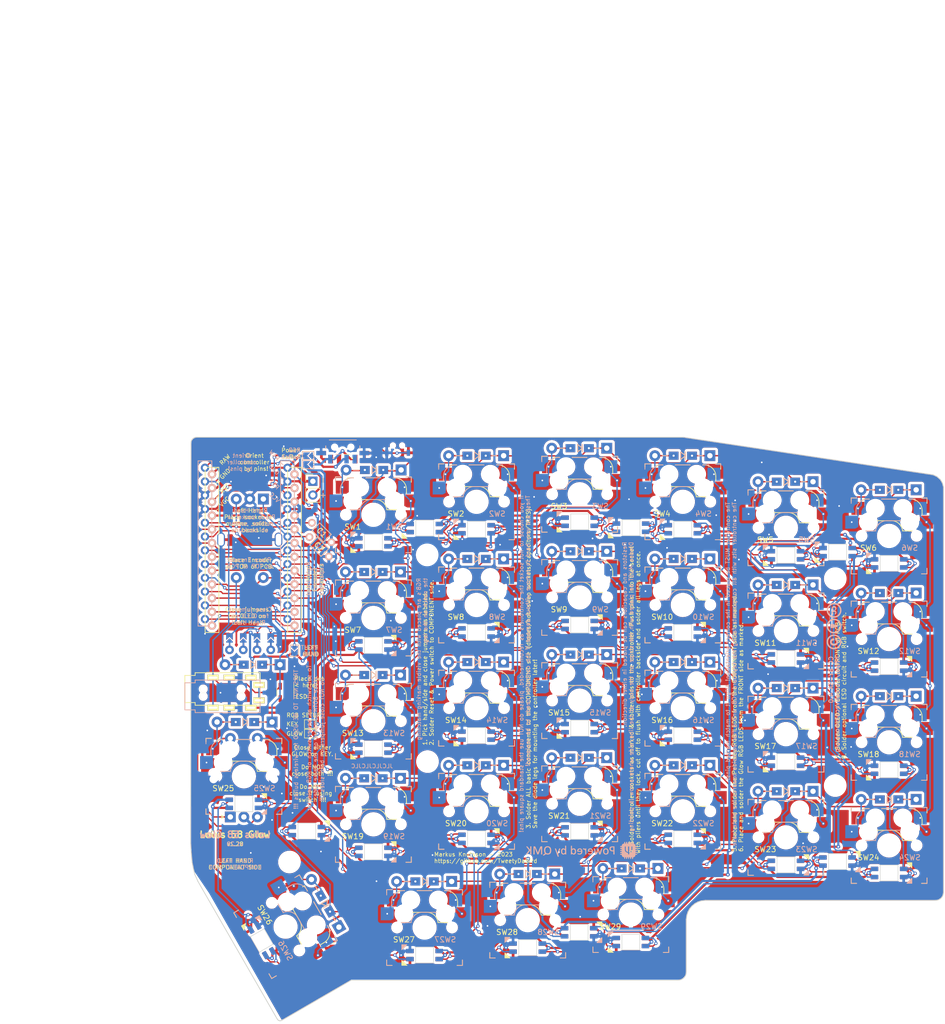
<source format=kicad_pcb>
(kicad_pcb (version 20221018) (generator pcbnew)
  (title_block (title "Lotus 58 Glow") (date "2023-12-27") (rev "v1.28") (company "Markus Knutsson <markus.knutsson@tweety.se>") (comment 1 "https://github.com/TweetyDaBird") (comment 2 "Licensed under Creative Commons BY-SA 4.0 International"))
  (layers (0 "F.Cu" signal) (31 "B.Cu" signal) (34 "B.Paste" user) (35 "F.Paste" user) (36 "B.SilkS" user "B.Silkscreen") (37 "F.SilkS" user "F.Silkscreen") (38 "B.Mask" user) (39 "F.Mask" user) (44 "Edge.Cuts" user))
  (net 0 "")
  (net 1 "/PWR_KEY")
  (net 2 "row4")
  (net 3 "Net-(D1-A)")
  (net 4 "Net-(D2-A)")
  (net 5 "row0")
  (net 6 "Net-(D3-A)")
  (net 7 "row1")
  (net 8 "Net-(D4-A)")
  (net 9 "row2")
  (net 10 "Net-(D5-A)")
  (net 11 "row3")
  (net 12 "Net-(D6-A)")
  (net 13 "Net-(D7-A)")
  (net 14 "Net-(D8-A)")
  (net 15 "Net-(D9-A)")
  (net 16 "Net-(D10-A)")
  (net 17 "Net-(D11-A)")
  (net 18 "Net-(D12-A)")
  (net 19 "Net-(D13-A)")
  (net 20 "Net-(D14-A)")
  (net 21 "Net-(D15-A)")
  (net 22 "Net-(D16-A)")
  (net 23 "Net-(D17-A)")
  (net 24 "Net-(D18-A)")
  (net 25 "Net-(D19-A)")
  (net 26 "Net-(D20-A)")
  (net 27 "Net-(D21-A)")
  (net 28 "Net-(D22-A)")
  (net 29 "Net-(D23-A)")
  (net 30 "Net-(D24-A)")
  (net 31 "Net-(D26-A)")
  (net 32 "Net-(D27-A)")
  (net 33 "VCC")
  (net 34 "GND")
  (net 35 "col0")
  (net 36 "col1")
  (net 37 "col2")
  (net 38 "col3")
  (net 39 "col4")
  (net 40 "col5")
  (net 41 "SDA")
  (net 42 "LED")
  (net 43 "SCL")
  (net 44 "RESET")
  (net 45 "Net-(D28-A)")
  (net 46 "DATA")
  (net 47 "Net-(D29-A)")
  (net 48 "Hand")
  (net 49 "B")
  (net 50 "A")
  (net 51 "Alt")
  (net 52 "Net-(D30-A)")
  (net 53 "/PWR_GLOW")
  (net 54 "unconnected-(P1-0-PadA)")
  (net 55 "unconnected-(P1-0-PadB)")
  (net 56 "unconnected-(P1-0-PadC)")
  (net 57 "unconnected-(P1-0-PadD)")
  (net 58 "Net-(LED1-DOUT)")
  (net 59 "Net-(LED2-DOUT)")
  (net 60 "Net-(LED3-DOUT)")
  (net 61 "Net-(LED4-DOUT)")
  (net 62 "Net-(LED5-DOUT)")
  (net 63 "unconnected-(LED6-DOUT-Pad2)")
  (net 64 "Net-(LED7-DOUT)")
  (net 65 "Net-(LED8-DOUT)")
  (net 66 "Net-(LED10-DIN)")
  (net 67 "Net-(LED10-DOUT)")
  (net 68 "Net-(LED11-DOUT)")
  (net 69 "Net-(LED12-DOUT)")
  (net 70 "Net-(LED13-DIN)")
  (net 71 "Net-(LED13-DOUT)")
  (net 72 "Net-(LED14-DIN)")
  (net 73 "Net-(LED15-DIN)")
  (net 74 "Net-(LED16-DIN)")
  (net 75 "Net-(LED17-DIN)")
  (net 76 "Net-(LED19-DOUT)")
  (net 77 "Net-(LED20-DOUT)")
  (net 78 "Net-(LED21-DOUT)")
  (net 79 "Net-(LED22-DOUT)")
  (net 80 "Net-(LED23-DOUT)")
  (net 81 "Net-(LED24-DOUT)")
  (net 82 "Net-(LED25-DIN)")
  (net 83 "Net-(LED25-DOUT)")
  (net 84 "Net-(LED26-DIN)")
  (net 85 "Net-(LED27-DIN)")
  (net 86 "Net-(LED28-DIN)")
  (net 87 "Net-(LED29-DIN)")
  (net 88 "Net-(LED31-DOUT)")
  (net 89 "unconnected-(J1-PadS)")
  (net 90 "Net-(LED32-DOUT)")
  (net 91 "Net-(LED33-DOUT)")
  (net 92 "RGB_LINK")
  (net 93 "Battery")
  (net 94 "/Batt")
  (net 95 "Net-(LED34-DOUT)")
  (net 100 "Net-(JP1-Pad2)")
  (net 101 "Net-(JP4-Pad2)")
  (footprint "Keyboard Common:Spacer PCB hole" (layer "F.Cu") (at 124.32538 57.40908)
    (fp_text reference "TH1" hide)
    (fp_text value "HOLE" hide)
  )
  (footprint "Keyboard Common:Spacer PCB hole" (layer "F.Cu") (at 199.7 61.8)
    (fp_text reference "TH2" hide)
    (fp_text value "HOLE" hide)
  )
  (footprint "Keyboard Common:Spacer PCB hole" (layer "F.Cu") (at 124.3965 95.5675)
    (fp_text reference "TH3" hide)
    (fp_text value "HOLE" hide)
  )
  (footprint "Keyboard Common:Spacer PCB hole" (layer "F.Cu") (at 199.7 100)
    (fp_text reference "TH4" hide)
    (fp_text value "HOLE" hide)
  )
  (footprint "Keyboard Common:Spacer PCB hole" (layer "F.Cu") (at 98.8949 114.1095 90)
    (fp_text reference "TH5" hide)
    (fp_text value "HOLE" hide)
  )
  (footprint "Keyboard Common:SSD1306-0.91-OLED-4pin-128x32 doublesided" (layer "F.Cu") (at 91.6305 56.4435 -90)
    (fp_text reference "P1" hide)
    (fp_text value "OLED")
  )
  (footprint "Keyboard Library:RotaryEncoder_Alps_EC11E-Switch_Vertical_H20_special" (layer "F.Cu") (at 91.567 54.594 -90)
    (fp_text reference "SW30" hide)
    (fp_text value "Rotary_Encoder_Switch")
  )
  (footprint "Keyboard Controllers:ProMicro_Reversible_orig" (layer "F.Cu") (at 92.109 56.1)
    (fp_text reference "U1" hide)
    (fp_text value "ProMicro" hide)
  )
  (footprint "Common Library:MJ-4PP-9_alim" (layer "F.Cu") (at 81.4705 82.169 90)
    (fp_text reference "J1" hide)
    (fp_text value "PJ-320A" hide)
  )
  (footprint "Keyboard Library:RotaryEncoder_Alps_EC11E-Switch_Special" (layer "F.Cu") (at 90.4748 98.2853 90)
    (fp_text reference "SW31" hide)
    (fp_text value "Rotary_Encoder_Switch")
  )
  (footprint "Keyboard Common:Jumper_min_v2" (layer "F.Cu") (at 99.82 75.12 90)
    (fp_text reference "JP2" hide)
    (fp_text value "LEFT" hide)
  )
  (footprint "Keyboard RGB:MX_SK6812MINI-E_REVERSIBLE" (layer "F.Cu") (at 114.4 55.08 180)
    (fp_text reference "LED7" hide)
    (fp_text value "SK6812MINI-E")
    (fp_line (start -1.65 -1.45) (end 1.65 -1.45) (stroke (width 0.1)) (layer "Edge.Cuts"))
    (fp_line (start -1.65 1.45) (end -1.65 -1.45) (stroke (width 0.1)) (layer "Edge.Cuts"))
    (fp_line (start 1.65 -1.45) (end 1.65 1.45) (stroke (width 0.1)) (layer "Edge.Cuts"))
    (fp_line (start 1.65 1.45) (end -1.65 1.45) (stroke (width 0.1)) (layer "Edge.Cuts"))
  )
  (footprint "Keyboard RGB:MX_SK6812MINI-E_REVERSIBLE" (layer "F.Cu") (at 133.45 52.68 180)
    (fp_text reference "LED8" hide)
    (fp_text value "SK6812MINI-E")
    (fp_line (start -1.65 -1.45) (end 1.65 -1.45) (stroke (width 0.1)) (layer "Edge.Cuts"))
    (fp_line (start -1.65 1.45) (end -1.65 -1.45) (stroke (width 0.1)) (layer "Edge.Cuts"))
    (fp_line (start 1.65 -1.45) (end 1.65 1.45) (stroke (width 0.1)) (layer "Edge.Cuts"))
    (fp_line (start 1.65 1.45) (end -1.65 1.45) (stroke (width 0.1)) (layer "Edge.Cuts"))
  )
  (footprint "Keyboard RGB:MX_SK6812MINI-E_REVERSIBLE" (layer "F.Cu") (at 152.5 51.29 180)
    (fp_text reference "LED9" hide)
    (fp_text value "SK6812MINI-E")
    (fp_line (start -1.65 -1.45) (end 1.65 -1.45) (stroke (width 0.1)) (layer "Edge.Cuts"))
    (fp_line (start -1.65 1.45) (end -1.65 -1.45) (stroke (width 0.1)) (layer "Edge.Cuts"))
    (fp_line (start 1.65 -1.45) (end 1.65 1.45) (stroke (width 0.1)) (layer "Edge.Cuts"))
    (fp_line (start 1.65 1.45) (end -1.65 1.45) (stroke (width 0.1)) (layer "Edge.Cuts"))
  )
  (footprint "Keyboard RGB:MX_SK6812MINI-E_REVERSIBLE" (layer "F.Cu") (at 171.55 52.68 180)
    (fp_text reference "LED10" hide)
    (fp_text value "SK6812MINI-E")
    (fp_line (start -1.65 -1.45) (end 1.65 -1.45) (stroke (width 0.1)) (layer "Edge.Cuts"))
    (fp_line (start -1.65 1.45) (end -1.65 -1.45) (stroke (width 0.1)) (layer "Edge.Cuts"))
    (fp_line (start 1.65 -1.45) (end 1.65 1.45) (stroke (width 0.1)) (layer "Edge.Cuts"))
    (fp_line (start 1.65 1.45) (end -1.65 1.45) (stroke (width 0.1)) (layer "Edge.Cuts"))
  )
  (footprint "Keyboard RGB:MX_SK6812MINI-E_REVERSIBLE" (layer "F.Cu") (at 190.6 57.48 180)
    (fp_text reference "LED11" hide)
    (fp_text value "SK6812MINI-E")
    (fp_line (start -1.65 -1.45) (end 1.65 -1.45) (stroke (width 0.1)) (layer "Edge.Cuts"))
    (fp_line (start -1.65 1.45) (end -1.65 -1.45) (stroke (width 0.1)) (layer "Edge.Cuts"))
    (fp_line (start 1.65 -1.45) (end 1.65 1.45) (stroke (width 0.1)) (layer "Edge.Cuts"))
    (fp_line (start 1.65 1.45) (end -1.65 1.45) (stroke (width 0.1)) (layer "Edge.Cuts"))
  )
  (footprint "Keyboard RGB:MX_SK6812MINI-E_REVERSIBLE" (layer "F.Cu") (at 209.65 58.98 180)
    (fp_text reference "LED12" hide)
    (fp_text value "SK6812MINI-E")
    (fp_line (start -1.65 -1.45) (end 1.65 -1.45) (stroke (width 0.1)) (layer "Edge.Cuts"))
    (fp_line (start -1.65 1.45) (end -1.65 -1.45) (stroke (width 0.1)) (layer "Edge.Cuts"))
    (fp_line (start 1.65 -1.45) (end 1.65 1.45) (stroke (width 0.1)) (layer "Edge.Cuts"))
    (fp_line (start 1.65 1.45) (end -1.65 1.45) (stroke (width 0.1)) (layer "Edge.Cuts"))
  )
  (footprint "Keyboard RGB:MX_SK6812MINI-E_REVERSIBLE" (layer "F.Cu") (at 114.4 74.13)
    (fp_text reference "LED13" hide)
    (fp_text value "SK6812MINI-E")
    (fp_line (start -1.65 -1.45) (end 1.65 -1.45) (stroke (width 0.1)) (layer "Edge.Cuts"))
    (fp_line (start -1.65 1.45) (end -1.65 -1.45) (stroke (width 0.1)) (layer "Edge.Cuts"))
    (fp_line (start 1.65 -1.45) (end 1.65 1.45) (stroke (width 0.1)) (layer "Edge.Cuts"))
    (fp_line (start 1.65 1.45) (end -1.65 1.45) (stroke (width 0.1)) (layer "Edge.Cuts"))
  )
  (footprint "Keyboard RGB:MX_SK6812MINI-E_REVERSIBLE" (layer "F.Cu") (at 133.45 71.73)
    (fp_text reference "LED14" hide)
    (fp_text value "SK6812MINI-E")
    (fp_line (start -1.65 -1.45) (end 1.65 -1.45) (stroke (width 0.1)) (layer "Edge.Cuts"))
    (fp_line (start -1.65 1.45) (end -1.65 -1.45) (stroke (width 0.1)) (layer "Edge.Cuts"))
    (fp_line (start 1.65 -1.45) (end 1.65 1.45) (stroke (width 0.1)) (layer "Edge.Cuts"))
    (fp_line (start 1.65 1.45) (end -1.65 1.45) (stroke (width 0.1)) (layer "Edge.Cuts"))
  )
  (footprint "Keyboard RGB:MX_SK6812MINI-E_REVERSIBLE" (layer "F.Cu") (at 152.5 70.34)
    (fp_text reference "LED15" hide)
    (fp_text value "SK6812MINI-E")
    (fp_line (start -1.65 -1.45) (end 1.65 -1.45) (stroke (width 0.1)) (layer "Edge.Cuts"))
    (fp_line (start -1.65 1.45) (end -1.65 -1.45) (stroke (width 0.1)) (layer "Edge.Cuts"))
    (fp_line (start 1.65 -1.45) (end 1.65 1.45) (stroke (width 0.1)) (layer "Edge.Cuts"))
    (fp_line (start 1.65 1.45) (end -1.65 1.45) (stroke (width 0.1)) (layer "Edge.Cuts"))
  )
  (footprint "Keyboard RGB:MX_SK6812MINI-E_REVERSIBLE" (layer "F.Cu") (at 171.55 71.73)
    (fp_text reference "LED16" hide)
    (fp_text value "SK6812MINI-E")
    (fp_line (start -1.65 -1.45) (end 1.65 -1.45) (stroke (width 0.1)) (layer "Edge.Cuts"))
    (fp_line (start -1.65 1.45) (end -1.65 -1.45) (stroke (width 0.1)) (layer "Edge.Cuts"))
    (fp_line (start 1.65 -1.45) (end 1.65 1.45) (stroke (width 0.1)) (layer "Edge.Cuts"))
    (fp_line (start 1.65 1.45) (end -1.65 1.45) (stroke (width 0.1)) (layer "Edge.Cuts"))
  )
  (footprint "Keyboard RGB:MX_SK6812MINI-E_REVERSIBLE" (layer "F.Cu") (at 190.6 76.53)
    (fp_text reference "LED17" hide)
    (fp_text value "SK6812MINI-E")
    (fp_line (start -1.65 -1.45) (end 1.65 -1.45) (stroke (width 0.1)) (layer "Edge.Cuts"))
    (fp_line (start -1.65 1.45) (end -1.65 -1.45) (stroke (width 0.1)) (layer "Edge.Cuts"))
    (fp_line (start 1.65 -1.45) (end 1.65 1.45) (stroke (width 0.1)) (layer "Edge.Cuts"))
    (fp_line (start 1.65 1.45) (end -1.65 1.45) (stroke (width 0.1)) (layer "Edge.Cuts"))
  )
  (footprint "Keyboard RGB:MX_SK6812MINI-E_REVERSIBLE" (layer "F.Cu") (at 209.65 78.03)
    (fp_text reference "LED18" hide)
    (fp_text value "SK6812MINI-E")
    (fp_line (start -1.65 -1.45) (end 1.65 -1.45) (stroke (width 0.1)) (layer "Edge.Cuts"))
    (fp_line (start -1.65 1.45) (end -1.65 -1.45) (stroke (width 0.1)) (layer "Edge.Cuts"))
    (fp_line (start 1.65 -1.45) (end 1.65 1.45) (stroke (width 0.1)) (layer "Edge.Cuts"))
    (fp_line (start 1.65 1.45) (end -1.65 1.45) (stroke (width 0.1)) (layer "Edge.Cuts"))
  )
  (footprint "Keyboard RGB:MX_SK6812MINI-E_REVERSIBLE" (layer "F.Cu") (at 114.4 93.18 180)
    (fp_text reference "LED19" hide)
    (fp_text value "SK6812MINI-E")
    (fp_line (start -1.65 -1.45) (end 1.65 -1.45) (stroke (width 0.1)) (layer "Edge.Cuts"))
    (fp_line (start -1.65 1.45) (end -1.65 -1.45) (stroke (width 0.1)) (layer "Edge.Cuts"))
    (fp_line (start 1.65 -1.45) (end 1.65 1.45) (stroke (width 0.1)) (layer "Edge.Cuts"))
    (fp_line (start 1.65 1.45) (end -1.65 1.45) (stroke (width 0.1)) (layer "Edge.Cuts"))
  )
  (footprint "Keyboard RGB:MX_SK6812MINI-E_REVERSIBLE" (layer "F.Cu") (at 133.45 90.78 180)
    (fp_text reference "LED20" hide)
    (fp_text value "SK6812MINI-E")
    (fp_line (start -1.65 -1.45) (end 1.65 -1.45) (stroke (width 0.1)) (layer "Edge.Cuts"))
    (fp_line (start -1.65 1.45) (end -1.65 -1.45) (stroke (width 0.1)) (layer "Edge.Cuts"))
    (fp_line (start 1.65 -1.45) (end 1.65 1.45) (stroke (width 0.1)) (layer "Edge.Cuts"))
    (fp_line (start 1.65 1.45) (end -1.65 1.45) (stroke (width 0.1)) (layer "Edge.Cuts"))
  )
  (footprint "Keyboard RGB:MX_SK6812MINI-E_REVERSIBLE" (layer "F.Cu") (at 152.5 89.39 180)
    (fp_text reference "LED21" hide)
    (fp_text value "SK6812MINI-E")
    (fp_line (start -1.65 -1.45) (end 1.65 -1.45) (stroke (width 0.1)) (layer "Edge.Cuts"))
    (fp_line (start -1.65 1.45) (end -1.65 -1.45) (stroke (width 0.1)) (layer "Edge.Cuts"))
    (fp_line (start 1.65 -1.45) (end 1.65 1.45) (stroke (width 0.1)) (layer "Edge.Cuts"))
    (fp_line (start 1.65 1.45) (end -1.65 1.45) (stroke (width 0.1)) (layer "Edge.Cuts"))
  )
  (footprint "Keyboard RGB:MX_SK6812MINI-E_REVERSIBLE" (layer "F.Cu") (at 171.55 90.78 180)
    (fp_text reference "LED22" hide)
    (fp_text value "SK6812MINI-E")
    (fp_line (start -1.65 -1.45) (end 1.65 -1.45) (stroke (width 0.1)) (layer "Edge.Cuts"))
    (fp_line (start -1.65 1.45) (end -1.65 -1.45) (stroke (width 0.1)) (layer "Edge.Cuts"))
    (fp_line (start 1.65 -1.45) (end 1.65 1.45) (stroke (width 0.1)) (layer "Edge.Cuts"))
    (fp_line (start 1.65 1.45) (end -1.65 1.45) (stroke (width 0.1)) (layer "Edge.Cuts"))
  )
  (footprint "Keyboard RGB:MX_SK6812MINI-E_REVERSIBLE" (layer "F.Cu") (at 190.6 95.58 180)
    (fp_text reference "LED23" hide)
    (fp_text value "SK6812MINI-E")
    (fp_line (start -1.65 -1.45) (end 1.65 -1.45) (stroke (width 0.1)) (layer "Edge.Cuts"))
    (fp_line (start -1.65 1.45) (end -1.65 -1.45) (stroke (width 0.1)) (layer "Edge.Cuts"))
    (fp_line (start 1.65 -1.45) (end 1.65 1.45) (stroke (width 0.1)) (layer "Edge.Cuts"))
    (fp_line (start 1.65 1.45) (end -1.65 1.45) (stroke (width 0.1)) (layer "Edge.Cuts"))
  )
  (footprint "Keyboard RGB:MX_SK6812MINI-E_REVERSIBLE" (layer "F.Cu") (at 209.65 97.08 180)
    (fp_text reference "LED24" hide)
    (fp_text value "SK6812MINI-E")
    (fp_line (start -1.65 -1.45) (end 1.65 -1.45) (stroke (width 0.1)) (layer "Edge.Cuts"))
    (fp_line (start -1.65 1.45) (end -1.65 -1.45) (stroke (width 0.1)) (layer "Edge.Cuts"))
    (fp_line (start 1.65 -1.45) (end 1.65 1.45) (stroke (width 0.1)) (layer "Edge.Cuts"))
    (fp_line (start 1.65 1.45) (end -1.65 1.45) (stroke (width 0.1)) (layer "Edge.Cuts"))
  )
  (footprint "Keyboard RGB:MX_SK6812MINI-E_REVERSIBLE" (layer "F.Cu") (at 114.4 112.23)
    (fp_text reference "LED25" hide)
    (fp_text value "SK6812MINI-E")
    (fp_line (start -1.65 -1.45) (end 1.65 -1.45) (stroke (width 0.1)) (layer "Edge.Cuts"))
    (fp_line (start -1.65 1.45) (end -1.65 -1.45) (stroke (width 0.1)) (layer "Edge.Cuts"))
    (fp_line (start 1.65 -1.45) (end 1.65 1.45) (stroke (width 0.1)) (layer "Edge.Cuts"))
    (fp_line (start 1.65 1.45) (end -1.65 1.45) (stroke (width 0.1)) (layer "Edge.Cuts"))
  )
  (footprint "Keyboard RGB:MX_SK6812MINI-E_REVERSIBLE" (layer "F.Cu") (at 133.45 109.83)
    (fp_text reference "LED26" hide)
    (fp_text value "SK6812MINI-E")
    (fp_line (start -1.65 -1.45) (end 1.65 -1.45) (stroke (width 0.1)) (layer "Edge.Cuts"))
    (fp_line (start -1.65 1.45) (end -1.65 -1.45) (stroke (width 0.1)) (layer "Edge.Cuts"))
    (fp_line (start 1.65 -1.45) (end 1.65 1.45) (stroke (width 0.1)) (layer "Edge.Cuts"))
    (fp_line (start 1.65 1.45) (end -1.65 1.45) (stroke (width 0.1)) (layer "Edge.Cuts"))
  )
  (footprint "Keyboard RGB:MX_SK6812MINI-E_REVERSIBLE" (layer "F.Cu") (at 152.5 108.44)
    (fp_text reference "LED27" hide)
    (fp_text value "SK6812MINI-E")
    (fp_line (start -1.65 -1.45) (end 1.65 -1.45) (stroke (width 0.1)) (layer "Edge.Cuts"))
    (fp_line (start -1.65 1.45) (end -1.65 -1.45) (stroke (width 0.1)) (layer "Edge.Cuts"))
    (fp_line (start 1.65 -1.45) (end 1.65 1.45) (stroke (width 0.1)) (layer "Edge.Cuts"))
    (fp_line (start 1.65 1.45) (end -1.65 1.45) (stroke (width 0.1)) (layer "Edge.Cuts"))
  )
  (footprint "Keyboard RGB:MX_SK6812MINI-E_REVERSIBLE" (layer "F.Cu") (at 171.55 109.83)
    (fp_text reference "LED28" hide)
    (fp_text value "SK6812MINI-E")
    (fp_line (start -1.65 -1.45) (end 1.65 -1.45) (stroke (width 0.1)) (layer "Edge.Cuts"))
    (fp_line (start -1.65 1.45) (end -1.65 -1.45) (stroke (width 0.1)) (layer "Edge.Cuts"))
    (fp_line (start 1.65 -1.45) (end 1.65 1.45) (stroke (width 0.1)) (layer "Edge.Cuts"))
    (fp_line (start 1.65 1.45) (end -1.65 1.45) (stroke (width 0.1)) (layer "Edge.Cuts"))
  )
  (footprint "Keyboard RGB:MX_SK6812MINI-E_REVERSIBLE" (layer "F.Cu") (at 190.6 114.63)
    (fp_text reference "LED29" hide)
    (fp_text value "SK6812MINI-E")
    (fp_line (start -1.65 -1.45) (end 1.65 -1.45) (stroke (width 0.1)) (layer "Edge.Cuts"))
    (fp_line (start -1.65 1.45) (end -1.65 -1.45) (stroke (width 0.1)) (layer "Edge.Cuts"))
    (fp_line (start 1.65 -1.45) (end 1.65 1.45) (stroke (width 0.1)) (layer "Edge.Cuts"))
    (fp_line (start 1.65 1.45) (end -1.65 1.45) (stroke (width 0.1)) (layer "Edge.Cuts"))
  )
  (footprint "Keyboard RGB:MX_SK6812MINI-E_REVERSIBLE" (layer "F.Cu") (at 209.65 116.13)
    (fp_text reference "LED30" hide)
    (fp_text value "SK6812MINI-E")
    (fp_line (start -1.65 -1.45) (end 1.65 -1.45) (stroke (width 0.1)) (layer "Edge.Cuts"))
    (fp_line (start -1.65 1.45) (end -1.65 -1.45) (stroke (width 0.1)) (layer "Edge.Cuts"))
    (fp_line (start 1.65 -1.45) (end 1.65 1.45) (stroke (width 0.1)) (layer "Edge.Cuts"))
    (fp_line (start 1.65 1.45) (end -1.65 1.45) (stroke (width 0.1)) (layer "Edge.Cuts"))
  )
  (footprint "Keyboard RGB:MX_SK6812MINI-E_REVERSIBLE" (layer "F.Cu") (at 90.4748 103.3653)
    (fp_text reference "LED31" hide)
    (fp_text value "SK6812MINI-E")
    (fp_line (start -1.65 -1.45) (end 1.65 -1.45) (stroke (width 0.1)) (layer "Edge.Cuts"))
    (fp_line (start -1.65 1.45) (end -1.65 -1.45) (stroke (width 0.1)) (layer "Edge.Cuts"))
    (fp_line (start 1.65 -1.45) (end 1.65 1.45) (stroke (width 0.1)) (layer "Edge.Cuts"))
    (fp_line (start 1.65 1.45) (end -1.65 1.45) (stroke (width 0.1)) (layer "Edge.Cuts"))
  )
  (footprint "Keyboard RGB:MX_SK6812MINI-E_REVERSIBLE" (layer "F.Cu") (at 93.771591 128.587499 120)
    (fp_text reference "LED32" hide)
    (fp_text value "SK6812MINI-E")
    (fp_line (start -1.65 -1.45) (end 1.65 -1.45) (stroke (width 0.1)) (layer "Edge.Cuts"))
    (fp_line (start -1.65 1.45) (end -1.65 -1.45) (stroke (width 0.1)) (layer "Edge.Cuts"))
    (fp_line (start 1.65 -1.45) (end 1.65 1.45) (stroke (width 0.1)) (layer "Edge.Cuts"))
    (fp_line (start 1.65 1.45) (end -1.65 1.45) (stroke (width 0.1)) (layer "Edge.Cuts"))
  )
  (footprint "Keyboard RGB:MX_SK6812MINI-E_REVERSIBLE" (layer "F.Cu") (at 123.85 131.28 180)
    (fp_text reference "LED33" hide)
    (fp_text value "SK6812MINI-E")
    (fp_line (start -1.65 -1.45) (end 1.65 -1.45) (stroke (width 0.1)) (layer "Edge.Cuts"))
    (fp_line (start -1.65 1.45) (end -1.65 -1.45) (stroke (width 0.1)) (layer "Edge.Cuts"))
    (fp_line (start 1.65 -1.45) (end 1.65 1.45) (stroke (width 0.1)) (layer "Edge.Cuts"))
    (fp_line (start 1.65 1.45) (end -1.65 1.45) (stroke (width 0.1)) (layer "Edge.Cuts"))
  )
  (footprint "Keyboard RGB:MX_SK6812MINI-E_REVERSIBLE" (layer "F.Cu") (at 142.8977 129.9083 180)
    (fp_text reference "LED34" hide)
    (fp_text value "SK6812MINI-E")
    (fp_line (start -1.65 -1.45) (end 1.65 -1.45) (stroke (width 0.1)) (layer "Edge.Cuts"))
    (fp_line (start -1.65 1.45) (end -1.65 -1.45) (stroke (width 0.1)) (layer "Edge.Cuts"))
    (fp_line (start 1.65 -1.45) (end 1.65 1.45) (stroke (width 0.1)) (layer "Edge.Cuts"))
    (fp_line (start 1.65 1.45) (end -1.65 1.45) (stroke (width 0.1)) (layer "Edge.Cuts"))
  )
  (footprint "Keyboard RGB:MX_SK6812MINI-E_REVERSIBLE" (layer "F.Cu") (at 161.95 128.88 180)
    (fp_text reference "LED35" hide)
    (fp_text value "SK6812MINI-E")
    (fp_line (start -1.65 -1.45) (end 1.65 -1.45) (stroke (width 0.1)) (layer "Edge.Cuts"))
    (fp_line (start -1.65 1.45) (end -1.65 -1.45) (stroke (width 0.1)) (layer "Edge.Cuts"))
    (fp_line (start 1.65 -1.45) (end 1.65 1.45) (stroke (width 0.1)) (layer "Edge.Cuts"))
    (fp_line (start 1.65 1.45) (end -1.65 1.45) (stroke (width 0.1)) (layer "Edge.Cuts"))
  )
  (footprint "Keyboard Common:MSK12C02" (layer "F.Cu") (at 108.74 37.52 180)
    (fp_text reference "S1" hide)
    (fp_text value "MSK12C02" hide)
  )
  (footprint "Connector_PinHeader_2.54mm:PinHeader_1x02_P2.54mm_Vertical" (layer "F.Cu") (at 103.22 43.82)
    (fp_text reference "J2" hide)
    (fp_text value "Conn_01x02")
  )
  (footprint "Keyboard Library:Diode_DO35_SOD123" (layer "F.Cu") (at 92.1512 77.6732 180)
    (fp_text reference "D30" hide)
    (fp_text value "1N4148/1N4148W" hide)
  )
  (footprint "Keyboard Common:Jumper_min_v2" (layer "F.Cu") (at 102.726 90.416)
    (fp_text reference "JP5" hide)
    (fp_text value "FULL" hide)
  )
  (footprint "Keyboard Common:Jumper_min_v2" (layer "F.Cu") (at 102.342 39.11)
    (fp_text reference "JP1" hide)
    (fp_text value "FULL" hide)
  )
  (footprint "Keyboard Common:Jumper_min_v2" (layer "F.Cu") (at 102.342 40.71)
    (fp_text reference "JP4" hide)
    (fp_text value "FULL" hide)
  )
  (footprint "Keyboard Common:YTS-A002" (layer "F.Cu") (at 118.86 37.21)
    (fp_text reference "RES2" hide)
    (fp_text value "TS-A002" hide)
  )
  (footprint "Package_TO_SOT_SMD:SOT-23-6" (layer "F.Cu") (at 98.14 82.8 -90)
    (fp_text reference "U2" hide)
    (fp_text value "SRV05-4")
  )
  (footprint "Keyboard Common:Jumper_min_v2" (layer "F.Cu") (at 102.726 88.646)
    (fp_text reference "JP6" hide)
    (fp_text value "FULL" hide)
  )
  (footprint "Keyboard Library:Diode_DO35_SOD123" (layer "B.Cu") (at 114.52 41.73 180)
    (fp_text reference "D1" hide)
    (fp_text value "1N4148/1N4148W" hide)
  )
  (footprint "Keyboard Library:Diode_DO35_SOD123" (layer "B.Cu") (at 152.5 37.71 180)
    (fp_text reference "D3" hide)
    (fp_text value "1N4148/1N4148W" hide)
  )
  (footprint "Keyboard Library:Diode_DO35_SOD123" (layer "B.Cu") (at 171.55 39.1 180)
    (fp_text reference "D4" hide)
    (fp_text value "1N4148/1N4148W" hide)
  )
  (footprint "Keyboard Library:Diode_DO35_SOD123" (layer "B.Cu") (at 209.65 45.4 180)
    (fp_text reference "D6" hide)
    (fp_text value "1N4148/1N4148W" hide)
  )
  (footprint "Keyboard Library:Diode_DO35_SOD123" (layer "B.Cu") (at 152.5 56.76 180)
    (fp_text reference "D9" hide)
    (fp_text value "1N4148/1N4148W" hide)
  )
  (footprint "Keyboard Library:Diode_DO35_SOD123" (layer "B.Cu") (at 171.55 58.15 180)
    (fp_text reference "D10" hide)
    (fp_text value "1N4148/1N4148W" hide)
  )
  (footprint "Keyboard Library:Diode_DO35_SOD123" (layer "B.Cu") (at 190.6 62.95 180)
    (fp_text reference "D11" hide)
    (fp_text value "1N4148/1N4148W" hide)
  )
  (footprint "Keyboard Library:Diode_DO35_SOD123" (layer "B.Cu") (at 209.65 64.45 180)
    (fp_text reference "D12" hide)
    (fp_text value "1N4148/1N4148W" hide)
  )
  (footprint "Keyboard Library:Diode_DO35_SOD123" (layer "B.Cu") (at 114.4 79.6 180)
    (fp_text reference "D13" hide)
    (fp_text value "1N4148/1N4148W" hide)
  )
  (footprint "Keyboard Library:Diode_DO35_SOD123" (layer "B.Cu") (at 133.45 77.2 180)
    (fp_text reference "D14" hide)
    (fp_text value "1N4148/1N4148W" hide)
  )
  (footprint "Keyboard Library:Diode_DO35_SOD123" (layer "B.Cu") (at 152.5 75.81 180)
    (fp_text reference "D15" hide)
    (fp_text value "1N4148/1N4148W" hide)
  )
  (footprint "Keyboard Library:Diode_DO35_SOD123" (layer "B.Cu") (at 171.55 77.2 180)
    (fp_text reference "D16" hide)
    (fp_text value "1N4148/1N4148W" hide)
  )
  (footprint "Keyboard Library:Diode_DO35_SOD123" (layer "B.Cu") (at 209.65 83.5 180)
    (fp_text reference "D18" hide)
    (fp_text value "1N4148/1N4148W" hide)
  )
  (footprint "Keyboard Library:Diode_DO35_SOD123" (layer "B.Cu") (at 114.4 98.65 180)
    (fp_text reference "D19" hide)
    (fp_text value "1N4148/1N4148W" hide)
  )
  (footprint "Keyboard Library:Diode_DO35_SOD123" (layer "B.Cu") (at 133.45 96.25 180)
    (fp_text reference "D20" hide)
    (fp_text value "1N4148/1N4148W" hide)
  )
  (footprint "Keyboard Library:Diode_DO35_SOD123" (layer "B.Cu") (at 152.5 94.86 180)
    (fp_text reference "D21" hide)
    (fp_text value "1N4148/1N4148W" hide)
  )
  (footprint "Keyboard Library:Diode_DO35_SOD123" (layer "B.Cu") (at 171.55 96.25 180)
    (fp_text reference "D22" hide)
    (fp_text value "1N4148/1N4148W" hide)
  )
  (footprint "Keyboard Library:Diode_DO35_SOD123" (layer "B.Cu") (at 190.6 101.05 180)
    (fp_text reference "D23" hide)
    (fp_text value "1N4148/1N4148W" hide)
  )
  (footprint "Keyboard Library:Diode_DO35_SOD123" (layer "B.Cu") (at 105.532215 121.797501 120)
    (fp_text reference "D26" hide)
    (fp_text value "1N4148/1N4148W" hide)
  )
  (footprint "Keyboard Library:Diode_DO35_SOD123" (layer "B.Cu") (at 123.85 117.7 180)
    (fp_text reference "D27" hide)
    (fp_text value "1N4148/1N4148W" hide)
  )
  (footprint "Keyboard Switches:SW_MX_HotSwap_Reversible" (layer "B.Cu") (at 133.45 47.6 180)
    (fp_text reference "SW2" hide)
    (fp_text value "Kailh hotswap MX socket" hide)
  )
  (footprint "Keyboard Switches:SW_MX_HotSwap_Reversible" (layer "B.Cu") (at 152.5 46.21 180)
    (fp_text reference "SW3" hide)
    (fp_text value "Kailh hotswap MX socket" hide)
  )
  (footprint "Keyboard Switches:SW_MX_HotSwap_Reversible" (layer "B.Cu") (at 171.55 47.6 180)
    (fp_text reference "SW4" hide)
    (fp_text value "Kailh hotswap MX socket" hide)
  )
  (footprint "Keyboard Switches:SW_MX_HotSwap_Reversible" (layer "B.Cu") (at 209.65 53.9 180)
    (fp_text reference "SW6" hide)
    (fp_text value "Kailh hotswap MX socket" hide)
  )
  (footprint "Keyboard Switches:SW_MX_HotSwap_Reversible" (layer "B.Cu") (at 114.4 69.05 180)
    (fp_text reference "SW7" hide)
    (fp_text value "Kailh hotswap MX socket" hide)
  )
  (footprint "Keyboard Switches:SW_MX_HotSwap_Reversible" (layer "B.Cu") (at 152.5 65.26 180)
    (fp_text reference "SW9" hide)
    (fp_text value "Kailh hotswap MX socket" hide)
  )
  (footprint "Keyboard Switches:SW_MX_HotSwap_Reversible" (layer "B.Cu") (at 171.55 66.65 180)
    (fp_text reference "SW10" hide)
    (fp_text value "Kailh hotswap MX socket" hide)
  )
  (footprint "Keyboard Switches:SW_MX_HotSwap_Reversible" (layer "B.Cu") (at 190.6 71.45 180)
    (fp_text reference "SW11" hide)
    (fp_text value "Kailh hotswap MX socket" hide)
  )
  (footprint "Keyboard Switches:SW_MX_HotSwap_Reversible" (layer "B.Cu") (at 209.65 72.95 180)
    (fp_text reference "SW12" hide)
    (fp_text value "Kailh hotswap MX socket" hide)
  )
  (footprint "Keyboard Switches:SW_MX_HotSwap_Reversible" (layer "B.Cu") (at 114.4 88.1 180)
    (fp_text reference "SW13" hide)
    (fp_text value "Kailh hotswap MX socket" hide)
  )
  (footprint "Keyboard Switches:SW_MX_HotSwap_Reversible" (layer "B.Cu") (at 133.45 85.7 180)
    (fp_text reference "SW14" hide)
    (fp_text value "Kailh hotswap MX socket" hide)
  )
  (footprint "Keyboard Switches:SW_MX_HotSwap_Reversible" (layer "B.Cu") (at 152.5 84.31 180)
    (fp_text reference "SW15" hide)
    (fp_text value "Kailh hotswap MX socket" hide)
  )
  (footprint "Keyboard Switches:SW_MX_HotSwap_Reversible" (layer "B.Cu") (at 190.6 90.5 180)
    (fp_text reference "SW17" hide)
    (fp_text value "Kailh hotswap MX socket" hide)
  )
  (footprint "Keyboard Switches:SW_MX_HotSwap_Reversible" (layer "B.Cu") (at 209.65 92 180)
    (fp_text reference "SW18" hide)
    (fp_text value "Kailh hotswap MX socket" hide)
  )
  (footprint "Keyboard Switches:SW_MX_HotSwap_Reversible" (layer "B.Cu") (at 114.4 107.15 180)
    (fp_text reference "SW19" hide)
    (fp_text value "Kailh hotswap MX socket" hide)
  )
  (footprint "Keyboard Switches:SW_MX_HotSwap_Reversible" (layer "B.Cu") (at 133.45 104.75 180)
    (fp_text reference "SW20" hide)
    (fp_text value "Kailh hotswap MX socket" hide)
  )
  (footprint "Keyboard Switches:SW_MX_HotSwap_Reversible" (layer "B.Cu") (at 152.5 103.36 180)
    (fp_text reference "SW21" hide)
    (fp_text value "Kailh hotswap MX socket" hide)
  )
  (footprint "Keyboard Switches:SW_MX_HotSwap_Reversible" (layer "B.Cu") (at 171.55 104.75 180)
    (fp_text reference "SW22" hide)
    (fp_text value "Kailh hotswap MX socket" hide)
  )
  (footprint "Keyboard Switches:SW_MX_HotSwap_Reversible" (layer "B.Cu") (at 190.6 109.55 180)
    (fp_text reference "SW23" hide)
    (fp_text value "Kailh hotswap MX socket" hide)
  )
  (footprint "Keyboard Switches:SW_MX_HotSwap_Reversible" (layer "B.Cu") (at 123.85 126.2 180)
    (fp_text reference "SW27" hide)
    (fp_text value "Kailh hotswap MX socket" hide)
  )
  (footprint "Keyboard Switches:SW_MX_HotSwap_Reversible" (layer "B.Cu") (at 142.8977 124.8283 180)
    (fp_text reference "SW28" hide)
    (fp_text value "Kailh hotswap MX socket" hide)
  )
  (footprint "Keyboard Switches:SW_MX_HotSwap_Reversible" (layer "B.Cu") (at 161.95 123.8 180)
    (fp_text reference "SW29" hide)
    (fp_text value "Kailh hotswap MX socket" hide)
  )
  (footprint "Keyboard Switches:SW_MX_HotSwap_Reversible" (layer "B.Cu") (at 114.4 50 180)
    (fp_text reference "SW1" hide)
    (fp_text value "Kailh hotswap MX socket" hide)
  )
  (footprint "Keyboard Library:Diode_DO35_SOD123" (layer "B.Cu") (at 209.65 102.55 180)
    (fp_text reference "D24" hide)
    (fp_text value "1N4148/1N4148W" hide)
  )
  (footprint "Keyboard Switches:SW_MX_HotSwap_Reversible" (layer "B.Cu") (at 90.4748 98.2853 180)
    (fp_text reference "SW25" hide)
    (fp_text value "Kailh hotswap MX socket" hide)
  )
  (footprint "Keyboard Switches:SW_MX_HotSwap_Reversible" (layer "B.Cu") (at 209.65 111.05 180)
    (fp_text reference "SW24" hide)
    (fp_text value "Kailh hotswap MX socket" hide)
  )
  (footprint "Keyboard Library:Diode_DO35_SOD123" (layer "B.Cu") (at 114.4 60.55 180)
    (fp_text reference "D7" hide)
    (fp_text value "1N4148/1N4148W" hide)
  )
  (footprint "Keyboard Library:Diode_DO35_SOD123" (layer "B.Cu") (at 133.45 58.15 180)
    (fp_text reference "D8" hide)
    (fp_text value "1N4148/1N4148W" hide)
  )
  (footprint "Common Library:RESISTOR_Reversible" (layer "B.Cu") (at 104.8385 53.2765 -45)
    (fp_text reference "C1")
    (fp_text value "100nF" hide)
  )
  (footprint "Common Library:RESISTOR_Reversible" (layer "B.Cu") (at 104.375949 55.912749 135)
    (fp_text reference "C2")
    (fp_text value "100nF" hide)
  )
  (footprint "Keyboard Common:Jumper_min_v2" (layer "B.Cu") (at 99.82 75.12 90)
    (fp_text reference "JP3" hide)
    (fp_text value "RIGHT" hide)
  )
  (footprint "Keyboard Switches:SW_MX_HotSwap_Reversible" (layer "B.Cu") (at 98.171 126.0475 120)
    (fp_text reference "SW26" hide)
    (fp_text value "Kailh hotswap MX socket" hide)
  )
  (footprint "Keyboard Library:Diode_DO35_SOD123" (layer "B.Cu") (at 142.8977 116.3283 180)
    (fp_text reference "D28" hide)
    (fp_text value "1N4148/1N4148W" hide)
  )
  (footprint "Keyboard Library:Diode_DO35_SOD123" (layer "B.Cu") (at 161.95 115.3 180)
    (fp_text reference "D29" hide)
    (fp_text value "1N4148/1N4148W" hide)
  )
  (footprint "Keyboard Switches:SW_MX_HotSwap_Reversible" (layer "B.Cu") (at 171.55 85.7 180)
    (fp_text reference "SW16" hide)
    (fp_text value "Kailh hotswap MX socket" hide)
  )
  (footprint "Keyboard Library:Diode_DO35_SOD123" (layer "B.Cu") (at 133.45 39.098 180)
    (fp_text reference "D2" hide)
    (fp_text value "1N4148/1N4148W" hide)
  )
  (footprint "Keyboard Library:Diode_DO35_SOD123" (layer "B.Cu") (at 190.6 43.9 180)
    (fp_text reference "D5" hide)
    (fp_text value "1N4148/1N4148W" hide)
  )
  (footprint "Keyboard RGB:MX_SK6812MINI-E_REVERSIBLE" (layer "B.Cu") (at 200.125 114.022)
    (fp_text reference "LED4" hide)
    (fp_text value "SK6812MINI-E")
    (fp_line (start -1.65 -1.45) (end -1.65 1.45) (stroke (width 0.1)) (layer "Edge.Cuts"))
    (fp_line (start -1.65 1.45) (end 1.65 1.45) (stroke (width 0.1)) (layer "Edge.Cuts"))
    (fp_line (start 1.65 -1.45) (end -1.65 -1.45) (stroke (width 0.1)) (layer "Edge.Cuts"))
    (fp_line (start 1.65 1.45) (end 1.65 -1.45) (stroke (width 0.1)) (layer "Edge.Cuts"))
  )
  (footprint "Keyboard RGB:MX_SK6812MINI-E_REVERSIBLE" (layer "B.Cu") (at 152.4 127.0795)
    (fp_text reference "LED5" hide)
    (fp_text value "SK6812MINI-E")
    (fp_line (start -1.65 -1.45) (end -1.65 1.45) (stroke (width 0.1)) (layer "Edge.Cuts"))
    (fp_line (start -1.65 1.45) (end 1.65 1.45) (stroke (width 0.1)) (layer "Edge.Cuts"))
    (fp_line (start 1.65 -1.45) (end -1.65 -1.45) (stroke (width 0.1)) (layer "Edge.Cuts"))
    (fp_line (start 1.65 1.45) (end 1.65 -1.45) (stroke (width 0.1)) (layer "Edge.Cuts"))
  )
  (footprint "Keyboard RGB:MX_SK6812MINI-E_REVERSIBLE" (layer "B.Cu") (at 102.108 108.3945)
    (fp_text reference "LED6" hide)
    (fp_text value "SK6812MINI-E")
    (fp_line (start -1.65 -1.45) (end -1.65 1.45) (stroke (width 0.1)) (layer "Edge.Cuts"))
    (fp_line (start -1.65 1.45) (end 1.65 1.45) (stroke (width 0.1)) (layer "Edge.Cuts"))
    (fp_line (start 1.65 -1.45) (end -1.65 -1.45) (stroke (width 0.1)) (layer "Edge.Cuts"))
    (fp_line (start 1.65 1.45) (end 1.65 -1.45) (stroke (width 0.1)) (layer "Edge.Cuts"))
  )
  (footprint "Keyboard RGB:MX_SK6812MINI-E_REVERSIBLE" (layer "B.Cu") (at 200.152 56.896 180)
    (fp_text reference "LED3" hide)
    (fp_text value "SK6812MINI-E")
    (fp_line (start -1.65 -1.45) (end -1.65 1.45) (stroke (width 0.1)) (layer "Edge.Cuts"))
    (fp_line (start -1.65 1.45) (end 1.65 1.45) (stroke (width 0.1)) (layer "Edge.Cuts"))
    (fp_line (start 1.65 -1.45) (end -1.65 -1.45) (stroke (width 0.1)) (layer "Edge.Cuts"))
    (fp_line (start 1.65 1.45) (end 1.65 -1.45) (stroke (width 0.1)) (layer "Edge.Cuts"))
  )
  (footprint "Keyboard RGB:MX_SK6812MINI-E_REVERSIBLE" (layer "B.Cu") (at 123.8885 52.451 180)
    (fp_text reference "LED1" hide)
    (fp_text value "SK6812MINI-E")
    (fp_line (start -1.65 -1.45) (end -1.65 1.45) (stroke (width 0.1)) (layer "Edge.Cuts"))
    (fp_line (start -1.65 1.45) (end 1.65 1.45) (stroke (width 0.1)) (layer "Edge.Cuts"))
    (fp_line (start 1.65 -1.45) (end -1.65 -1.45) (stroke (width 0.1)) (layer "Edge.Cuts"))
    (fp_line (start 1.65 1.45) (end 1.65 -1.45) (stroke (width 0.1)) (layer "Edge.Cuts"))
  )
  (footprint "Keyboard Library:Diode_DO35_SOD123" (layer "B.Cu") (at 190.6 82 180)
    (fp_text reference "D17" hide)
    (fp_text value "1N4148/1N4148W" hide)
  )
  (footprint "Keyboard Library:Diode_DO35_SOD123" (layer "B.Cu") (at 90.678 88.265 180)
    (fp_text reference "D25" hide)
    (fp_text value "1N4148/1N4148W" hide)
  )
  (footprint "Keyboard Switches:SW_MX_HotSwap_Reversible" (layer "B.Cu") (at 190.6 52.4 180)
    (fp_text reference "SW5" hide)
    (fp_text value "Kailh hotswap MX socket" hide)
  )
  (footprint "Keyboard RGB:MX_SK6812MINI-E_REVERSIBLE" (layer "B.Cu") (at 161.9885 52.3875 180)
    (fp_text reference "LED2" hide)
    (fp_text value "SK6812MINI-E")
    (fp_line (start -1.65 -1.45) (end -1.65 1.45) (stroke (width 0.1)) (layer "Edge.Cuts"))
    (fp_line (start -1.65 1.45) (end 1.65 1.45) (stroke (width 0.1)) (layer "Edge.Cuts"))
    (fp_line (start 1.65 -1.45) (end -1.65 -1.45) (stroke (width 0.1)) (layer "Edge.Cuts"))
    (fp_line (start 1.65 1.45) (end 1.65 -1.45) (stroke (width 0.1)) (layer "Edge.Cuts"))
  )
  (footprint "Keyboard Switches:SW_MX_HotSwap_Reversible" (layer "B.Cu") (at 133.45 66.65 180)
    (fp_text reference "SW8" hide)
    (fp_text value "Kailh hotswap MX socket" hide)
  )
  (footprint "Logotypes:CC_BY_SA_40_line" (layer "B.Cu") (at 199.405 79.591511 -90)
    (fp_text reference "Logo2")
    (fp_text value "CC-BY-SA-4.0" hide)
  )
  (footprint "Keyboard Common:Jumper_min_v2" (layer "B.Cu") (at 102.342 40.71)
    (fp_text reference "JP8" hide)
    (fp_text value "FULL" hide)
  )
  (footprint "Keyboard Common:MSK12C02" (layer "B.Cu") (at 108.74 37.52)
    (fp_text reference "S2" hide)
    (fp_text value "MSK12C02" hide)
  )
  (footprint "Logotypes:qmk logo" (layer "B.Cu") (at 152.87 111.96 180)
    (fp_text reference "Logo1" hide)
    (fp_text value "QMK_Logo" hide)
  )
  (footprint "Keyboard Common:Jumper_min_v2" (layer "B.Cu") (at 102.342 39.11)
    (fp_text reference "JP7" hide)
    (fp_text value "FULL" hide)
  )
  (footprint "Keyboard Common:YTS-A002" (layer "B.Cu") (at 118.86 37.21 180)
    (fp_text reference "RES1" hide)
    (fp_text value "TS-A002" hide)
  )
  (gr_line (start 81.4197 116.3955) (end 81.9785 117.6655) (stroke (width 0.15)) (layer "Edge.Cuts"))
  (gr_line (start 219.50172 44.1452) (end 219.70492 44.8564) (stroke (width 0.15)) (layer "Edge.Cuts"))
  (gr_line (start 219.258732 120.757048) (end 219.03678 120.940136) (stroke (width 0.15)) (layer "Edge.Cuts"))
  (gr_line (start 219.03678 120.940136) (end 218.781972 121.078352) (stroke (width 0.15)) (layer "Edge.Cuts"))
  (gr_line (start 219.667372 119.998631) (end 219.580037 120.280287) (stroke (width 0.15)) (layer "Edge.Cuts"))
  (gr_line (start 219.580037 120.280287) (end 219.441821 120.535096) (stroke (width 0.15)) (layer "Edge.Cuts"))
  (gr_line (start 219.70492 119.6848) (end 219.667372 119.998631) (stroke (width 0.15)) (layer "Edge.Cuts"))
  (gr_line (start 219.441821 120.535096) (end 219.258732 120.757048) (stroke (width 0.15)) (layer "Edge.Cuts"))
  (gr_line (start 218.781972 121.078352) (end 218.500315 121.165688) (stroke (width 0.15)) (layer "Edge.Cuts"))
  (gr_line (start 218.500315 121.165688) (end 218.18092 121.19356) (stroke (width 0.15)) (layer "Edge.Cuts"))
  (gr_line (start 172.075297 134.989392) (end 171.937081 135.244201) (stroke (width 0.15)) (layer "Edge.Cuts"))
  (gr_line (start 80.7003 36.7444) (end 80.722283 36.528775) (stroke (width 0.15)) (layer "Edge.Cuts"))
  (gr_line (start 80.722283 36.528775) (end 80.783417 36.331615) (stroke (width 0.15)) (layer "Edge.Cuts"))
  (gr_line (start 81.342063 35.77297) (end 81.539222 35.711835) (stroke (width 0.15)) (layer "Edge.Cuts"))
  (gr_line (start 81.539222 35.711835) (end 81.7544 35.6903) (stroke (width 0.15)) (layer "Edge.Cuts"))
  (gr_line (start 80.880169 36.153249) (end 81.00833 35.997883) (stroke (width 0.15)) (layer "Edge.Cuts"))
  (gr_line (start 80.783417 36.331615) (end 80.880169 36.153249) (stroke (width 0.15)) (layer "Edge.Cuts"))
  (gr_line (start 81.00833 35.997883) (end 81.163697 35.869721) (stroke (width 0.15)) (layer "Edge.Cuts"))
  (gr_line (start 81.163697 35.869721) (end 81.342063 35.77297) (stroke (width 0.15)) (layer "Edge.Cuts"))
  (gr_line (start 80.772 112.649) (end 80.899 114.1095) (stroke (width 0.15)) (layer "Edge.Cuts"))
  (gr_line (start 80.7085 111.8235) (end 80.772 112.649) (stroke (width 0.15)) (layer "Edge.Cuts"))
  (gr_line (start 171.704 35.687) (end 81.7544 35.6903) (stroke (width 0.15)) (layer "Edge.Cuts"))
  (gr_line (start 218.511891 42.96639) (end 217.79552 42.621355) (stroke (width 0.15)) (layer "Edge.Cuts"))
  (gr_line (start 81.153 115.3795) (end 81.4197 116.3955) (stroke (width 0.15)) (layer "Edge.Cuts"))
  (gr_line (start 97.119252 143.413974) (end 97.268206 143.404468) (stroke (width 0.15)) (layer "Edge.Cuts"))
  (gr_line (start 171.53204 135.649242) (end 171.277232 135.787458) (stroke (width 0.15)) (layer "Edge.Cuts"))
  (gr_line (start 96.629837 143.08815) (end 96.735295 143.222884) (stroke (width 0.15)) (layer "Edge.Cuts"))
  (gr_line (start 80.645 110.617) (end 80.7003 36.7444) (stroke (width 0.15)) (layer "Edge.Cuts"))
  (gr_line (start 80.645 110.617) (end 80.7085 111.8235) (stroke (width 0.15)) (layer "Edge.Cuts"))
  (gr_line (start 172.162633 134.707736) (end 172.075297 134.989392) (stroke (width 0.15)) (layer "Edge.Cuts"))
  (gr_line (start 171.277232 135.787458) (end 170.995576 135.874793) (stroke (width 0.15)) (layer "Edge.Cuts"))
  (gr_line (start 172.19308 134.427634) (end 172.162633 134.707736) (stroke (width 0.15)) (layer "Edge.Cuts"))
  (gr_line (start 96.852328 143.322532) (end 96.98047 143.386445) (stroke (width 0.15)) (layer "Edge.Cuts"))
  (gr_line (start 171.753993 135.466153) (end 171.53204 135.649242) (stroke (width 0.15)) (layer "Edge.Cuts"))
  (gr_line (start 110.31982 135.90524) (end 170.69308 135.90524) (stroke (width 0.15)) (layer "Edge.Cuts"))
  (gr_line (start 174.356326 121.468421) (end 175.013524 121.264638) (stroke (width 0.15)) (layer "Edge.Cuts"))
  (gr_line (start 80.899 114.1095) (end 81.153 115.3795) (stroke (width 0.15)) (layer "Edge.Cuts"))
  (gr_line (start 97.426864 143.357278) (end 97.594758 143.271756) (stroke (width 0.15)) (layer "Edge.Cuts"))
  (gr_line (start 171.937081 135.244201) (end 171.753993 135.466153) (stroke (width 0.15)) (layer "Edge.Cuts"))
  (gr_line (start 97.594758 143.271756) (end 110.31982 135.90524) (stroke (width 0.15)) (layer "Edge.Cuts"))
  (gr_line (start 172.19422 124.69622) (end 172.19308 134.427634) (stroke (width 0.15)) (layer "Edge.Cuts"))
  (gr_line (start 173.243884 122.218131) (end 173.761773 121.790925) (stroke (width 0.15)) (layer "Edge.Cuts"))
  (gr_line (start 217.79552 42.621355) (end 171.704 35.687) (stroke (width 0.15)) (layer "Edge.Cuts"))
  (gr_line (start 175.719348 121.193595) (end 218.18092 121.19356) (stroke (width 0.15)) (layer "Edge.Cuts"))
  (gr_line (start 97.268206 143.404468) (end 97.426864 143.357278) (stroke (width 0.15)) (layer "Edge.Cuts"))
  (gr_line (start 172.494174 123.330573) (end 172.816678 122.73602) (stroke (width 0.15)) (layer "Edge.Cuts"))
  (gr_line (start 219.13342 43.5102) (end 219.50172 44.1452) (stroke (width 0.15)) (layer "Edge.Cuts"))
  (gr_line (start 219.70492 44.8564) (end 219.70492 119.6848) (stroke (width 0.15)) (layer "Edge.Cuts"))
  (gr_line (start 172.19422 124.69622) (end 172.290391 123.987771) (stroke (width 0.15)) (layer "Edge.Cuts"))
  (gr_line (start 172.816678 122.73602) (end 173.243884 122.218131) (stroke (width 0.15)) (layer "Edge.Cuts"))
  (gr_line (start 219.13342 43.5102) (end 218.511891 42.96639) (stroke (width 0.15)) (layer "Edge.Cuts"))
  (gr_line (start 96.735295 143.222884) (end 96.852328 143.322532) (stroke (width 0.15)) (layer "Edge.Cuts"))
  (gr_line (start 81.9785 117.6655) (end 96.629837 143.08815) (stroke (width 0.15)) (layer "Edge.Cuts"))
  (gr_line (start 170.995576 135.874793) (end 170.69308 135.90524) (stroke (width 0.15)) (layer "Edge.Cuts"))
  (gr_line (start 173.761773 121.790925) (end 174.356326 121.468421) (stroke (width 0.15)) (layer "Edge.Cuts"))
  (gr_line (start 96.98047 143.386445) (end 97.119252 143.413974) (stroke (width 0.15)) (layer "Edge.Cuts"))
  (gr_line (start 172.290391 123.987771) (end 172.494174 123.330573) (stroke (width 0.15)) (layer "Edge.Cuts"))
  (gr_line (start 175.013524 121.264638) (end 175.719348 121.193595) (stroke (width 0.15)) (layer "Edge.Cuts"))
  (gr_text "Lotus 58 Glow" (at 88.85 109.0422) (layer "B.SilkS") (effects (font (size 1.2 1.2) (thickness 0.25)) (justify mirror)))
  (gr_text "Close jumpers \nfor OLED on \nRight Hand" (at 91.340952 68.69) (layer "B.SilkS") (effects (font (size 0.75 0.75) (thickness 0.12)) (justify mirror)))
  (gr_text "Place Encoder\non TOP of PCB." (at 91.43 58.91) (layer "B.SilkS") (effects (font (size 0.75 0.75) (thickness 0.12)) (justify mirror)))
  (gr_text "RGB's are placed with the visible marking matching \nthe notch on the leg. " (at 123.39 61.61 90) (layer "B.SilkS") (effects (font (size 0.75 0.75) (thickness 0.12)) (justify left mirror)))
  (gr_text "-  +" (at 105.06 45.02 90) (layer "B.SilkS") (effects (font (size 1 1) (thickness 0.12)) (justify mirror)))
  (gr_text "Right Hand:\nPlace socket in \noutline, solder \non backside" (at 91.567 51.02) (layer "B.SilkS") (effects (font (size 0.75 0.75) (thickness 0.12)) (justify mirror)))
  (gr_text "RIGHT HAND\nCOMPONENT SIDE" (at 88.85 114.48) (layer "B.SilkS") (effects (font (size 0.75 0.75) (thickness 0.12)) (justify mirror)))
  (gr_text "v1.28" (at 88.85 110.79) (layer "B.SilkS") (effects (font (size 0.75 0.75) (thickness 0.12)) (justify mirror)))
  (gr_text "RIGHT \nHAND" (at 104.32 75.12) (layer "B.SilkS") (effects (font (size 0.75 0.75) (thickness 0.12)) (justify left mirror)))
  (gr_text "TRRS NOT TO BE USED for wireless builds !!!\n\nTo set switch as power switch or RGB selector \nclose BOTH jumpers on the same side. \nDo NOT close jumpers on both sides !!!\n" (at 102.51 91.47 90) (layer "B.SilkS") (effects (font (size 0.75 0.75) (thickness 0.12)) (justify mirror)))
  (gr_text "RGB\nSwitch" (at 101.03 38.69) (layer "B.SilkS") (effects (font (size 0.75 0.75) (thickness 0.12)) (justify left mirror)))
  (gr_text "- RST" (at 96.64 44.96 315) (layer "B.SilkS") (effects (font (size 0.75 0.75) (thickness 0.12)) (justify mirror)))
  (gr_text "- GND" (at 96.57 42.21 315) (layer "B.SilkS") (effects (font (size 0.75 0.75) (thickness 0.12)) (justify mirror)))
  (gr_text "- VCC" (at 96.67 47.35 315) (layer "B.SilkS") (effects (font (size 0.75 0.75) (thickness 0.12)) (justify mirror)))
  (gr_text "If you choose to not socket the controllers as recommended, please do NOT use the standard square pins!\nThese are very hard to remove without damage if the controller needs to be replaced!" (at 142.32 46.33 90) (layer "B.SilkS") (effects (font (size 0.75 0.75) (thickness 0.12)) (justify left mirror)))
  (gr_text "Orient \ncontroller \nby pins!" (at 89.8 40.29) (layer "B.SilkS") (effects (font (size 0.75 0.75) (thickness 0.12)) (justify mirror)))
  (gr_text "The controller MUST be placed in the correct orientation! Align it to match marked pins!\nThe controller sits with all components facing the keyboard PCB, and a flat backside towards the plate/case." (at 180.46 47.57 90) (layer "B.SilkS") (effects (font (size 0.75 0.75) (thickness 0.12)) (justify left mirror)))
  (gr_text "JLCJLCJLCJLC" (at 114.15 96.4) (layer "B.SilkS") (effects (font (size 0.75 0.75) (thickness 0.12)) (justify mirror)))
  (gr_text "Resistors and capacitors can be placed in either direction.\nDiodes MUST be placed with the stripe on the body at the line/side where arrow is pointing." (at 161.41 54.93 90) (layer "B.SilkS") (effects (font (size 0.75 0.75) (thickness 0.12)) (justify left mirror)))
  (gr_text "Right Hand:\nEncoder\nCapacitors" (at 103.59 61.97 90) (layer "B.SilkS") (effects (font (size 0.75 0.75) (thickness 0.12)) (justify mirror)))
  (gr_text "- RAW" (at 96.6 39.58 315) (layer "B.SilkS") (effects (font (size 0.75 0.75) (thickness 0.12)) (justify mirror)))
  (gr_text "Close jumpers \nfor OLED on \nLeft Hand" (at 91.340952 68.69) (layer "F.SilkS") (effects (font (size 0.75 0.75) (thickness 0.12))))
  (gr_text "Lotus 58 Glow" (at 88.85 109.0422) (layer "F.SilkS") (effects (font (size 1.2 1.2) (thickness 0.25))))
  (gr_text "GLOW" (at 99.86562 90.424) (layer "F.SilkS") (effects (font (size 0.75 0.75) (thickness 0.12))))
  (gr_text "KEY" (at 99.401334 88.646) (layer "F.SilkS") (effects (font (size 0.75 0.75) (thickness 0.12))))
  (gr_text "Left Hand:\nPlace socket in \noutline, solder \non backside" (at 91.567 51.02) (layer "F.SilkS") (effects (font (size 0.75 0.75) (thickness 0.12))))
  (gr_text "4. Solder controller sockets as marked & solder pins to the controller. Push pins into the socket \nwith pliers until they lock, cut off to flush with controller backside and solder all legs at once." (at 162.68 112.63 90) (layer "F.SilkS") (effects (font (size 0.75 0.75) (thickness 0.12)) (justify left)))
  (gr_text "5. Place and solder the Per-key RGB LEDS from the COMPONENT side as marked.\n6. Place and solder the Glow RGB LEDS from the FRONT side as marked.\n" (at 181.69 112.28 90) (layer "F.SilkS") (effects (font (size 0.75 0.75) (thickness 0.12)) (justify left)))
  (gr_text "Place Encoder\non TOP of PCB." (at 91.59 58.96) (layer "F.SilkS") (effects (font (size 0.75 0.75) (thickness 0.12))))
  (gr_text "1. Pick hand/side and close jumpers as labeled.\n2. Solder Reset & Power switch to COMPONENT side." (at 124.54 92.63 90) (layer "F.SilkS") (effects (font (size 0.75 0.75) (thickness 0.12)) (justify left)))
  (gr_text "LEFT\nHAND" (at 102.87 75.15) (layer "F.SilkS") (effects (font (size 0.75 0.75) (thickness 0.12))))
  (gr_text "Place dot \n< here!" (at 99.7 81.9) (layer "F.SilkS") (effects (font (size 0.75 0.75) (thickness 0.12)) (justify left bottom)))
  (gr_text "-  +" (at 105.17 45.02 270) (layer "F.SilkS") (effects (font (size 1 1) (thickness 0.12))))
  (gr_text "- RAW" (at 86.449492 40.36 -315) (layer "F.SilkS") (effects (font (size 0.75 0.75) (thickness 0.12))))
  (gr_text "Power\nSwitch" (at 97.34 38.69) (layer "F.SilkS") (effects (font (size 0.75 0.75) (thickness 0.12)) (justify left)))
  (gr_text "- RST" (at 86.409492 45.74 -315) (layer "F.SilkS") (effects (font (size 0.75 0.75) (thickness 0.12))))
  (gr_text "v1.28" (at 88.85 110.79) (layer "F.SilkS") (effects (font (size 0.75 0.75) (thickness 0.12))))
  (gr_text "ESD" (at 101.092 83.566) (layer "F.SilkS") (effects (font (size 0.75 0.75) (thickness 0.12))))
  (gr_text "Close either\nGLOW or KEY.\n\nDo NOT\nclose both !!!\n\nDo NOT \nclose if using \nswitch !!!" (at 103.124 97.79) (layer "F.SilkS") (effects (font (size 0.75 0.75) (thickness 0.12))))
  (gr_text "RGB SETUP" (at 101.526334 87.006) (layer "F.SilkS") (effects (font (size 0.75 0.75) (thickness 0.12))))
  (gr_text "3. Solder ALL basic components to the COMPONENT side (diodes/hot-swap sockets/capacitors/TRRS). \nSave the diode legs for mounting the controller later!" (at 143.64 107.99 90) (layer "F.SilkS") (effects (font (size 0.75 0.75) (thickness 0.12)) (justify left)))
  (gr_text "LEFT HAND\nCOMPONENT SIDE" (at 88.85 114.48) (layer "F.SilkS") (effects (font (size 0.75 0.75) (thickness 0.12))))
  (gr_text "Markus Knutsson - 2023\nhttps://github.com/TweetyDaBird\n" (at 125.55 113.3) (layer "F.SilkS") (effects (font (size 0.75 0.75) (thickness 0.12)) (justify left)))
  (gr_text "Orient \ncontroller \nby pins!" (at 92.74 40.29) (layer "F.SilkS") (effects (font (size 0.75 0.75) (thickness 0.12))))
  (gr_text "- VCC" (at 86.379492 48.13 -315) (layer "F.SilkS") (effects (font (size 0.75 0.75) (thickness 0.12))))
  (gr_text "Left Hand:\nEncoder\nCapacitors" (at 103.59 61.97 90) (layer "F.SilkS") (effects (font (size 0.75 0.75) (thickness 0.12))))
  (gr_text "7. Solder OLED / Encoder to FRONT of PCB.\n8. Solder optional ESD circuit and RGB switch." (at 200.74 95.16 90) (layer "F.SilkS") (effects (font (size 0.75 0.75) (thickness 0.12)) (justify left)))
  (gr_text "- GND" (at 86.479492 42.99 -315) (layer "F.SilkS") (effects (font (size 0.75 0.75) (thickness 0.12))))
  (segment (start 87.8348 104.1153) (end 84.9753 104.1153) (width 0.4) (layer "F.Cu") (net 1))
  (segment (start 112.377717 114.147717) (end 111.76 113.53) (width 0.4) (layer "F.Cu") (net 1))
  (segment (start 117.04 92.43) (end 117.443522 92.43) (width 0.4) (layer "F.Cu") (net 1))
  (segment (start 148.707298 108.437298) (end 148.352702 108.437298) (width 0.4) (layer "F.Cu") (net 1))
  (segment (start 149.86 109.19) (end 149.46 109.19) (width 0.4) (layer "F.Cu") (net 1))
  (segment (start 187.562526 77.28) (end 187.96 77.28) (width 0.4) (layer "F.Cu") (net 1))
  (segment (start 119.55839 76.06161) (end 112.786163 76.06161) (width 0.4) (layer "F.Cu") (net 1))
  (segment (start 175.339777 90.782215) (end 177.637312 90.782215) (width 0.4) (layer "F.Cu") (net 1))
  (segment (start 130.41249 110.58) (end 129.659806 109.827316) (width 0.4) (layer "F.Cu") (net 1))
  (segment (start 175.852682 52.17) (end 175.340102 52.68258) (width 0.4) (layer "F.Cu") (net 1))
  (segment (start 182.235 53.835) (end 180.03 53.835) (width 0.4) (layer "F.Cu") (net 1))
  (segment (start 111.76 113.53) (end 111.76 112.98) (width 0.4) (layer "F.Cu") (net 1))
  (segment (start 127.638741 131.281054) (end 126.887687 130.53) (width 0.4) (layer "F.Cu") (net 1))
  (segment (start 182.11 111.93) (end 180.14 111.93) (width 0.4) (layer "F.Cu") (net 1))
  (segment (start 168.91 72.635447) (end 169.922309 73.647756) (width 0.4) (layer "F.Cu") (net 1))
  (segment (start 95.74111 131.792938) (end 95.666093 131.867955) (width 0.4) (layer "F.Cu") (net 1))
  (segment (start 149.86 109.8) (end 149.86 109.19) (width 0.4) (layer "F.Cu") (net 1))
  (segment (start 174.587522 51.93) (end 174.19 51.93) (width 0.4) (layer "F.Cu") (net 1))
  (segment (start 136.493131 51.93) (end 136.09 51.93) (width 0.4) (layer "F.Cu") (net 1))
  (segment (start 179.99 93.61) (end 192.175447 93.61) (width 0.4) (layer "F.Cu") (net 1))
  (segment (start 175.340102 52.68258) (end 174.587522 51.93) (width 0.4) (layer "F.Cu") (net 1))
  (segment (start 104.14 77.94) (end 104.14 88.646) (width 0.4) (layer "F.Cu") (net 1))
  (segment (start 117.443522 92.43) (end 118.190497 93.176975) (width 0.4) (layer "F.Cu") (net 1))
  (segment (start 168.91 110.58) (end 168.91 111.09) (width 0.4) (layer "F.Cu") (net 1))
  (segment (start 130.412283 72.48) (end 130.81 72.48) (width 0.4) (layer "F.Cu") (net 1))
  (segment (start 186.809528 76.527002) (end 183.269246 76.527002) (width 0.4) (layer "F.Cu") (net 1))
  (segment (start 117.04 54.33) (end 117.432612 54.33) (width 0.4) (layer "F.Cu") (net 1))
  (segment (start 110.05 130.48) (end 106.55 133.98) (width 0.4) (layer "F.Cu") (net 1))
  (segment (start 205.861896 78.030343) (end 205.252239 78.64) (width 0.4) (layer "F.Cu") (net 1))
  (segment (start 177.637312 90.782215) (end 179.99 93.134903) (width 0.4) (layer "F.Cu") (net 1))
  (segment (start 158.290699 126.962244) (end 163.577691 126.962244) (width 0.4) (layer "F.Cu") (net 1))
  (segment (start 155.538711 88.64) (end 155.14 88.64) (width 0.4) (layer "F.Cu") (net 1))
  (segment (start 193.24 94.674553) (end 192.175447 93.61) (width 0.4) (layer "F.Cu") (net 1))
  (segment (start 84.73 114.77) (end 84.73 108.7) (width 0.4) (layer "F.Cu") (net 1))
  (segment (start 176.701472 52.17) (end 175.852682 52.17) (width 0.4) (layer "F.Cu") (net 1))
  (segment (start 99.75 133.98) (end 96.53 130.76) (width 0.4) (layer "F.Cu") (net 1))
  (segment (start 118.662283 114.147717) (end 112.377717 114.147717) (width 0.4) (layer "F.Cu") (net 1))
  (segment (start 94.851363 126.671363) (end 96.53 128.35) (width 0.4) (layer "F.Cu") (net 1))
  (segment (start 205.859547 116.132975) (end 205.112522 116.88) (width 0.4) (layer "F.Cu") (net 1))
  (segment (start 157.16369 50.41405) (end 166.278972 50.41405) (width 0.4) (layer "F.Cu") (net 1))
  (segment (start 111.362477 74.88) (end 111.76 74.88) (width 0.4) (layer "F.Cu") (net 1))
  (segment (start 180.39 73.647756) (end 180.189998 73.647756) (width 0.4) (layer "F.Cu") (net 1))
  (segment (start 169.922309 73.647756) (end 180.189998 73.647756) (width 0.4) (layer "F.Cu") (net 1))
  (segment (start 174.19 89.874553) (end 172.955447 88.64) (width 0.4) (layer "F.Cu") (net 1))
  (segment (start 169.75 111.93) (end 180.14 111.93) (width 0.4) (layer "F.Cu") (net 1))
  (segment (start 103.194 88.646) (end 104.14 88.646) (width 0.4) (layer "F.Cu") (net 1))
  (segment (start 129.207538 55.72) (end 135.862668 55.72) (width 0.4) (layer "F.Cu") (net 1))
  (segment (start 150.64 110.58) (end 149.86 109.8) (width 0.4) (layer "F.Cu") (net 1))
  (segment (start 129.659806 109.827316) (end 122.982684 109.827316) (width 0.4) (layer "F.Cu") (net 1))
  (segment (start 193.24 94.83) (end 193.642908 94.83) (width 0.4) (layer "F.Cu") (net 1))
  (segment (start 167.760685 109.831695) (end 167.01238 110.58) (width 0.4) (layer "F.Cu") (net 1))
  (segment (start 164.59 127.974553) (end 164.59 128.13) (width 0.4) (layer "F.Cu") (net 1))
  (segment (start 193.642908 94.83) (end 194.390208 95.5773) (width 0.4) (layer "F.Cu") (net 1))
  (segment (start 212.687527 96.33) (end 213.440056 97.082529) (width 0.4) (layer "F.Cu") (net 1))
  (segment (start 151.214553 72.6) (end 149.86 71.245447) (width 0.4) (layer "F.Cu") (net 1))
  (segment (start 126.887687 130.53) (end 126.49 130.53) (width 0.4) (layer "F.Cu") (net 1))
  (segment (start 178.366472 53.835) (end 176.701472 52.17) (width 0.4) (layer "F.Cu") (net 1))
  (segment (start 165.06566 128.13) (end 165.772926 128.837266) (width 0.4) (layer "F.Cu") (net 1))
  (segment (start 174.587562 90.03) (end 175.339777 90.782215) (width 0.4) (layer "F.Cu") (net 1))
  (segment (start 168.91 111.09) (end 169.75 111.93) (width 0.4) (layer "F.Cu") (net 1))
  (segment (start 145.5377 129.1583) (end 145.933328 129.1583) (width 0.4) (layer "F.Cu") (net 1))
  (segment (start 117.85 130.48) (end 110.05 130.48) (width 0.4) (layer "F.Cu") (net 1))
  (segment (start 186.809528 76.527002) (end 187.562526 77.28) (width 0.4) (layer "F.Cu") (net 1))
  (segment (start 131.82227 111.747717) (end 130.81 110.735447) (width 0.4) (layer "F.Cu") (net 1))
  (segment (start 186.810362 114.627941) (end 186.288303 115.15) (width 0.4) (layer "F.Cu") (net 1))
  (segment (start 149.46 109.19) (end 148.707298 108.437298) (width 0.4) (layer "F.Cu") (net 1))
  (segment (start 129.661507 71.729224) (end 130.412283 72.48) (width 0.4) (layer "F.Cu") (net 1))
  (segment (start 213.439846 58.977708) (end 212.692138 58.23) (width 0.4) (layer "F.Cu") (net 1))
  (segment (start 185.33 115.15) (end 182.11 111.93) (width 0.4) (layer "F.Cu") (net 1))
  (segment (start 138.732244 73.647756) (end 131.822309 73.647756) (width 0.4) (layer "F.Cu") (net 1))
  (segment (start 122.647472 88.72) (end 118.190497 93.176975) (width 0.4) (layer "F.Cu") (net 1))
  (segment (start 130.81 110.735447) (end 130.81 110.58) (width 0.4) (layer "F.Cu") (net 1))
  (segment (start 118.98 129.35) (end 117.85 130.48) (width 0.4) (layer "F.Cu") (net 1))
  (segment (start 189.164553 78.64) (end 187.96 77.435447) (width 0.4) (layer "F.Cu") (net 1))
  (segment (start 165.863062 72.6198) (end 165.843262 72.6) (width 0.4) (layer "F.Cu") (net 1))
  (segment (start 128.105 54.617462) (end 129.207538 55.72) (width 0.4) (layer "F.Cu") (net 1))
  (segment (start 206.611553 78.78) (end 207.01 78.78) (width 0.4) (layer "F.Cu") (net 1))
  (segment (start 155.14 88.64) (end 155.14 88.484553) (width 0.4) (layer "F.Cu") (net 1))
  (segment (start 204.611726 55.38) (end 204.050661 55.38) (width 0.4) (layer "F.Cu") (net 1))
  (segment (start 118.221785 55.119173) (end 118.723496 54.617462) (width 0.4) (layer "F.Cu") (net 1))
  (segment (start 155.14 50.54) (end 155.14 50.39868) (width 0.4) (layer "F.Cu") (net 1))
  (segment (start 155.14 50.39868) (end 154.04132 49.3) (width 0.4) (layer "F.Cu") (net 1))
  (segment (start 180.03 53.835) (end 178.366472 53.835) (width 0.4) (layer "F.Cu") (net 1))
  (segment (start 174.19 90.03) (end 174.587562 90.03) (width 0.4) (layer "F.Cu") (net 1))
  (segment (start 167.01238 110.58) (end 150.64 110.58) (width 0.4) (layer "F.Cu") (net 1))
  (segment (start 106.55 133.98) (end 99.75 133.98) (width 0.4) (layer "F.Cu") (net 1))
  (segment (start 167.759511 71.733017) (end 166.872728 72.6198) (width 0.4) (layer "F.Cu") (net 1))
  (segment (start 172.955447 88.64) (end 157.037747 88.64) (width 0.4) (layer "F.Cu") (net 1))
  (segment (start 125.465447 129.35) (end 118.98 129.35) (width 0.4) (layer "F.Cu") (net 1))
  (segment (start 212.29 58.074553) (end 210.794786 56.579339) (width 0.4) (layer "F.Cu") (net 1))
  (segment (start 166.624922 50.76) (end 173.175447 50.76) (width 0.4) (layer "F.Cu") (net 1))
  (segment (start 130.81 110.58) (end 130.41249 110.58) (width 0.4) (layer "F.Cu") (net 1))
  (segment (start 96.53 130.76) (end 96.53 128.35) (width 0.4) (layer "F.Cu") (net 1))
  (segment (start 148.710893 70.338537) (end 147.72943 71.32) (width 0.4) (layer "F.Cu") (net 1))
  (segment (start 212.29 96.33) (end 212.29 96.174553) (width 0.4) (layer "F.Cu") (net 1))
  (segment (start 95.74111 130.498806) (end 95.74111 131.792938) (width 0.4) (layer "F.Cu") (net 1))
  (segment (start 166.278972 50.41405) (end 166.624922 50.76) (width 0.4) (layer "F.Cu") (net 1))
  (segment (start 156.288293 51.289447) (end 157.16369 50.41405) (width 0.4) (layer "F.Cu") (net 1))
  (segment (start 206.606572 116.88) (end 205.859547 116.132975) (width 0.4) (layer "F.Cu") (net 1))
  (segment (start 136.09 89.874553) (end 134.935447 88.72) (width 0.4) (layer "F.Cu") (net 1))
  (segment (start 126.49 130.53) (end 126.49 130.374553) (width 0.4) (layer "F.Cu") (net 1))
  (segment (start 193.24 94.83) (end 193.24 94.674553) (width 0.4) (layer "F.Cu") (net 1))
  (segment (start 148.710893 70.338537) (end 149.462356 71.09) (width 0.4) (layer "F.Cu") (net 1))
  (segment (start 174.19 90.03) (end 174.19 89.874553) (width 0.4) (layer "F.Cu") (net 1))
  (segment (start 136.09 90.03) (end 136.09 89.874553) (width 0.4) (layer "F.Cu") (net 1))
  (segment (start 128.129795 130.79) (end 135.67 130.79) (width 0.4) (layer "F.Cu") (net 1))
  (segment (start 207.01 116.88) (end 206.606572 116.88) (width 0.4) (layer "F.Cu") (net 1))
  (segment (start 137.240313 52.677182) (end 136.493131 51.93) (width 0.4) (layer "F.Cu") (net 1))
  (segment (start 154.04132 49.3) (end 147.72 49.3) (width 0.4) (layer "F.Cu") (net 1))
  (segment (start 179.99 93.134903) (end 179.99 93.61) (width 0.4) (layer "F.Cu") (net 1))
  (segment (start 187.96 115.83) (end 187.96 115.38) (width 0.4) (layer "F.Cu") (net 1))
  (segment (start 135.862668 55.72) (end 136.012668 55.87) (width 0.4) (layer "F.Cu") (net 1))
  (segment (start 111.76 74.88) (end 110.76 75.88) (width 0.4) (layer "F.Cu") (net 1))
  (segment (start 168.91 72.48) (end 168.91 72.635447) (width 0.4) (layer "F.Cu") (net 1))
  (segment (start 153.945447 87.29) (end 147.973262 87.29) (width 0.4) (layer "F.Cu") (net 1))
  (segment (start 187.562421 115.38) (end 186.810362 114.627941) (width 0.4) (layer "F.Cu") (net 1))
  (segment (start 110.76 75.88) (end 106.2 75.88) (width 0.4) (layer "F.Cu") (net 1))
  (segment (start 205.861896 78.030343) (end 206.611553 78.78) (width 0.4) (layer "F.Cu") (net 1))
  (segment (start 186.288303 115.15) (end 185.33 115.15) (width 0.4) (layer "F.Cu") (net 1))
  (segment (start 122.982684 109.827316) (end 118.662283 114.147717) (width 0.4) (layer "F.Cu") (net 1))
  (segment (start 136.491842 90.03) (end 136.09 90.03) (width 0.4) (layer "F.Cu") (net 1))
  (segment (start 205.112522 116.88) (end 189.01 116.88) (width 0.4) (layer "F.Cu") (net 1))
  (segment (start 212.29 96.174553) (end 211.27773 95.162283) (width 0.4) (layer "F.Cu") (net 1))
  (segment (start 147.973262 87.29) (end 145.403262 89.86) (width 0.4) (layer "F.Cu") (net 1))
  (segment (start 138.469456 127.990544) (end 144.525391 127.990544) (width 0.4) (layer "F.Cu") (net 1))
  (segment (start 192.387522 55.48) (end 183.88 55.48) (width 0.4) (layer "F.Cu") (net 1))
  (segment (start 135.67 130.79) (end 138.469456 127.990544) (width 0.4) (layer "F.Cu") (net 1))
  (segment (start 147.72 49.3) (end 144.85 52.17) (width 0.4) (layer "F.Cu") (net 1))
  (segment (start 141.06 71.32) (end 138.732244 73.647756) (width 0.4) (layer "F.Cu") (net 1))
  (segment (start 164.59 128.13) (end 165.06566 128.13) (width 0.4) (layer "F.Cu") (net 1))
  (segment (start 205.811065 56.579339) (end 204.611726 55.38) (width 0.4) (layer "F.Cu") (net 1))
  (segment (start 84.73 114.77) (end 94.851363 124.891363) (width 0.4) (layer "F.Cu") (net 1))
  (segment (start 168.506494 72.48) (end 168.91 72.48) (width 0.4) (layer "F.Cu") (net 1))
  (segment (start 137.239706 90.777864) (end 136.491842 90.03) (width 0.4) (layer "F.Cu") (net 1))
  (segment (start 165.772926 128.837266) (end 165.772926 128.147074) (width 0.4) (layer "F.Cu") (net 1))
  (segment (start 157.037747 88.64) (end 156.288229 89.389518) (width 0.4) (layer "F.Cu") (net 1))
  (segment (start 110.609904 74.127427) (end 111.362477 74.88) (width 0.4) (layer "F.Cu") (net 1))
  (segment (start 145.042283 111.747717) (end 131.82227 111.747717) (width 0.4) (layer "F.Cu") (net 1))
  (segment (start 112.786163 76.06161) (end 111.76 75.035447) (width 0.4) (layer "F.Cu") (net 1))
  (segment (start 165.772926 128.147074) (end 177.48 116.44) (width 0.4) (layer "F.Cu") (net 1))
  (segment (start 145.933328 129.1583) (end 146.744588 129.96956) (width 0.4) (layer "F.Cu") (net 1))
  (segment (start 111.76 112.98) (end 111.362284 112.98) (width 0.4) (layer "F.Cu") (net 1))
  (segment (start 163.577691 126.962244) (end 164.59 127.974553) (width 0.4) (layer "F.Cu") (net 1))
  (segment (start 187.96 115.38) (end 187.562421 115.38) (width 0.4) (layer "F.Cu") (net 1))
  (segment (start 212.29 58.23) (end 212.29 58.074553) (width 0.4) (layer "F.Cu") (net 1))
  (segment (start 106.2 75.88) (end 104.14 77.94) (width 0.4) (layer "F.Cu") (net 1))
  (segment (start 94.851363 126.671363) (end 94.851363 124.891363) (width 0.4) (layer "F.Cu") (net 1))
  (segment (start 194.390109 57.482587) (end 192.387522 55.48) (width 0.4) (layer "F.Cu") (net 1))
  (segment (start 212.29 96.33) (end 212.687527 96.33) (width 0.4) (layer "F.Cu") (net 1))
  (segment (start 131.822309 73.647756) (end 130.81 72.635447) (width 0.4) (layer "F.Cu") (net 1))
  (segment (start 145.403262 89.86) (end 138.15757 89.86) (width 0.4) (layer "F.Cu") (net 1))
  (segment (start 183.269246 76.527002) (end 180.39 73.647756) (width 0.4) (layer "F.Cu") (net 1))
  (segment (start 174.19 51.774553) (end 174.19 51.93) (width 0.4) (layer "F.Cu") (net 1))
  (segment (start 187.96 77.435447) (end 187.96 77.28) (width 0.4) (layer "F.Cu") (net 1))
  (segment (start 149.462356 71.09) (end 149.86 71.09) (width 0.4) (layer "F.Cu") (net 1))
  (segment (start 111.362284 112.98) (end 110.611495 112.229211) (width 0.4) (layer "F.Cu") (net 1))
  (segment (start 144.525391 127.990544) (end 145.5377 129.002853) (width 0.4) (layer "F.Cu") (net 1))
  (segment (start 117.432612 54.33) (end 118.221785 55.119173) (width 0.4) (layer "F.Cu") (net 1))
  (segment (start 127.890731 73.5) (end 122.12 73.5) (width 0.4) (layer "F.Cu") (net 1))
  (segment (start 194.805225 95.162283) (end 194.390208 95.5773) (width 0.4) (layer "F.Cu") (net 1))
  (segment (start 96.53 130.76) (end 96.268806 130.498806) (width 0.4) (layer "F.Cu") (net 1))
  (segment (start 203.107163 54.436502) (end 196.53676 54.436502) (width 0.4) (layer "F.Cu") (net 1))
  (segment (start 167.759511 71.733017) (end 168.506494 72.48) (width 0.4) (layer "F.Cu") (net 1))
  (segment (start 165.843262 72.6) (end 151.214553 72.6) (width 0.4) (layer "F.Cu") (net 1))
  (segment (start 205.252239 78.64) (end 189.164553 78.64) (width 0.4) (layer "F.Cu") (net 1))
  (segment (start 168.50899 110.58) (end 167.760685 109.831695) (width 0.4) (layer "F.Cu") (net 1))
  (segment (start 183.88 55.48) (end 182.235 53.835) (width 0.4) (layer "F.Cu") (net 1))
  (segment (start 155.283383 129.96956) (end 158.290699 126.962244) (width 0.4) (layer "F.Cu") (net 1))
  (segment (start 196.53676 54.436502) (end 194.390109 56.583153) (width 0.4) (layer "F.Cu") (net 1))
  (segment (start 96.268806 130.498806) (end 95.74111 130.498806) (width 0.4) (layer "F.Cu") (net 1))
  (segment (start 194.390109 56.583153) (end 194.390109 57.482587) (width 0.4) (layer "F.Cu") (net 1))
  (segment (start 122.12 73.5) (end 119.55839 76.06161) (width 0.4) (layer "F.Cu") (net 1))
  (segment (start 155.14 88.484553) (end 153.945447 87.29) (width 0.4) (layer "F.Cu") (net 1))
  (segment (start 118.723496 54.617462) (end 128.105 54.617462) (width 0.4) (layer "F.Cu") (net 1))
  (segment (start 168.91 110.58) (end 168.50899 110.58) (width 0.4) (layer "F.Cu") (net 1))
  (segment (start 211.27773 95.162283) (end 194.805225 95.162283) (width 0.4) (layer "F.Cu") (net 1))
  (segment (start 210.794786 56.579339) (end 205.811065 56.579339) (width 0.4) (layer "F.Cu") (net 1))
  (segment (start 111.76 75.035447) (end 111.76 74.88) (width 0.4) (layer "F.Cu") (net 1))
  (segment (start 148.352702 108.437298) (end 145.042283 111.747717) (width 0.4) (layer "F.Cu") (net 1))
  (segment (start 134.935447 88.72) (end 122.647472 88.72) (width 0.4) (layer "F.Cu") (net 1))
  (segment (start 84.9753 104.1153) (end 84.73 103.87) (width 0.4) (layer "F.Cu") (net 1))
  (segment (start 137.747495 52.17) (end 137.240313 52.677182) (width 0.4) (layer "F.Cu") (net 1))
  (segment (start 149.86 71.245447) (end 149.86 71.09) (width 0.4) (layer "F.Cu") (net 1))
  (segment (start 126.49 130.374553) (end 125.465447 129.35) (width 0.4) (layer "F.Cu") (net 1))
  (segment (start 144.85 52.17) (end 137.747495 52.17) (width 0.4) (layer "F.Cu") (net 1))
  (segment (start 177.48 116.44) (end 179.87 116.44) (width 0.4) (layer "F.Cu") (net 1))
  (segment (start 212.692138 58.23) (end 212.29 58.23) (width 0.4) (layer "F.Cu") (net 1))
  (segment (start 145.5377 129.002853) (end 145.5377 129.1583) (width 0.4) (layer "F.Cu") (net 1))
  (segment (start 155.14 50.54) (end 155.538846 50.54) (width 0.4) (layer "F.Cu") (net 1))
  (segment (start 146.744588 129.96956) (end 155.283383 129.96956) (width 0.4) (layer "F.Cu") (net 1))
  (segment (start 127.638741 131.281054) (end 128.129795 130.79) (width 0.4) (layer "F.Cu") (net 1))
  (segment (start 166.872728 72.6198) (end 165.863062 72.6198) (width 0.4) (layer "F.Cu") (net 1))
  (segment (start 173.175447 50.76) (end 174.19 51.774553) (width 0.4) (layer "F.Cu") (net 1))
  (segment (start 138.15757 89.86) (end 137.239706 90.777864) (width 0.4) (layer "F.Cu") (net 1))
  (segment (start 204.050661 55.38) (end 203.107163 54.436502) (width 0.4) (layer "F.Cu") (net 1))
  (segment (start 156.288229 89.389518) (end 155.538711 88.64) (width 0.4) (layer "F.Cu") (net 1))
  (segment (start 147.72943 71.32) (end 141.06 71.32) (width 0.4) (layer "F.Cu") (net 1))
  (segment (start 189.01 116.88) (end 187.96 115.83) (width 0.4) (layer "F.Cu") (net 1))
  (segment (start 155.538846 50.54) (end 156.288293 51.289447) (width 0.4) (layer "F.Cu") (net 1))
  (segment (start 130.81 72.635447) (end 130.81 72.48) (width 0.4) (layer "F.Cu") (net 1))
  (segment (start 129.661507 71.729224) (end 127.890731 73.5) (width 0.4) (layer "F.Cu") (net 1))
  (via (at 205.861896 78.030343) (size 0.7) (drill 0.3048) (layers "F.Cu" "B.Cu") (net 1))
  (via (at 146.744588 129.96956) (size 0.7) (drill 0.3048) (layers "F.Cu" "B.Cu") (net 1))
  (via (at 118.190497 93.176975) (size 0.7) (drill 0.3048) (layers "F.Cu" "B.Cu") (net 1))
  (via (at 95.666093 131.867955) (size 0.7) (drill 0.3048) (layers "F.Cu" "B.Cu") (net 1))
  (via (at 156.288293 51.289447) (size 0.7) (drill 0.3048) (layers "F.Cu" "B.Cu") (net 1))
  (via (at 129.659806 109.827316) (size 0.7) (drill 0.3048) (layers "F.Cu" "B.Cu") (net 1))
  (via (at 110.609904 74.127427) (size 0.7) (drill 0.3048) (layers "F.Cu" "B.Cu") (net 1))
  (via (at 194.390208 95.5773) (size 0.7) (drill 0.3048) (layers "F.Cu" "B.Cu") (net 1))
  (via (at 84.73 103.87) (size 0.7) (drill 0.3048) (layers "F.Cu" "B.Cu") (net 1))
  (via (at 156.288229 89.389518) (size 0.7) (drill 0.3048) (layers "F.Cu" "B.Cu") (net 1))
  (via (at 127.638741 131.281054) (size 0.7) (drill 0.3048) (layers "F.Cu" "B.Cu") (net 1))
  (via (at 175.340102 52.68258) (size 0.7) (drill 0.3048) (layers "F.Cu" "B.Cu") (net 1))
  (via (at 180.03 53.835) (size 0.7) (drill 0.3048) (layers "F.Cu" "B.Cu") (net 1))
  (via (at 167.759511 71.733017) (size 0.7) (drill 0.3048) (layers "F.Cu" "B.Cu") (net 1))
  (via (at 179.87 116.44) (size 0.7) (drill 0.3048) (layers "F.Cu" "B.Cu") (net 1))
  (via (at 186.810362 114.627941) (size 0.7) (drill 0.3048) (layers "F.Cu" "B.Cu") (net 1))
  (via (at 205.859547 116.132975) (size 0.7) (drill 0.3048) (layers "F.Cu" "B.Cu") (net 1))
  (via (at 179.99 93.61) (size 0.7) (drill 0.3048) (layers "F.Cu" "B.Cu") (net 1))
  (via (at 180.189998 73.647756) (size 0.7) (drill 0.3048) (layers "F.Cu" "B.Cu") (net 1))
  (via (at 213.439846 58.977708) (size 0.7) (drill 0.3048) (layers "F.Cu" "B.Cu") (net 1))
  (via (at 136.012668 55.87) (size 0.7) (drill 0.3048) (layers "F.Cu" "B.Cu") (net 1))
  (via (at 118.221785 55.119173) (size 0.7) (drill 0.3048) (layers "F.Cu" "B.Cu") (net 1))
  (via (at 137.239706 90.777864) (size 0.7) (drill 0.3048) (layers "F.Cu" "B.Cu") (net 1))
  (via (at 148.710893 70.338537) (size 0.7) (drill 0.3048) (layers "F.Cu" "B.Cu") (net 1))
  (via (at 194.390109 57.482587) (size 0.7) (drill 0.3048) (layers "F.Cu" "B.Cu") (net 1))
  (via (at 167.760685 109.831695) (size 0.7) (drill 0.3048) (layers "F.Cu" "B.Cu") (net 1))
  (via (at 180.14 111.93) (size 0.7) (drill 0.3048) (layers "F.Cu" "B.Cu") (net 1))
  (via (at 129.661507 71.729224) (size 0.7) (drill 0.3048) (layers "F.Cu" "B.Cu") (net 1))
  (via (at 175.339777 90.782215) (size 0.7) (drill 0.3048) (layers "F.Cu" "B.Cu") (net 1))
  (via (at 186.809528 76.527002) (size 0.7) (drill 0.3048) (layers "F.Cu" "B.Cu") (net 1))
  (via (at 104.14 88.646) (size 0.7) (drill 0.3048) (layers "F.Cu" "B.Cu") (net 1))
  (via (at 148.707298 108.437298) (size 0.7) (drill 0.3048) (layers "F.Cu" "B.Cu") (net 1))
  (via (at 213.440056 97.082529) (size 0.7) (drill 0.3048) (layers "F.Cu" "B.Cu") (net 1))
  (via (at 137.240313 52.677182) (size 0.7) (drill 0.3048) (layers "F.Cu" "B.Cu") (net 1))
  (via (at 84.73 108.7) (size 0.7) (drill 0.3048) (layers "F.Cu" "B.Cu") (net 1))
  (via (at 110.611495 112.229211) (size 0.7) (drill 0.3048) (layers "F.Cu" "B.Cu") (net 1))
  (via (at 165.772926 128.837266) (size 0.7) (drill 0.3048) (layers "F.Cu" "B.Cu") (net 1))
  (segment (start 193.637507 96.330001) (end 193.24 96.330001) (width 0.4) (layer "B.Cu") (net 1))
  (segment (start 117.04 55.830001) (end 117.510957 55.830001) (width 0.4) (layer "B.Cu") (net 1))
  (segment (start 174.19 53.430001) (end 174.592681 53.430001) (width 0.4) (layer "B.Cu") (net 1))
  (segment (start 136.09 55.792668) (end 136.012668 55.87) (width 0.4) (layer "B.Cu") (net 1))
  (segment (start 174.592681 53.430001) (end 175.340102 52.68258) (width 0.4) (layer "B.Cu") (net 1))
  (segment (start 130.410732 70.979999) (end 129.661507 71.729224) (width 0.4) (layer "B.Cu") (net 1))
  (segment (start 111.360707 111.479999) (end 111.76 111.479999) (width 0.4) (layer "B.Cu") (net 1))
  (segment (start 179.87 112.2) (end 180.14 111.93) (width 0.4) (layer "B.Cu") (net 1))
  (segment (start 186.810362 114.627941) (end 187.558304 113.879999) (width 0.4) (layer "B.Cu") (net 1))
  (segment (start 156.288293 51.289447) (end 155.537739 52.040001) (width 0.4) (layer "B.Cu") (net 1))
  (segment (start 136.09 53.430001) (end 136.09 55.792668) (width 0.4) (layer "B.Cu") (net 1))
  (segment (start 168.512381 109.079999) (end 168.91 109.079999) (width 0.4) (layer "B.Cu") (net 1))
  (segment (start 187.558304 113.879999) (end 187.96 113.879999) (width 0.4) (layer "B.Cu") (net 1))
  (segment (start 180.189998 73.647756) (end 180.189998 93.410002) (width 0.4) (layer "B.Cu") (net 1))
  (segment (start 212.692584 97.830001) (end 212.29 97.830001) (width 0.4) (layer "B.Cu") (net 1))
  (segment (start 194.390109 57.482587) (end 193.642695 58.230001) (width 0.4) (layer "B.Cu") (net 1))
  (segment (start 155.537746 90.140001) (end 156.288229 89.389518) (width 0.4) (layer "B.Cu") (net 1))
  (segment (start 165.772926 128.837266) (end 164.980191 129.630001) (width 0.4) (layer "B.Cu") (net 1))
  (segment (start 130.407123 109.079999) (end 130.81 109.079999) (width 0.4) (layer "B.Cu") (net 1))
  (segment (start 129.659806 109.827316) (end 130.407123 109.079999) (width 0.4) (layer "B.Cu") (net 1))
  (segment (start 130.81 70.979999) (end 130.410732 70.979999) (width 0.4) (layer "B.Cu") (net 1))
  (segment (start 174.19 91.530001) (end 174.591991 91.530001) (width 0.4) (layer "B.Cu") (net 1))
  (segment (start 136.487494 53.430001) (end 137.240313 52.677182) (width 0.4) (layer "B.Cu") (net 1))
  (segment (start 168.512529 70.979999) (end 167.759511 71.733017) (width 0.4) (layer "B.Cu") (net 1))
  (segment (start 187.96 75.779999) (end 187.556531 75.779999) (width 0.4) (layer "B.Cu") (net 1))
  (segment (start 212.687553 59.730001) (end 213.439846 58.977708) (width 0.4) (layer "B.Cu") (net 1))
  (segment (start 84.73 108.7) (end 84.73 103.87) (width 0.4) (layer "B.Cu") (net 1))
  (segment (start 149.86 107.689999) (end 149.454597 107.689999) (width 0.4) (layer "B.Cu") (net 1))
  (segment (start 164.980191 129.630001) (end 164.59 129.630001) (width 0.4) (layer "B.Cu") (net 1))
  (segment (start 179.87 116.44) (end 179.87 112.2) (width 0.4) (layer "B.Cu") (net 1))
  (segment (start 187.556531 75.779999) (end 186.809528 76.527002) (width 0.4) (layer "B.Cu") (net 1))
  (segment (start 145.5377 130.658301) (end 146.055847 130.658301) (width 0.4) (layer "B.Cu") (net 1))
  (segment (start 85.685299 102.615299) (end 87.8348 102.615299) (width 0.4) (layer "B.Cu") (net 1))
  (segment (start 105.41 55.118) (end 103.778282 56.749718) (width 0.4) (layer "B.Cu") (net 1))
  (segment (start 117.437471 93.930001) (end 117.04 93.930001) (width 0.4) (layer "B.Cu") (net 1))
  (segment (start 84.73 103.87) (end 84.73 103.570598) (width 0.4) (layer "B.Cu") (net 1))
  (segment (start 149.459431 69.589999) (end 148.710893 70.338537) (width 0.4) (layer "B.Cu") (net 1))
  (segment (start 95.061219 131.867955) (end 94.442071 131.248807) (width 0.4) (layer "B.Cu") (net 1))
  (segment (start 126.49 132.030001) (end 126.889794 132.030001) (width 0.4) (layer "B.Cu") (net 1))
  (segment (start 101.724 41.018) (end 102.524 41.818) (width 0.4) (layer "B.Cu") (net 1))
  (segment (start 180.189998 93.410002) (end 179.99 93.61) (width 0.4) (layer "B.Cu") (net 1))
  (segment (start 126.889794 132.030001) (end 127.638741 131.281054) (width 0.4) (layer "B.Cu") (net 1))
  (segment (start 117.510957 55.830001) (end 118.221785 55.119173) (width 0.4) (layer "B.Cu") (net 1))
  (segment (start 180.03 73.487758) (end 180.189998 73.647756) (width 0.4) (layer "B.Cu") (net 1))
  (segment (start 180.14 93.76) (end 179.99 93.61) (width 0.4) (layer "B.Cu") (net 1))
  (segment (start 167.760685 109.831695) (end 168.512381 109.079999) (width 0.4) (layer "B.Cu") (net 1))
  (segment (start 149.454597 107.689999) (end 148.707298 108.437298) (width 0.4) (layer "B.Cu") (net 1))
  (segment (start 136.09 91.530001) (end 136.487569 91.530001) (width 0.4) (layer "B.Cu") (net 1))
  (segment (start 149.86 69.589999) (end 149.459431 69.589999) (width 0.4) (layer "B.Cu") (net 1))
  (segment (start 206.61224 77.279999) (end 205.861896 78.030343) (width 0.4) (layer "B.Cu") (net 1))
  (segment (start 104.81 41.818) (end 105.41 42.418) (width 0.4) (layer "B.Cu") (net 1))
  (segment (start 205.859547 116.132975) (end 206.612523 115.379999) (width 0.4) (layer "B.Cu") (net 1))
  (segment (start 155.14 90.140001) (end 155.537746 90.140001) (width 0.4) (layer "B.Cu") (net 1))
  (segment (start 180.14 111.93) (end 180.14 93.76) (width 0.4) (layer "B.Cu") (net 1))
  (segment (start 136.09 53.430001) (end 136.487494 53.430001) (width 0.4) (layer "B.Cu") (net 1))
  (segment (start 111.357332 73.379999) (end 110.609904 74.127427) (width 0.4) (layer "B.Cu") (net 1))
  (segment (start 146.055847 130.658301) (end 146.744588 129.96956) (width 0.4) (layer "B.Cu") (net 1))
  (segment (start 207.01 77.279999) (end 206.61224 77.279999) (width 0.4) (layer "B.Cu") (net 1))
  (segment (start 84.73 103.570598) (end 85.685299 102.615299) (width 0.4) (layer "B.Cu") (net 1))
  (segment (start 111.76 73.379999) (end 111.357332 73.379999) (width 0.4) (layer "B.Cu") (net 1))
  (segment (start 212.29 59.730001) (end 212.687553 59.730001) (width 0.4) (layer "B.Cu") (net 1))
  (segment (start 213.440056 97.082529) (end 212.692584 97.830001) (width 0.4) (layer "B.Cu") (net 1))
  (segment (start 102.524 41.818) (end 104.81 41.818) (width 0.4) (layer "B.Cu") (net 1))
  (segment (start 206.612523 115.379999) (end 207.01 115.379999) (width 0.4) (layer "B.Cu") (net 1))
  (segment (start 101.724 40.71) (end 101.724 41.018) (width 0.4) (layer "B.Cu") (net 1))
  (segment (start 180.03 53.835) (end 180.03 73.487758) (width 0.4) (layer "B.Cu") (net 1))
  (segment (start 174.591991 91.530001) (end 175.339777 90.782215) (width 0.4) (layer "B.Cu") (net 1))
  (segment (start 136.487569 91.530001) (end 137.239706 90.777864) (width 0.4) (layer "B.Cu") (net 1))
  (segment (start 110.611495 112.229211) (end 111.360707 111.479999) (width 0.4) (layer "B.Cu") (net 1))
  (segment (start 103.778282 88.284282) (end 104.14 88.646) (width 0.4) (layer "B.Cu") (net 1))
  (segment (start 105.41 42.418) (end 105.41 55.118) (width 0.4) (layer "B.Cu") (net 1))
  (segment (start 95.666093 131.867955) (end 95.061219 131.867955) (width 0.4) (layer "B.Cu") (net 1))
  (segment (start 103.778282 56.749718) (end 103.778282 88.284282) (width 0.4) (layer "B.Cu") (net 1))
  (segment (start 168.91 70.979999) (end 168.512529 70.979999) (width 0.4) (layer "B.Cu") (net 1))
  (segment (start 155.537739 52.040001) (end 155.14 52.040001) (width 0.4) (layer "B.Cu") (net 1))
  (segment (start 194.390208 95.5773) (end 193.637507 96.330001) (width 0.4) (layer "B.Cu") (net 1))
  (segment (start 193.642695 58.230001) (end 193.24 58.230001) (width 0.4) (layer "B.Cu") (net 1))
  (segment (start 118.190497 93.176975) (end 117.437471 93.930001) (width 0.4) (layer "B.Cu") (net 1))
  (segment (start 110.990256 123.269744) (end 115.13 119.13) (width 0.25) (layer "F.Cu") (net 2))
  (segment (start 106.382215 123.269744) (end 110.990256 123.269744) (width 0.25) (layer "F.Cu") (net 2))
  (segment (start 163.65 115.3) (end 162.322969 113.972969) (width 0.25) (layer "F.Cu") (net 2))
  (segment (start 128.85 117.69746) (end 125.55254 117.69746) (width 0.25) (layer "F.Cu") (net 2))
  (segment (start 162.322969 113.972969) (end 156.236625 113.972969) (width 0.25) (layer "F.Cu") (net 2))
  (segment (start 95.83 66.73) (end 96.33 67.23) (width 0.25) (layer "F.Cu") (net 2))
  (segment (start 144.5977 116.3283) (end 143.275749 117.650251) (width 0.25) (layer "F.Cu") (net 2))
  (segment (start 143.275749 117.650251) (end 128.897209 117.650251) (width 0.25) (layer "F.Cu") (net 2))
  (segment (start 153.883834 116.32576) (end 147.8977 116.32576) (width 0.25) (layer "F.Cu") (net 2))
  (segment (start 163.65 115.3) (end 166.94746 115.3) (width 0.25) (layer "F.Cu") (net 2))
  (segment (start 124.12 119.13) (end 125.55 117.7) (width 0.25) (layer "F.Cu") (net 2))
  (segment (start 92.378 88.265) (end 95.67546 88.265) (width 0.25) (layer "F.Cu") (net 2))
  (segment (start 115.13 119.13) (end 124.12 119.13) (width 0.25) (layer "F.Cu") (net 2))
  (segment (start 156.236625 113.972969) (end 153.883834 116.32576) (width 0.25) (layer "F.Cu") (net 2))
  (segment (start 83.286 66.73) (end 95.83 66.73) (width 0.25) (layer "F.Cu") (net 2))
  (segment (start 97.1512 77.67574) (end 93.85374 77.67574) (width 0.25) (layer "F.Cu") (net 2))
  (segment (start 144.5977 116.3283) (end 147.89516 116.3283) (width 0.25) (layer "F.Cu") (net 2))
  (via (at 96.33 67.23) (size 0.6096) (drill 0.3048) (layers "F.Cu" "B.Cu") (net 2))
  (segment (start 99.824815 67.925745) (end 97.025745 67.925745) (width 0.25) (layer "B.Cu") (net 2))
  (segment (start 106.382215 118.232887) (end 96.6802 108.530872) (width 0.25) (layer "B.Cu") (net 2))
  (segment (start 98.730978 102.919022) (end 98.730978 91.860978) (width 0.25) (layer "B.Cu") (net 2))
  (segment (start 98.16 75.14) (end 98.16 71.42) (width 0.25) (layer "B.Cu") (net 2))
  (segment (start 108.034415 124.921944) (end 106.382215 123.269744) (width 0.25) (layer "B.Cu") (net 2))
  (segment (start 106.382215 123.269744) (end 106.382215 118.232887) (width 0.25) (layer "B.Cu") (net 2))
  (segment (start 97.1512 76.1488) (end 98.16 75.14) (width 0.25) (layer "B.Cu") (net 2))
  (segment (start 108.034415 126.126358) (end 108.034415 124.921944) (width 0.25) (layer "B.Cu") (net 2))
  (segment (start 95.678 85.122) (end 95.678 88.26246) (width 0.25) (layer "B.Cu") (net 2))
  (segment (start 96.6802 104.9698) (end 98.730978 102.919022) (width 0.25) (layer "B.Cu") (net 2))
  (segment (start 96.6802 108.530872) (end 96.6802 104.9698) (width 0.25) (layer "B.Cu") (net 2))
  (segment (start 96.33 69.59) (end 96.33 67.23) (width 0.25) (layer "B.Cu") (net 2))
  (segment (start 97.025745 67.925745) (end 96.33 67.23) (width 0.25) (layer "B.Cu") (net 2))
  (segment (start 97.1512 77.67574) (end 97.1512 83.6488) (width 0.25) (layer "B.Cu") (net 2))
  (segment (start 97.1512 83.6488) (end 95.678 85.122) (width 0.25) (layer "B.Cu") (net 2))
  (segment (start 98.16 71.42) (end 96.33 69.59) (width 0.25) (layer "B.Cu") (net 2))
  (segment (start 97.1512 77.67574) (end 97.1512 76.1488) (width 0.25) (layer "B.Cu") (net 2))
  (segment (start 98.730978 91.860978) (end 95.678 88.808) (width 0.25) (layer "B.Cu") (net 2))
  (segment (start 112.66 41.85) (end 109.29746 41.85) (width 0.25) (layer "F.Cu") (net 3))
  (via (at 108.65001 44.92) (size 0.6096) (drill 0.3048) (layers "F.Cu" "B.Cu") (net 3))
  (via (at 107.49999 47.46) (size 0.6096) (drill 0.3048) (layers "F.Cu" "B.Cu") (net 3))
  (segment (start 108.65001 44.92) (end 108.65001 46.30998) (width 0.25) (layer "B.Cu") (net 3))
  (segment (start 108.65001 42.49745) (end 108.65001 44.92) (width 0.25) (layer "B.Cu") (net 3))
  (segment (start 109.25 41.89746) (end 108.65001 42.49745) (width 0.25) (layer "B.Cu") (net 3))
  (segment (start 108.65001 46.30998) (end 107.49999 47.46) (width 0.25) (layer "B.Cu") (net 3))
  (segment (start 131.75 39.098) (end 128.29254 39.098) (width 0.25) (layer "F.Cu") (net 4))
  (via (at 127.699996 42.52) (size 0.6096) (drill 0.3048) (layers "F.Cu" "B.Cu") (net 4))
  (via (at 126.549994 45.06) (size 0.6096) (drill 0.3048) (layers "F.Cu" "B.Cu") (net 4))
  (segment (start 128.29 41.929996) (end 127.699996 42.52) (width 0.25) (layer "B.Cu") (net 4))
  (segment (start 127.699996 43.909998) (end 126.549994 45.06) (width 0.25) (layer "B.Cu") (net 4))
  (segment (start 128.29 39.09546) (end 128.29 41.929996) (width 0.25) (layer "B.Cu") (net 4))
  (segment (start 127.699996 42.52) (end 127.699996 43.909998) (width 0.25) (layer "B.Cu") (net 4))
  (segment (start 99.824815 57.765745) (end 101.962159 57.765745) (width 0.25) (layer "F.Cu") (net 5))
  (segment (start 101.962159 57.765745) (end 104.136436 59.940022) (width 0.25) (layer "F.Cu") (net 5))
  (segment (start 152.78 39.13) (end 138.834538 39.13) (width 0.25) (layer "F.Cu") (net 5))
  (segment (start 210.028049 46.721951) (end 198.424491 46.721951) (width 0.25) (layer "F.Cu") (net 5))
  (segment (start 211.35 45.4) (end 210.028049 46.721951) (width 0.25) (layer "F.Cu") (net 5))
  (segment (start 133.828049 40.419951) (end 120.887509 40.419951) (width 0.25) (layer "F.Cu") (net 5))
  (segment (start 107.0228 59.940022) (end 108.306411 58.656411) (width 0.25) (layer "F.Cu") (net 5))
  (segment (start 198.424491 46.721951) (end 195.6 43.89746) (width 0.25) (layer "F.Cu") (net 5))
  (segment (start 85.06 56.57) (end 85.5193 57.0293) (width 0.25) (layer "F.Cu") (net 5))
  (segment (start 135.15 39.098) (end 133.828049 40.419951) (width 0.25) (layer "F.Cu") (net 5))
  (segment (start 176.55 39.09746) (end 173.25254 39.09746) (width 0.25) (layer "F.Cu") (net 5))
  (segment (start 214.65 45.39746) (end 211.35254 45.39746) (width 0.25) (layer "F.Cu") (net 5))
  (segment (start 138.45 39.09546) (end 135.15254 39.09546) (width 0.25) (layer "F.Cu") (net 5))
  (segment (start 120.887509 40.419951) (end 119.41 41.89746) (width 0.25) (layer "F.Cu") (net 5))
  (segment (start 119.41 41.89746) (end 116.11254 41.89746) (width 0.25) (layer "F.Cu") (net 5))
  (segment (start 190.57 42.17) (end 181.48 42.17) (width 0.25) (layer "F.Cu") (net 5))
  (segment (start 85.5193 57.0293) (end 97.063555 57.0293) (width 0.25) (layer "F.Cu") (net 5))
  (segment (start 157.5 37.70746) (end 154.20254 37.70746) (width 0.25) (layer "F.Cu") (net 5))
  (segment (start 171.928049 40.421951) (end 160.214491 40.421951) (width 0.25) (layer "F.Cu") (net 5))
  (segment (start 160.214491 40.421951) (end 157.5 37.70746) (width 0.25) (layer "F.Cu") (net 5))
  (segment (start 83.286 56.57) (end 85.06 56.57) (width 0.25) (layer "F.Cu") (net 5))
  (segment (start 173.25 39.1) (end 171.928049 40.421951) (width 0.25) (layer "F.Cu") (net 5))
  (segment (start 192.3 43.9) (end 190.57 42.17) (width 0.25) (layer "F.Cu") (net 5))
  (segment (start 154.2 37.71) (end 152.78 39.13) (width 0.25) (layer "F.Cu") (net 5))
  (segment (start 104.136436 59.940022) (end 107.0228 59.940022) (width 0.25) (layer "F.Cu") (net 5))
  (segment (start 195.6 43.89746) (end 192.30254 43.89746) (width 0.25) (layer "F.Cu") (net 5))
  (segment (start 181.48 42.17) (end 178.40746 39.09746) (width 0.25) (layer "F.Cu") (net 5))
  (segment (start 178.40746 39.09746) (end 176.55 39.09746) (width 0.25) (layer "F.Cu") (net 5))
  (via (at 97.063555 57.0293) (size 0.6096) (drill 0.3048) (layers "F.Cu" "B.Cu") (net 5))
  (via (at 108.306411 58.656411) (size 0.6096) (drill 0.3048) (layers "F.Cu" "B.Cu") (net 5))
  (segment (start 108.306411 58.656411) (end 108.306411 54.293589) (width 0.25) (layer "B.Cu") (net 5))
  (segment (start 108.306411 54.293589) (end 112.01 50.59) (width 0.25) (layer "B.Cu") (net 5))
  (segment (start 97.8 57.765745) (end 97.063555 57.0293) (width 0.25) (layer "B.Cu") (net 5))
  (segment (start 99.824815 57.765745) (end 97.8 57.765745) (width 0.25) (layer "B.Cu") (net 5))
  (segment (start 114.82 46.06) (end 114.82 43.95) (width 0.25) (layer "B.Cu") (net 5))
  (segment (start 112.01 48.87) (end 114.82 46.06) (width 0.25) (layer "B.Cu") (net 5))
  (segment (start 116.11 42.66) (end 116.11 41.9) (width 0.25) (layer "B.Cu") (net 5))
  (segment (start 114.82 43.95) (end 116.11 42.66) (width 0.25) (layer "B.Cu") (net 5))
  (segment (start 112.01 50.59) (end 112.01 48.87) (width 0.25) (layer "B.Cu") (net 5))
  (segment (start 150.8 37.71) (end 147.34254 37.71) (width 0.25) (layer "F.Cu") (net 6))
  (via (at 145.600014 43.67) (size 0.6096) (drill 0.3048) (layers "F.Cu" "B.Cu") (net 6))
  (via (at 146.75001 41.13) (size 0.6096) (drill 0.3048) (layers "F.Cu" "B.Cu") (net 6))
  (segment (start 147.34 40.54001) (end 146.75001 41.13) (width 0.25) (layer "B.Cu") (net 6))
  (segment (start 147.34 37.70746) (end 147.34 40.54001) (width 0.25) (layer "B.Cu") (net 6))
  (segment (start 145.600014 43.67) (end 146.75001 42.520004) (width 0.25) (layer "B.Cu") (net 6))
  (segment (start 146.75001 42.520004) (end 146.75001 41.13) (width 0.25) (layer "B.Cu") (net 6))
  (segment (start 105.555816 61.2) (end 100.71907 61.2) (width 0.25) (layer "F.Cu") (net 7))
  (segment (start 145.52 55.11) (end 142.43 58.2) (width 0.25) (layer "F.Cu") (net 7))
  (segment (start 195.6 62.94746) (end 192.30254 62.94746) (width 0.25) (layer "F.Cu") (net 7))
  (segment (start 135.15 58.15) (end 133.624989 59.675012) (width 0.25) (layer "F.Cu") (net 7))
  (segment (start 192.3 62.95) (end 190.978049 64.271951) (width 0.25) (layer "F.Cu") (net 7))
  (segment (start 116.1 60.55) (end 114.778049 61.871951) (width 0.25) (layer "F.Cu") (net 7))
  (segment (start 176.55 58.14746) (end 173.25254 58.14746) (width 0.25) (layer "F.Cu") (net 7))
  (segment (start 152.55 55.11) (end 145.52 55.11) (width 0.25) (layer "F.Cu") (net 7))
  (segment (start 154.2 56.76) (end 152.55 55.11) (width 0.25) (layer "F.Cu") (net 7))
  (segment (start 129.112157 59.921962) (end 125.667911 59.921962) (width 0.25) (layer "F.Cu") (net 7))
  (segment (start 161.62746 56.75746) (end 157.5 56.75746) (width 0.25) (layer "F.Cu") (net 7))
  (segment (start 125.667911 59.921962) (end 125.042413 60.54746) (width 0.25) (layer "F.Cu") (net 7))
  (segment (start 100.71907 61.2) (end 99.824815 60.305745) (width 0.25) (layer "F.Cu") (net 7))
  (segment (start 142.43 58.2) (end 138.812538 58.2) (width 0.25) (layer "F.Cu") (net 7))
  (segment (start 211.35 64.45) (end 210.028049 65.771951) (width 0.25) (layer "F.Cu") (net 7))
  (segment (start 198.424491 65.771951) (end 195.6 62.94746) (width 0.25) (layer "F.Cu") (net 7))
  (segment (start 173.25 58.15) (end 171.928049 59.471951) (width 0.25) (layer "F.Cu") (net 7))
  (segment (start 164.341951 59.471951) (end 161.62746 56.75746) (width 0.25) (layer "F.Cu") (net 7))
  (segment (start 96.3 59.11) (end 96.49 58.92) (width 0.25) (layer "F.Cu") (net 7))
  (segment (start 190.978049 64.271951) (end 182.674491 64.271951) (width 0.25) (layer "F.Cu") (net 7))
  (segment (start 129.359107 59.675012) (end 129.112157 59.921962) (width 0.25) (layer "F.Cu") (net 7))
  (segment (start 138.45 58.14746) (end 135.15254 58.14746) (width 0.25) (layer "F.Cu") (net 7))
  (segment (start 83.286 59.11) (end 96.3 59.11) (width 0.25) (layer "F.Cu") (net 7))
  (segment (start 171.928049 59.471951) (end 164.341951 59.471951) (width 0.25) (layer "F.Cu") (net 7))
  (segment (start 106.227767 61.871951) (end 105.555816 61.2) (width 0.25) (layer "F.Cu") (net 7))
  (segment (start 210.028049 65.771951) (end 198.424491 65.771951) (width 0.25) (layer "F.Cu") (net 7))
  (segment (start 114.778049 61.871951) (end 106.227767 61.871951) (width 0.25) (layer "F.Cu") (net 7))
  (segment (start 133.624989 59.675012) (end 129.359107 59.675012) (width 0.25) (layer "F.Cu") (net 7))
  (segment (start 214.65 64.44746) (end 211.35254 64.44746) (width 0.25) (layer "F.Cu") (net 7))
  (segment (start 157.5 56.75746) (end 154.20254 56.75746) (width 0.25) (layer "F.Cu") (net 7))
  (segment (start 182.674491 64.271951) (end 176.55 58.14746) (width 0.25) (layer "F.Cu") (net 7))
  (segment (start 125.042413 60.54746) (end 119.4 60.54746) (width 0.25) (layer "F.Cu") (net 7))
  (segment (start 119.4 60.54746) (end 116.10254 60.54746) (width 0.25) (layer "F.Cu") (net 7))
  (via (at 96.49 58.92) (size 0.6096) (drill 0.3048) (layers "F.Cu" "B.Cu") (net 7))
  (segment (start 97.875745 60.305745) (end 96.49 58.92) (width 0.25) (layer "B.Cu") (net 7))
  (segment (start 99.824815 60.305745) (end 97.875745 60.305745) (width 0.25) (layer "B.Cu") (net 7))
  (segment (start 169.85 39.1) (end 166.39254 39.1) (width 0.25) (layer "F.Cu") (net 8))
  (via (at 164.64999 45.06) (size 0.6096) (drill 0.3048) (layers "F.Cu" "B.Cu") (net 8))
  (via (at 165.800006 42.52) (size 0.6096) (drill 0.3048) (layers "F.Cu" "B.Cu") (net 8))
  (segment (start 166.39 39.09746) (end 166.39 41.930006) (width 0.25) (layer "B.Cu") (net 8))
  (segment (start 166.39 41.930006) (end 165.800006 42.52) (width 0.25) (layer "B.Cu") (net 8))
  (segment (start 164.64999 45.06) (end 165.800006 43.909984) (width 0.25) (layer "B.Cu") (net 8))
  (segment (start 165.800006 43.909984) (end 165.800006 42.52) (width 0.25) (layer "B.Cu") (net 8))
  (segment (start 154.2 75.81) (end 152.77 77.24) (width 0.25) (layer "F.Cu") (net 9))
  (segment (start 157.5 75.80746) (end 154.20254 75.80746) (width 0.25) (layer "F.Cu") (net 9))
  (segment (start 96.204255 62.845745) (end 105.270855 62.845745) (width 0.25) (layer "F.Cu") (net 9))
  (segment (start 184.331951 83.321951) (end 178.20746 77.19746) (width 0.25) (layer "F.Cu") (net 9))
  (segment (start 119.4 79.09) (end 122.617031 75.872969) (width 0.25) (layer "F.Cu") (net 9))
  (segment (start 214.65 83.49746) (end 211.35254 83.49746) (width 0.25) (layer "F.Cu") (net 9))
  (segment (start 116.1 79.6) (end 114.77 80.93) (width 0.25) (layer "F.Cu") (net 9))
  (segment (start 152.77 77.24) (end 138.49254 77.24) (width 0.25) (layer "F.Cu") (net 9))
  (segment (start 195.6 81.99746) (end 192.30254 81.99746) (width 0.25) (layer "F.Cu") (net 9))
  (segment (start 105.270855 62.845745) (end 105.664566 63.239456) (width 0.25) (layer "F.Cu") (net 9))
  (segment (start 211.35 83.5) (end 210.028049 84.821951) (width 0.25) (layer "F.Cu") (net 9))
  (segment (start 95.220499 63.829501) (end 96.204255 62.845745) (width 0.25) (layer "F.Cu") (net 9))
  (segment (start 119.4 79.59746) (end 116.10254 79.59746) (width 0.25) (layer "F.Cu") (net 9))
  (segment (start 114.77 80.93) (end 107.949598 80.93) (width 0.25) (layer "F.Cu") (net 9))
  (segment (start 178.20746 77.19746) (end 176.55 77.19746) (width 0.25) (layer "F.Cu") (net 9))
  (segment (start 173.25 76.2) (end 172.85746 75.80746) (width 0.25) (layer "F.Cu") (net 9))
  (segment (start 176.55 77.19746) (end 173.25254 77.19746) (width 0.25) (layer "F.Cu") (net 9))
  (segment (start 87.284456 63.829501) (end 95.220499 63.829501) (width 0.25) (layer "F.Cu") (net 9))
  (segment (start 198.02746 81.99746) (end 195.6 81.99746) (width 0.25) (layer "F.Cu") (net 9))
  (segment (start 172.85746 75.80746) (end 157.5 75.80746) (width 0.25) (layer "F.Cu") (net 9))
  (segment (start 122.617031 75.872969) (end 133.822969 75.872969) (width 0.25) (layer "F.Cu") (net 9))
  (segment (start 138.45 77.19746) (end 135.15254 77.19746) (width 0.25) (layer "F.Cu") (net 9))
  (segment (start 210.028049 84.821951) (end 200.851951 84.821951) (width 0.25) (layer "F.Cu") (net 9))
  (segment (start 133.822969 75.872969) (end 135.15 77.2) (width 0.25) (layer "F.Cu") (net 9))
  (segment (start 173.25 77.2) (end 173.25 76.2) (width 0.25) (layer "F.Cu") (net 9))
  (segment (start 200.851951 84.821951) (end 198.02746 81.99746) (width 0.25) (layer "F.Cu") (net 9))
  (segment (start 107.949598 80.93) (end 107.894799 80.984799) (width 0.25) (layer "F.Cu") (net 9))
  (segment (start 86.93 63.475045) (end 87.284456 63.829501) (width 0.25) (layer "F.Cu") (net 9))
  (segment (start 192.3 82) (end 190.978049 83.321951) (width 0.25) (layer "F.Cu") (net 9))
  (segment (start 190.978049 83.321951) (end 184.331951 83.321951) (width 0.25) (layer "F.Cu") (net 9))
  (via (at 107.894799 80.984799) (size 0.6096) (drill 0.3048) (layers "F.Cu" "B.Cu") (net 9))
  (via (at 86.93 63.475045) (size 0.6096) (drill 0.3048) (layers "F.Cu" "B.Cu") (net 9))
  (via (at 105.664566 63.239456) (size 0.6096) (drill 0.3048) (layers "F.Cu" "B.Cu") (net 9))
  (segment (start 107.894799 80.984799) (end 107.894799 77.484799) (width 0.25) (layer "B.Cu") (net 9))
  (segment (start 106.1778 75.7678) (end 106.1778 68.683816) (width 0.25) (layer "B.Cu") (net 9))
  (segment (start 106.0398 63.61469) (end 105.664566 63.239456) (width 0.25) (layer "B.Cu") (net 9))
  (segment (start 106.0398 64.474184) (end 106.0398 63.61469) (width 0.25) (layer "B.Cu") (net 9))
  (segment (start 106.1778 68.683816) (end 105.525 68.031016) (width 0.25) (layer "B.Cu") (net 9))
  (segment (start 85.104955 61.65) (end 86.93 63.475045) (width 0.25) (layer "B.Cu") (net 9))
  (segment (start 105.525 64.988984) (end 106.0398 64.474184) (width 0.25) (layer "B.Cu") (net 9))
  (segment (start 105.525 68.031016) (end 105.525 64.988984) (width 0.25) (layer "B.Cu") (net 9))
  (segment (start 107.894799 77.484799) (end 106.1778 75.7678) (width 0.25) (layer "B.Cu") (net 9))
  (segment (start 83.286 61.65) (end 85.104955 61.65) (width 0.25) (layer "B.Cu") (net 9))
  (segment (start 188.9 43.9) (end 185.44254 43.9) (width 0.25) (layer "F.Cu") (net 10))
  (via (at 184.850008 47.32) (size 0.6096) (drill 0.3048) (layers "F.Cu" "B.Cu") (net 10))
  (via (at 183.699994 49.86) (size 0.6096) (drill 0.3048) (layers "F.Cu" "B.Cu") (net 10))
  (segment (start 185.44 43.89746) (end 185.44 46.730008) (width 0.25) (layer "B.Cu") (net 10))
  (segment (start 185.44 46.730008) (end 184.850008 47.32) (width 0.25) (layer "B.Cu") (net 10))
  (segment (start 184.850008 48.709986) (end 184.850008 47.32) (width 0.25) (layer "B.Cu") (net 10))
  (segment (start 183.699994 49.86) (end 184.850008 48.709986) (width 0.25) (layer "B.Cu") (net 10))
  (segment (start 119.4 98.64746) (end 116.10254 98.64746) (width 0.25) (layer "F.Cu") (net 11))
  (segment (start 124.92254 98.64746) (end 119.4 98.64746) (width 0.25) (layer "F.Cu") (net 11))
  (segment (start 198.424491 103.871951) (end 195.6 101.04746) (width 0.25) (layer "F.Cu") (net 11))
  (segment (start 83.286 64.19) (end 86.25 64.19) (width 0.25) (layer "F.Cu") (net 11))
  (segment (start 99.824815 65.385745) (end 103.684792 65.385745) (width 0.25) (layer "F.Cu") (net 11))
  (segment (start 103.684792 65.385745) (end 104.483082 64.587455) (width 0.25) (layer "F.Cu") (net 11))
  (segment (start 160.214491 97.571951) (end 157.5 94.85746) (width 0.25) (layer "F.Cu") (net 11))
  (segment (start 86.59 64.53) (end 96.7 64.53) (width 0.25) (layer "F.Cu") (net 11))
  (segment (start 154.2 94.86) (end 152.77 96.29) (width 0.25) (layer "F.Cu") (net 11))
  (segment (start 157.5 94.85746) (end 154.20254 94.85746) (width 0.25) (layer "F.Cu") (net 11))
  (segment (start 152.77 96.29) (end 138.822538 96.29) (width 0.25) (layer "F.Cu") (net 11))
  (segment (start 195.6 101.04746) (end 192.30254 101.04746) (width 0.25) (layer "F.Cu") (net 11))
  (segment (start 171.928049 97.571951) (end 160.214491 97.571951) (width 0.25) (layer "F.Cu") (net 11))
  (segment (start 135.15 96.25) (end 133.657499 97.742501) (width 0.25) (layer "F.Cu") (net 11))
  (segment (start 211.35 102.55) (end 210.028049 103.871951) (width 0.25) (layer "F.Cu") (net 11))
  (segment (start 210.028049 103.871951) (end 198.424491 103.871951) (width 0.25) (layer "F.Cu") (net 11))
  (segment (start 133.657499 97.742501) (end 125.827499 97.742501) (width 0.25) (layer "F.Cu") (net 11))
  (segment (start 173.25 96.25) (end 171.928049 97.571951) (width 0.25) (layer "F.Cu") (net 11))
  (segment (start 86.25 64.19) (end 86.59 64.53) (width 0.25) (layer "F.Cu") (net 11))
  (segment (start 182.674491 102.371951) (end 176.55 96.24746) (width 0.25) (layer "F.Cu") (net 11))
  (segment (start 192.3 101.05) (end 190.978049 102.371951) (width 0.25) (layer "F.Cu") (net 11))
  (segment (start 190.978049 102.371951) (end 182.674491 102.371951) (width 0.25) (layer "F.Cu") (net 11))
  (segment (start 214.65 102.54746) (end 211.35254 102.54746) (width 0.25) (layer "F.Cu") (net 11))
  (segment (start 138.45 96.24746) (end 135.15254 96.24746) (width 0.25) (layer "F.Cu") (net 11))
  (segment (start 176.55 96.24746) (end 173.25254 96.24746) (width 0.25) (layer "F.Cu") (net 11))
  (segment (start 114.478 97.028) (end 105.918 97.028) (width 0.25) (layer "F.Cu") (net 11))
  (segment (start 125.827499 97.742501) (end 124.92254 98.64746) (width 0.25) (layer "F.Cu") (net 11))
  (segment (start 116.1 98.65) (end 114.478 97.028) (width 0.25) (layer "F.Cu") (net 11))
  (via (at 104.483082 64.587455) (size 0.6096) (drill 0.3048) (layers "F.Cu" "B.Cu") (net 11))
  (via (at 105.918 97.028) (size 0.6096) (drill 0.3048) (layers "F.Cu" "B.Cu") (net 11))
  (via (at 96.7 64.53) (size 0.6096) (drill 0.3048) (layers "F.Cu" "B.Cu") (net 11))
  (segment (start 105.918 97.028) (end 105.2778 96.3878) (width 0.25) (layer "B.Cu") (net 11))
  (segment (start 97.555745 65.385745) (end 96.7 64.53) (width 0.25) (layer "B.Cu") (net 11))
  (segment (start 105.2778 96.3878) (end 105.2778 69.056608) (width 0.25) (layer "B.Cu") (net 11))
  (segment (start 104.483082 68.26189) (end 104.483082 64.587455) (width 0.25) (layer "B.Cu") (net 11))
  (segment (start 105.2778 69.056608) (end 104.483082 68.26189) (width 0.25) (layer "B.Cu") (net 11))
  (segment (start 99.824815 65.385745) (end 97.555745 65.385745) (width 0.25) (layer "B.Cu") (net 11))
  (segment (start 207.95 45.4) (end 204.49254 45.4) (width 0.25) (layer "F.Cu") (net 12))
  (via (at 202.750012 51.36) (size 0.6096) (drill 0.3048) (layers "F.Cu" "B.Cu") (net 12))
  (via (at 203.900004 48.82) (size 0.6096) (drill 0.3048) (layers "F.Cu" "B.Cu") (net 12))
  (segment (start 204.49 45.39746) (end 204.49 48.230004) (width 0.25) (layer "B.Cu") (net 12))
  (segment (start 203.900004 50.210008) (end 203.900004 48.82) (width 0.25) (layer "B.Cu") (net 12))
  (segment (start 202.750012 51.36) (end 203.900004 50.210008) (width 0.25) (layer "B.Cu") (net 12))
  (segment (start 204.49 48.230004) (end 203.900004 48.82) (width 0.25) (layer "B.Cu") (net 12))
  (segment (start 112.7 60.55) (end 109.24254 60.55) (width 0.25) (layer "F.Cu") (net 13))
  (via (at 107.500006 66.51) (size 0.6096) (drill 0.3048) (layers "F.Cu" "B.Cu") (net 13))
  (via (at 108.649986 63.97) (size 0.6096) (drill 0.3048) (layers "F.Cu" "B.Cu") (net 13))
  (segment (start 108.649986 65.36002) (end 107.500006 66.51) (width 0.25) (layer "B.Cu") (net 13))
  (segment (start 109.24 60.54746) (end 109.24 63.379986) (width 0.25) (layer "B.Cu") (net 13))
  (segment (start 109.24 63.379986) (end 108.649986 63.97) (width 0.25) (layer "B.Cu") (net 13))
  (segment (start 108.649986 63.97) (end 108.649986 65.36002) (width 0.25) (layer "B.Cu") (net 13))
  (segment (start 131.75 58.15) (end 128.29254 58.15) (width 0.25) (layer "F.Cu") (net 14))
  (via (at 126.54999 64.11) (size 0.6096) (drill 0.3048) (layers "F.Cu" "B.Cu") (net 14))
  (via (at 127.700004 61.57) (size 0.6096) (drill 0.3048) (layers "F.Cu" "B.Cu") (net 14))
  (segment (start 127.700004 62.959986) (end 126.54999 64.11) (width 0.25) (layer "B.Cu") (net 14))
  (segment (start 128.29 58.14746) (end 128.29 60.980004) (width 0.25) (layer "B.Cu") (net 14))
  (segment (start 128.29 60.980004) (end 127.700004 61.57) (width 0.25) (layer "B.Cu") (net 14))
  (segment (start 127.700004 61.57) (end 127.700004 62.959986) (width 0.25) (layer "B.Cu") (net 14))
  (segment (start 150.8 56.76) (end 147.34254 56.76) (width 0.25) (layer "F.Cu") (net 15))
  (via (at 145.599992 62.72) (size 0.6096) (drill 0.3048) (layers "F.Cu" "B.Cu") (net 15))
  (via (at 146.749994 60.18) (size 0.6096) (drill 0.3048) (layers "F.Cu" "B.Cu") (net 15))
  (segment (start 146.749994 60.18) (end 146.749994 61.569998) (width 0.25) (layer "B.Cu") (net 15))
  (segment (start 147.34 56.75746) (end 147.34 59.589994) (width 0.25) (layer "B.Cu") (net 15))
  (segment (start 147.34 59.589994) (end 146.749994 60.18) (width 0.25) (layer "B.Cu") (net 15))
  (segment (start 146.749994 61.569998) (end 145.599992 62.72) (width 0.25) (layer "B.Cu") (net 15))
  (segment (start 169.85 58.15) (end 166.39254 58.15) (width 0.25) (layer "F.Cu") (net 16))
  (via (at 165.799996 61.569998) (size 0.6096) (drill 0.3048) (layers "F.Cu" "B.Cu") (net 16))
  (via (at 164.650012 64.11) (size 0.6096) (drill 0.3048) (layers "F.Cu" "B.Cu") (net 16))
  (segment (start 166.39 60.979994) (end 165.799996 61.569998) (width 0.25) (layer "B.Cu") (net 16))
  (segment (start 166.39 58.14746) (end 166.39 60.979994) (width 0.25) (layer "B.Cu") (net 16))
  (segment (start 165.799996 62.960016) (end 164.650012 64.11) (width 0.25) (layer "B.Cu") (net 16))
  (segment (start 165.799996 61.569998) (end 165.799996 62.960016) (width 0.25) (layer "B.Cu") (net 16))
  (segment (start 188.9 62.95) (end 185.44254 62.95) (width 0.25) (layer "F.Cu") (net 17))
  (via (at 183.70001 68.91) (size 0.6096) (drill 0.3048) (layers "F.Cu" "B.Cu") (net 17))
  (via (at 184.850008 66.37) (size 0.6096) (drill 0.3048) (layers "F.Cu" "B.Cu") (net 17))
  (segment (start 184.850008 67.760002) (end 183.70001 68.91) (width 0.25) (layer "B.Cu") (net 17))
  (segment (start 185.44 62.94746) (end 185.44 65.780008) (width 0.25) (layer "B.Cu") (net 17))
  (segment (start 185.44 65.780008) (end 184.850008 66.37) (width 0.25) (layer "B.Cu") (net 17))
  (segment (start 184.850008 66.37) (end 184.850008 67.760002) (width 0.25) (layer "B.Cu") (net 17))
  (segment (start 207.95 64.45) (end 204.49254 64.45) (width 0.25) (layer "F.Cu") (net 18))
  (via (at 202.74999 70.41) (size 0.6096) (drill 0.3048) (layers "F.Cu" "B.Cu") (net 18))
  (via (at 203.900008 67.87) (size 0.6096) (drill 0.3048) (layers "F.Cu" "B.Cu") (net 18))
  (segment (start 204.49 67.280008) (end 203.900008 67.87) (width 0.25) (layer "B.Cu") (net 18))
  (segment (start 203.900008 67.87) (end 203.900008 69.259982) (width 0.25) (layer "B.Cu") (net 18))
  (segment (start 204.49 64.44746) (end 204.49 67.280008) (width 0.25) (layer "B.Cu") (net 18))
  (segment (start 203.900008 69.259982) (end 202.74999 70.41) (width 0.25) (layer "B.Cu") (net 18))
  (segment (start 112.7 79.6) (end 109.24254 79.6) (width 0.25) (layer "F.Cu") (net 19))
  (via (at 108.649994 83.02) (size 0.6096) (drill 0.3048) (layers "F.Cu" "B.Cu") (net 19))
  (via (at 107.499998 85.56) (size 0.6096) (drill 0.3048) (layers "F.Cu" "B.Cu") (net 19))
  (segment (start 109.24 79.59746) (end 109.24 82.429994) (width 0.25) (layer "B.Cu") (net 19))
  (segment (start 108.649994 83.02) (end 108.649994 84.410004) (width 0.25) (layer "B.Cu") (net 19))
  (segment (start 108.649994 84.410004) (end 107.499998 85.56) (width 0.25) (layer "B.Cu") (net 19))
  (segment (start 109.24 82.429994) (end 108.649994 83.02) (width 0.25) (layer "B.Cu") (net 19))
  (segment (start 131.75 77.2) (end 128.29254 77.2) (width 0.25) (layer "F.Cu") (net 20))
  (via (at 126.54999 83.16) (size 0.6096) (drill 0.3048) (layers "F.Cu" "B.Cu") (net 20))
  (via (at 127.700008 80.62) (size 0.6096) (drill 0.3048) (layers "F.Cu" "B.Cu") (net 20))
  (segment (start 127.700008 82.009982) (end 127.700008 80.62) (width 0.25) (layer "B.Cu") (net 20))
  (segment (start 128.29 77.19746) (end 128.29 80.030008) (width 0.25) (layer "B.Cu") (net 20))
  (segment (start 126.54999 83.16) (end 127.700008 82.009982) (width 0.25) (layer "B.Cu") (net 20))
  (segment (start 128.29 80.030008) (end 127.700008 80.62) (width 0.25) (layer "B.Cu") (net 20))
  (segment (start 150.8 75.81) (end 147.34254 75.81) (width 0.25) (layer "F.Cu") (net 21))
  (via (at 145.600004 81.77) (size 0.6096) (drill 0.3048) (layers "F.Cu" "B.Cu") (net 21))
  (via (at 146.750008 79.23) (size 0.6096) (drill 0.3048) (layers "F.Cu" "B.Cu") (net 21))
  (segment (start 147.34 75.80746) (end 147.34 78.640008) (width 0.25) (layer "B.Cu") (net 21))
  (segment (start 147.34 78.640008) (end 146.750008 79.23) (width 0.25) (layer "B.Cu") (net 21))
  (segment (start 146.750008 80.619996) (end 145.600004 81.77) (width 0.25) (layer "B.Cu") (net 21))
  (segment (start 146.750008 79.23) (end 146.750008 80.619996) (width 0.25) (layer "B.Cu") (net 21))
  (segment (start 169.85 77.2) (end 166.39254 77.2) (width 0.25) (layer "F.Cu") (net 22))
  (via (at 165.26 80.62) (size 0.6096) (drill 0.3048) (layers "F.Cu" "B.Cu") (net 22))
  (via (at 163.99 83.16) (size 0.6096) (drill 0.3048) (layers "F.Cu" "B.Cu") (net 22))
  (segment (start 165.26 80.62) (end 165.26 81.89) (width 0.25) (layer "B.Cu") (net 22))
  (segment (start 165.26 81.89) (end 163.99 83.16) (width 0.25) (layer "B.Cu") (net 22))
  (segment (start 166.39 77.19746) (end 166.39 79.49) (width 0.25) (layer "B.Cu") (net 22))
  (segment (start 166.39 79.49) (end 165.26 80.62) (width 0.25) (layer "B.Cu") (net 22))
  (segment (start 188.9 82) (end 185.44254 82) (width 0.25) (layer "F.Cu") (net 23))
  (via (at 184.31 85.42) (size 0.6096) (drill 0.3048) (layers "F.Cu" "B.Cu") (net 23))
  (via (at 183.04 87.96) (size 0.6096) (drill 0.3048) (layers "F.Cu" "B.Cu") (net 23))
  (segment (start 185.44 84.29) (end 184.31 85.42) (width 0.25) (layer "B.Cu") (net 23))
  (segment (start 184.31 86.69) (end 183.04 87.96) (width 0.25) (layer "B.Cu") (net 23))
  (segment (start 185.44 81.99746) (end 185.44 84.29) (width 0.25) (layer "B.Cu") (net 23))
  (segment (start 184.31 85.42) (end 184.31 86.69) (width 0.25) (layer "B.Cu") (net 23))
  (segment (start 207.95 83.5) (end 204.49254 83.5) (width 0.25) (layer "F.Cu") (net 24))
  (via (at 202.749992 89.46) (size 0.6096) (drill 0.3048) (layers "F.Cu" "B.Cu") (net 24))
  (via (at 203.90001 86.92) (size 0.6096) (drill 0.3048) (layers "F.Cu" "B.Cu") (net 24))
  (segment (start 204.49 83.49746) (end 204.49 86.33001) (width 0.25) (layer "B.Cu") (net 24))
  (segment (start 203.90001 88.309982) (end 202.749992 89.46) (width 0.25) (layer "B.Cu") (net 24))
  (segment (start 203.90001 86.92) (end 203.90001 88.309982) (width 0.25) (layer "B.Cu") (net 24))
  (segment (start 204.49 86.33001) (end 203.90001 86.92) (width 0.25) (layer "B.Cu") (net 24))
  (segment (start 112.7 98.65) (end 109.24254 98.65) (width 0.25) (layer "F.Cu") (net 25))
  (via (at 107.500008 104.61) (size 0.6096) (drill 0.3048) (layers "F.Cu" "B.Cu") (net 25))
  (via (at 108.650006 102.070003) (size 0.6096) (drill 0.3048) (layers "F.Cu" "B.Cu") (net 25))
  (segment (start 109.24 98.64746) (end 109.24 101.480009) (width 0.25) (layer "B.Cu") (net 25))
  (segment (start 109.24 101.480009) (end 108.650006 102.070003) (width 0.25) (layer "B.Cu") (net 25))
  (segment (start 108.650006 103.460002) (end 107.500008 104.61) (width 0.25) (layer "B.Cu") (net 25))
  (segment (start 108.650006 102.070003) (end 108.650006 103.460002) (width 0.25) (layer "B.Cu") (net 25))
  (segment (start 128.29 96.24746) (end 131.74746 96.24746) (width 0.25) (layer "F.Cu") (net 26))
  (via (at 126.549992 102.21) (size 0.6096) (drill 0.3048) (layers "F.Cu" "B.Cu") (net 26))
  (via (at 127.700008 99.67) (size 0.6096) (drill 0.3048) (layers "F.Cu" "B.Cu") (net 26))
  (segment (start 127.700008 101.059984) (end 127.700008 99.67) (width 0.25) (layer "B.Cu") (net 26))
  (segment (start 128.29 99.080008) (end 127.700008 99.67) (width 0.25) (layer "B.Cu") (net 26))
  (segment (start 128.29 96.24746) (end 128.29 99.080008) (width 0.25) (layer "B.Cu") (net 26))
  (segment (start 126.549992 102.21) (end 127.700008 101.059984) (width 0.25) (layer "B.Cu") (net 26))
  (segment (start 150.8 94.86) (end 147.34254 94.86) (width 0.25) (layer "F.Cu") (net 27))
  (via (at 146.749996 98.28) (size 0.6096) (drill 0.3048) (layers "F.Cu" "B.Cu") (net 27))
  (via (at 145.600008 100.82) (size 0.6096) (drill 0.3048) (layers "F.Cu" "B.Cu") (net 27))
  (segment (start 147.34 97.689996) (end 146.749996 98.28) (width 0.25) (layer "B.Cu") (net 27))
  (segment (start 146.749996 98.28) (end 146.749996 99.670012) (width 0.25) (layer "B.Cu") (net 27))
  (segment (start 146.749996 99.670012) (end 145.600008 100.82) (width 0.25) (layer "B.Cu") (net 27))
  (segment (start 147.34 94.85746) (end 147.34 97.689996) (width 0.25) (layer "B.Cu") (net 27))
  (segment (start 169.85 96.25) (end 166.39254 96.25) (width 0.25) (layer "F.Cu") (net 28))
  (via (at 164.64999 102.21) (size 0.6096) (drill 0.3048) (layers "F.Cu" "B.Cu") (net 28))
  (via (at 165.800006 99.67) (size 0.6096) (drill 0.3048) (layers "F.Cu" "B.Cu") (net 28))
  (segment (start 166.39 99.080006) (end 165.800006 99.67) (width 0.25) (layer "B.Cu") (net 28))
  (segment (start 165.800006 101.059984) (end 164.64999 102.21) (width 0.25) (layer "B.Cu") (net 28))
  (segment (start 166.39 96.24746) (end 166.39 99.080006) (width 0.25) (layer "B.Cu") (net 28))
  (segment (start 165.800006 99.67) (end 165.800006 101.059984) (width 0.25) (layer "B.Cu") (net 28))
  (segment (start 188.9 101.05) (end 185.44254 101.05) (width 0.25) (layer "F.Cu") (net 29))
  (via (at 183.700006 107.01) (size 0.6096) (drill 0.3048) (layers "F.Cu" "B.Cu") (net 29))
  (via (at 184.849992 104.47) (size 0.6096) (drill 0.3048) (layers "F.Cu" "B.Cu") (net 29))
  (segment (start 185.44 101.04746) (end 185.44 103.879992) (width 0.25) (layer "B.Cu") (net 29))
  (segment (start 184.849992 104.47) (end 184.849992 105.860014) (width 0.25) (layer "B.Cu") (net 29))
  (segment (start 184.849992 105.860014) (end 183.700006 107.01) (width 0.25) (layer "B.Cu") (net 29))
  (segment (start 185.44 103.879992) (end 184.849992 104.47) (width 0.25) (layer "B.Cu") (net 29))
  (segment (start 207.95 102.55) (end 204.49254 102.55) (width 0.25) (layer "F.Cu") (net 30))
  (via (at 203.899996 105.97) (size 0.6096) (drill 0.3048) (layers "F.Cu" "B.Cu") (net 30))
  (via (at 202.749996 108.51) (size 0.6096) (drill 0.3048) (layers "F.Cu" "B.Cu") (net 30))
  (segment (start 204.49 102.54746) (end 204.49 105.379996) (width 0.25) (layer "B.Cu") (net 30))
  (segment (start 202.749996 108.51) (end 203.899996 107.36) (width 0.25) (layer "B.Cu") (net 30))
  (segment (start 203.899996 107.36) (end 203.899996 105.97) (width 0.25) (layer "B.Cu") (net 30))
  (segment (start 204.49 105.379996) (end 203.899996 105.97) (width 0.25) (layer "B.Cu") (net 30))
  (segment (start 99.695403 118.527842) (end 97.194812 118.527842) (width 0.25) (layer "F.Cu") (net 31))
  (segment (start 97.194812 118.527842) (end 96.920713 118.801941) (width 0.25) (layer "F.Cu") (net 31))
  (segment (start 102.954415 117.32754) (end 100.895723 117.32754) (width 0.25) (layer "F.Cu") (net 31))
  (segment (start 100.895723 117.32754) (end 99.695409 118.527854) (width 0.25) (layer "F.Cu") (net 31))
  (via (at 96.920713 118.801941) (size 0.6096) (drill 0.3048) (layers "F.Cu" "B.Cu") (net 31))
  (via (at 99.695403 118.527842) (size 0.6096) (drill 0.3048) (layers "F.Cu" "B.Cu") (net 31))
  (segment (start 104.682215 119.05534) (end 102.954415 117.32754) (width 0.25) (layer "B.Cu") (net 31))
  (segment (start 104.682215 120.325258) (end 104.682215 119.05534) (width 0.25) (layer "B.Cu") (net 31))
  (segment (start 122.15 117.7) (end 118.69254 117.7) (width 0.25) (layer "F.Cu") (net 32))
  (via (at 116.95 123.659998) (size 0.6096) (drill 0.3048) (layers "F.Cu" "B.Cu") (net 32))
  (via (at 118.10001 121.12) (size 0.6096) (drill 0.3048) (layers "F.Cu" "B.Cu") (net 32))
  (segment (start 118.10001 121.84999) (end 118.10001 121.12) (width 0.25) (layer "B.Cu") (net 32))
  (segment (start 116.29 123.66) (end 118.10001 121.84999) (width 0.25) (layer "B.Cu") (net 32))
  (segment (start 118.69 117.69746) (end 118.69 120.53001) (width 0.25) (layer "B.Cu") (net 32))
  (segment (start 118.69 120.53001) (end 118.10001 121.12) (width 0.25) (layer "B.Cu") (net 32))
  (segment (start 97.330255 50.145745) (end 98.526 48.95) (width 0.4) (layer "F.Cu") (net 33))
  (segment (start 98.14 84.84) (end 98.14 83.9375) (width 0.4) (layer "F.Cu") (net 33))
  (segment (start 99.774 75.692) (end 99.82 75.738) (width 0.4) (layer "F.Cu") (net 33))
  (segment (start 84.584815 50.145745) (end 97.330255 50.145745) (width 0.4) (layer "F.Cu") (net 33))
  (segment (start 102.718 48.95) (end 104.06 50.292) (width 0.4) (layer "F.Cu") (net 33))
  (segment (start 99.06 75.692) (end 99.774 75.692) (width 0.4) (layer "F.Cu") (net 33))
  (segment (start 98.5585 76.1935) (end 99.06 75.692) (width 0.4) (layer "F.Cu") (net 33))
  (segment (start 90.3605 72.1245) (end 90.745 71.74) (width 0.4) (layer "F.Cu") (net 33))
  (segment (start 90.745 71.74) (end 91.72 71.74) (width 0.4) (layer "F.Cu") (net 33))
  (segment (start 97.291 85.619) (end 91.7705 85.619) (width 0.4) (layer "F.Cu") (net 33))
  (segment (start 92.4465 76.1935) (end 98.5585 76.1935) (width 0.4) (layer "F.Cu") (net 33))
  (segment (start 99.82 75.738) (end 100.122 75.738) (width 0.4) (layer "F.Cu") (net 33))
  (segment (start 98.529 48.95) (end 102.718 48.95) (width 0.4) (layer "F.Cu") (net 33))
  (segment (start 102.108 90.416) (end 102.108 88.646) (width 0.4) (layer "F.Cu") (net 33))
  (segment (start 92.02 76.62) (end 92.4465 76.1935) (width 0.4) (layer "F.Cu") (net 33))
  (segment (start 102.108 88.646) (end 101.946 88.646) (width 0.4) (layer "F.Cu") (net 33))
  (segment (start 98.14 83.9375) (end 98.14 84.77) (width 0.4) (layer "F.Cu") (net 33))
  (segment (start 101.946 88.646) (end 98.14 84.84) (width 0.4) (layer "F.Cu") (net 33))
  (segment (start 98.14 84.77) (end 97.291 85.619) (width 0.4) (layer "F.Cu") (net 33))
  (segment (start 100.122 75.738) (end 101.346 76.962) (width 0.4) (layer "F.Cu") (net 33))
  (via (at 104.06 50.292) (size 0.7) (drill 0.3048) (layers "F.Cu" "B.Cu") (net 33))
  (via (at 101.346 76.962) (size 0.7) (drill 0.3048) (layers "F.Cu" "B.Cu") (net 33))
  (via (at 92.02 76.62) (size 0.7) (drill 0.3048) (layers "F.Cu" "B.Cu") (net 33))
  (via (at 91.72 71.74) (size 0.7) (drill 0.3048) (layers "F.Cu" "B.Cu") (net 33))
  (segment (start 104.06 50.292) (end 104.14 50.372) (width 0.4) (layer "B.Cu") (net 33))
  (segment (start 92.176275 72.196275) (end 92.9005 72.196275) (width 0.4) (layer "B.Cu") (net 33))
  (segment (start 91.7705 80.069) (end 92.03 79.8095) (width 0.4) (layer "B.Cu") (net 33))
  (segment (start 91.7705 85.619) (end 91.7705 80.069) (width 0.4) (layer "B.Cu") (net 33))
  (segment (start 102.432 55.957738) (end 102.432 75.876) (width 0.4) (layer "B.Cu") (net 33))
  (segment (start 91.61 71.85) (end 91.72 71.74) (width 0.4) (layer "B.Cu") (net 33))
  (segment (start 91.61 76.21) (end 91.61 71.85) (width 0.4) (layer "B.Cu") (net 33))
  (segment (start 91.72 71.74) (end 92.176275 72.196275) (width 0.4) (layer "B.Cu") (net 33))
  (segment (start 92.03 76.63) (end 92.02 76.62) (width 0.4) (layer "B.Cu") (net 33))
  (segment (start 92.03 79.8095) (end 92.03 76.63) (width 0.4) (layer "B.Cu") (net 33))
  (segment (start 92.02 76.62) (end 91.61 76.21) (width 0.4) (layer "B.Cu") (net 33))
  (segment (start 102.432 75.876) (end 101.346 76.962) (width 0.4) (layer "B.Cu") (net 33))
  (segment (start 104.14 50.372) (end 104.14 54.249738) (width 0.4) (layer "B.Cu") (net 33))
  (segment (start 104.14 54.249738) (end 102.432 55.957738) (width 0.4) (layer "B.Cu") (net 33))
  (segment (start 105.146452 107.6445) (end 104.748 107.6445) (width 0.4) (layer "F.Cu") (net 34))
  (segment (start 197.512 58.782) (end 197.56 58.83) (width 0.4) (layer "F.Cu") (net 34))
  (segment (start 96.867 54.594) (end 93.554 54.594) (width 0.4) (layer "F.Cu") (net 34))
  (segment (start 110.79 93.93) (end 110 93.14) (width 0.4) (layer "F.Cu") (net 34))
  (segment (start 175.00563 109.08) (end 175.81063 109.885) (width 0.4) (layer "F.Cu") (net 34))
  (segment (start 155.1 69.59) (end 155.97 69.59) (width 0.4) (layer "F.Cu") (net 34))
  (segment (start 158.950419 53.1375) (end 158.200473 52.387554) (width 0.4) (layer "F.Cu") (net 34))
  (segment (start 136.58 109.08) (end 137.44 109.94) (width 0.4) (layer "F.Cu") (net 34))
  (segment (start 155.04 126.3295) (end 155.504055 126.3295) (width 0.4) (layer "F.Cu") (net 34))
  (segment (start 158.898129 129.63) (end 159.31 129.63) (width 0.4) (layer "F.Cu") (net 34))
  (segment (start 158.155599 128.88747) (end 158.898129 129.63) (width 0.4) (layer "F.Cu") (net 34))
  (segment (start 87.05 46.565264) (end 87.05 47.5) (width 0.4) (layer "F.Cu") (net 34))
  (segment (start 98.310004 73.259996) (end 101.039996 73.259996) (width 0.4) (layer "F.Cu") (net 34))
  (segment (start 94.44 103.35) (end 93.7053 102.6153) (width 0.4) (layer "F.Cu") (net 34))
  (segment (start 148.926489 90.14) (end 148.157899 89.37141) (width 0.4) (layer "F.Cu") (net 34))
  (segment (start 117.81 73.38) (end 118.47 74.04) (width 0.4) (layer "F.Cu") (net 34))
  (segment (start 87.666 71.97) (end 83.29 71.97) (width 0.4) (layer "F.Cu") (net 34))
  (segment (start 111.12 55.83) (end 110.4 55.11) (width 0.4) (layer "F.Cu") (net 34))
  (segment (start 121.2485 53.201) (end 120.735781 53.201) (width 0.4) (layer "F.Cu") (net 34))
  (segment (start 96.55 45.97) (end 96.55 46.74) (width 0.4) (layer "F.Cu") (net 34))
  (segment (start 207.05 97.83) (end 205.91 97.83) (width 0.4) (layer "F.Cu") (net 34))
  (segment (start 91.822072 125.407847) (end 91.59141 125.177185) (width 0.4) (layer "F.Cu") (net 34))
  (segment (start 167.707948 91.53) (end 167.252501 91.074553) (width 0.4) (layer "F.Cu") (net 34))
  (segment (start 193.971685 75.78) (end 194.740275 76.54859) (width 0.4) (layer "F.Cu") (net 34))
  (segment (start 91.567 46.723) (end 92.88 45.41) (width 0.4) (layer "F.Cu") (net 34))
  (segment (start 91.567 47.094) (end 89.983 45.51) (width 0.4) (layer "F.Cu") (net 34))
  (segment (start 137.20563 70.98) (end 137.907815 71.682185) (width 0.4) (layer "F.Cu") (net 34))
  (segment (start 149.9 90.14) (end 148.926489 90.14) (width 0.4) (layer "F.Cu") (net 34))
  (segment (start 155.97 69.59) (end 156.72 70.34) (width 0.4) (layer "F.Cu") (net 34))
  (segment (start 149.9 52.04) (end 149.161409 52.04) (width 0.4) (layer "F.Cu") (net 34))
  (segment (start 120.735781 53.201) (end 120.044873 52.510092) (width 0.4) (layer "F.Cu") (net 34))
  (segment (start 105.896107 108.394155) (end 105.146452 107.6445) (width 0.4) (layer "F.Cu") (net 34))
  (segment (start 168.414371 53.43) (end 167.746556 52.762185) (width 0.4) (layer "F.Cu") (net 34))
  (segment (start 187.96 58.23) (end 187.96 59.37) (width 0.4) (layer "F.Cu") (net 34))
  (segment (start 168.95 91.53) (end 167.707948 91.53) (width 0.4) (layer "F.Cu") (net 34))
  (segment (start 187.37 58.23) (end 186.63 57.49) (width 0.4) (layer "F.Cu") (net 34))
  (segment (start 92.88 45.41) (end 95.99 45.41) (width 0.4) (layer "F.Cu") (net 34))
  (segment (start 130.81 53.43) (end 130.81 54.52) (width 0.4) (layer "F.Cu") (net 34))
  (segment (start 205.91 97.83) (end 205.16 97.08) (width 0.4) (layer "F.Cu") (net 34))
  (segment (start 212.675404 115.38) (end 213.495404 116.2) (width 0.4) (layer "F.Cu") (net 34))
  (segment (start 89.983 45.51) (end 88.105264 45.51) (width 0.4) (layer "F.Cu") (net 34))
  (segment (start 86.64 43.87) (end 88.09 43.87) (width 0.4) (layer "F.Cu") (net 34))
  (segment (start 130.85 91.53) (end 129.831217 91.53) (width 0.4) (layer "F.Cu") (net 34))
  (segment (start 187.96 59.37) (end 188.08 59.49) (width 0.4) (layer "F.Cu") (net 34))
  (segment (start 174.944225 70.98) (end 175.712815 71.74859) (width 0.4) (layer "F.Cu") (net 34))
  (segment (start 117 73.38) (end 117.81 73.38) (width 0.4) (layer "F.Cu") (net 34))
  (segment (start 205.770708 58.972054) (end 206.528654 59.73) (width 0.4) (layer "F.Cu") (net 34))
  (segment (start 202.77 113.272002) (end 203.163735 113.272002) (width 0.4) (layer "F.Cu") (net 34))
  (segment (start 193.2 75.78) (end 193.971685 75.78) (width 0.4) (layer "F.Cu") (net 34))
  (segment (start 120.262824 132.03) (end 119.519198 131.286374) (width 0.4) (layer "F.Cu") (net 34))
  (segment (start 91.822072 126.710833) (end 91.822072 125.407847) (width 0.4) (layer "F.Cu") (net 34))
  (segment (start 149.161409 52.04) (end 148.43 51.308591) (width 0.4) (layer "F.Cu") (net 34))
  (segment (start 187.487722 96.33) (end 186.736046 95.578324) (width 0.4) (layer "F.Cu") (net 34))
  (segment (start 85.444255 45.065745) (end 86.64 43.87) (width 0.4) (layer "F.Cu") (net 34))
  (segment (start 155.87141 107.69) (end 156.63852 108.45711) (width 0.4) (layer "F.Cu") (net 34))
  (segment (start 130.85 53.43) (end 130.122224 53.43) (width 0.4) (layer "F.Cu") (net 34))
  (segment (start 93.554 54.594) (end 93.23 54.27) (width 0.4) (layer "F.Cu") (net 34))
  (segment (start 213.74 78.03) (end 212.99 77.28) (width 0.4) (layer "F.Cu") (net 34))
  (segment (start 85.64 48.91) (end 87.05 47.5) (width 0.4) (layer "F.Cu") (net 34))
  (segment (start 93.7053 102.6153) (end 93.0748 102.6153) (width 0.4) (layer "F.Cu") (net 34))
  (segment (start 84.584815 45.065745) (end 85.444255 45.065745) (width 0.4) (layer "F.Cu") (net 34))
  (segment (start 136.05 70.98) (end 137.20563 70.98) (width 0.4) (layer "F.Cu") (net 34))
  (segment (start 98.576 43.82) (end 103.22 43.82) (width 0.4) (layer "F.Cu") (net 34))
  (segment (start 129.831217 91.53) (end 129.099808 90.798591) (width 0.4) (layer "F.Cu") (net 34))
  (segment (start 193.2 113.88) (end 194.280809 113.88) (width 0.4) (layer "F.Cu") (net 34))
  (segment (start 174.15 70.98) (end 174.944225 70.98) (width 0.4) (layer "F.Cu") (net 34))
  (segment (start 159.3485 53.1375) (end 158.950419 53.1375) (width 0.4) (layer "F.Cu") (net 34))
  (segment (start 188 58.23) (end 187.37 58.23) (width 0.4) (layer "F.Cu") (net 34))
  (segment (start 121.25 132.03) (end 120.262824 132.03) (width 0.4) (layer "F.Cu") (net 34))
  (segment (start 97.21 74.36) (end 98.310004 73.259996) (width 0.4) (layer "F.Cu") (net 34))
  (segment (start 197.512 57.646) (end 197.512 58.782) (width 0.4) (layer "F.Cu") (net 34))
  (segment (start 118.27 112.23) (end 117.52 111.48) (width 0.4) (layer "F.Cu") (net 34))
  (segment (start 95.99 45.41) (end 96.55 45.97) (width 0.4) (layer "F.Cu") (net 34))
  (segment (start 167.746556 52.762185) (end 167.746556 52.667545) (width 0.4) (layer "F.Cu") (net 34))
  (segment (start 194.280809 113.88) (end 194.810772 114.409963) (width 0.4) (layer "F.Cu") (net 34))
  (segment (start 88.105264 45.51) (end 87.05 46.565264) (width 0.4) (layer "F.Cu") (net 34))
  (segment (start 130.122224 53.43) (end 129.548262 52.856038) (width 0.4) (layer "F.Cu") (net 34))
  (segment (start 155.504055 126.3295) (end 156.21998 127.045425) (width 0.4) (layer "F.Cu") (net 34))
  (segment (start 155.1 107.69) (end 155.87141 107.69) (width 0.4) (layer "F.Cu") (net 34))
  (segment (start 196.361741 56.893242) (end 197.114499 57.646) (width 0.4) (layer "F.Cu") (net 34))
  (segment (start 139.6383 130.6583) (end 140.2977 130.6583) (width 0.4) (layer "F.Cu") (net 34))
  (segment (start 111.8 55.83) (end 111.12 55.83) (width 0.4) (layer "F.Cu") (net 34))
  (segment (start 212.25 115.38) (end 212.675404 115.38) (width 0.4) (layer "F.Cu") (net 34))
  (segment (start 203.163735 113.272002) (end 203.91324 114.021507) (width 0.4) (layer "F.Cu") (net 34))
  (segment (start 83.326 48.91) (end 85.64 48.91) (width 0.4) (layer "F.Cu") (net 34))
  (segment (start 212.99 77.28) (end 212.25 77.28) (width 0.4) (layer "F.Cu") (net 34))
  (segment (start 87.8205 72.1245) (end 87.666 71.97) (width 0.4) (layer "F.Cu") (net 34))
  (segment (start 138.89 129.91) (end 139.6383 130.6583) (width 0.4) (layer "F.Cu") (net 34))
  (segment (start 197.114499 57.646) (end 197.512 57.646) (width 0.4) (layer "F.Cu") (net 34))
  (segment (start 174.15 109.08) (end 175.00563 109.08) (width 0.4) (layer "F.Cu") (net 34))
  (segment (start 111.8 93.93) (end 110.79 93.93) (width 0.4) (layer "F.Cu") (net 34))
  (via (at 95.37 80.37) (size 0.7) (drill 0.3048) (layers "F.Cu" "B.Cu") (net 34))
  (via (at 176.17 88.36) (size 0.7) (drill 0.3048) (layers "F.Cu" "B.Cu") (net 34))
  (via (at 181.24 51.13) (size 0.6096) (drill 0.3048) (layers "F.Cu" "B.Cu") (net 34))
  (via (at 161.61 47.13) (size 0.7) (drill 0.3048) (layers "F.Cu" "B.Cu") (net 34))
  (via (at 99.46 105.034365) (size 0.7) (drill 0.3048) (layers "F.Cu" "B.Cu") (net 34))
  (via (at 110.4 55.11) (size 0.7) (drill 0.3048) (layers "F.Cu" "B.Cu") (net 34))
  (via (at 175.712815 71.74859) (size 0.7) (drill 0.3048) (layers "F.Cu" "B.Cu") (net 34))
  (via (at 196.361741 56.893242) (size 0.7) (drill 0.3048) (layers "F.Cu" "B.Cu") (net 34))
  (via (at 148.43 51.308591) (size 0.7) (drill 0.3048) (layers "F.Cu" "B.Cu") (net 34))
  (via (at 87.05 47.5) (size 0.7) (drill 0.3048) (layers "F.Cu" "B.Cu") (net 34))
  (via (at 188.08 59.49) (size 0.7) (drill 0.3048) (layers "F.Cu" "B.Cu") (net 34))
  (via (at 93.23 54.27) (size 0.7) (drill 0.3048) (layers "F.Cu" "B.Cu") (net 34))
  (via (at 105.896107 108.394155) (size 0.7) (drill 0.3048) (layers "F.Cu" "B.Cu") (net 34))
  (via (at 125.321471 112.821471) (size 0.7) (drill 0.3048) (layers "F.Cu" "B.Cu") (net 34))
  (via (at 83.7184 89.8144) (size 0.7) (drill 0.3048) (layers "F.Cu" "B.Cu") (net 34))
  (via (at 196.1 73.74) (size 0.7) (drill 0.3048) (layers "F.Cu" "B.Cu") (net 34))
  (via (at 167.746556 52.667545) (size 0.7) (drill 0.3048) (layers "F.Cu" "B.Cu") (net 34))
  (via (at 187.47 53.64) (size 0.6096) (drill 0.3048) (layers "F.Cu" "B.Cu") (net 34))
  (via (at 177.72 50.08) (size 0.7) (drill 0.3048) (layers "F.Cu" "B.Cu") (net 34))
  (via (at 168.64 56.11) (size 0.7) (drill 0.3048) (layers "F.Cu" "B.Cu") (net 34))
  (via (at 118.27 112.23) (size 0.7) (drill 0.3048) (layers "F.Cu" "B.Cu") (net 34))
  (via (at 83.29 71.97) (size 0.7) (drill 0.3048) (layers "F.Cu" "B.Cu") (net 34))
  (via (at 121.72 56.43) (size 0.6096) (drill 0.3048) (layers "F.Cu" "B.Cu") (net 34))
  (via (at 117.62 69.56) (size 0.7) (drill 0.3048) (layers "F.Cu" "B.Cu") (net 34))
  (via (at 163.052217 73.35) (size 0.7) (drill 0.3048) (layers "F.Cu" "B.Cu") (net 34))
  (via (at 86.56 100.29) (size 0.7) (drill 0.3048) (layers "F.Cu" "B.Cu") (net 34))
  (via (at 86.1568 82.8548) (size 0.7) (drill 0.3048) (layers "F.Cu" "B.Cu") (net 34))
  (via (at 160.86 55.53) (size 0.7) (drill 0.3048) (layers "F.Cu" "B.Cu") (net 34))
  (via (at 118.47 74.04) (size 0.7) (drill 0.3048) (layers "F.Cu" "B.Cu") (net 34))
  (via (at 154.875027 54.375) (size 0.7) (drill 0.3048) (layers "F.Cu" "B.Cu") (net 34))
  (via (at 107.188 70.612) (size 0.7) (drill 0.3048) (layers "F.Cu" "B.Cu") (net 34))
  (via (at 197.56 58.83) (size 0.7) (drill 0.3048) (layers "F.Cu" "B.Cu") (net 34))
  (via (at 195.18 93.03) (size 0.7) (drill 0.3048) (layers "F.Cu" "B.Cu") (net 34))
  (via (at 194.810772 114.409963) (size 0.7) (drill 0.3048) (layers "F.Cu" "B.Cu") (net 34))
  (via (at 94.13 100.26) (size 0.7) (drill 0.3048) (layers "F.Cu" "B.Cu") (net 34))
  (via (at 193.77 110.65) (size 0.6096) (drill 0.3048) (layers "F.Cu" "B.Cu") (net 34))
  (via (at 205.770708 58.972054) (size 0.7) (drill 0.3048) (layers "F.Cu" "B.Cu") (net 34))
  (via (at 175.81063 109.885) (size 0.7) (drill 0.3048) (layers "F.Cu" "B.Cu") (net 34))
  (via (at 148.68 112.28) (size 0.7) (drill 0.3048) (layers "F.Cu" "B.Cu") (net 34))
  (via (at 181.91 58.27) (size 0.6096) (drill 0.3048) (layers "F.Cu" "B.Cu") (net 34))
  (via (at 114.97 117.65) (size 0.7) (drill 0.3048) (layers "F.Cu" "B.Cu") (net 34))
  (via (at 94.44 103.35) (size 0.7) (drill 0.3048) (layers "F.Cu" "B.Cu") (net 34))
  (via (at 137.44 109.94) (size 0.7) (drill 0.3048) (layers "F.Cu" "B.Cu") (net 34))
  (via (at 114.92 39.38) (size 0.6096) (drill 0.3048) (layers "F.Cu" "B.Cu") (net 34))
  (via (at 144.6 85.41) (size 0.7) (drill 0.3048) (layers "F.Cu" "B.Cu") (net 34))
  (via (at 135.47 125.9) (size 0.7) (drill 0.3048) (layers "F.Cu" "B.Cu") (net 34))
  (via (at 186.13 40.33) (size 0.7) (drill 0.3048) (layers "F.Cu" "B.Cu") (net 34))
  (via (at 97.84 37.35) (size 0.7) (drill 0.3048) (layers "F.Cu" "B.Cu") (net 34))
  (via (at 129.548262 52.856038) (size 0.7) (drill 0.3048) (layers "F.Cu" "B.Cu") (net 34))
  (via (at 158.155599 128.88747) (size 0.7) (drill 0.3048) (layers "F.Cu" "B.Cu") (net 34))
  (via (at 187.3 79.42) (size 0.7) (drill 0.3048) (layers "F.Cu" "B.Cu") (net 34))
  (via (at 95.68 106.34) (size 0.7) (drill 0.3048) (layers "F.Cu" "B.Cu") (net 34))
  (via (at 205.16 97.08) (size 0.7) (drill 0.3048) (layers "F.Cu" "B.Cu") (net 34))
  (via (at 198.2 92.96) (size 0.7) (drill 0.3048) (layers "F.Cu" "B.Cu") (net 34))
  (via (at 137.907815 71.682185) (size 0.7) (drill 0.3048) (layers "F.Cu" "B.Cu") (net 34))
  (via (at 167.252501 91.074553) (size 0.7) (drill 0.3048) (layers "F.Cu" "B.Cu") (net 34))
  (via (at 88.98 55.09) (size 0.7) (drill 0.3048) (layers "F.Cu" "B.Cu") (net 34))
  (via (at 94.59 42.75) (size 0.7) (drill 0.3048) (layers "F.Cu" "B.Cu") (net 34))
  (via (at 144.08 46.7) (size 0.7) (drill 0.3048) (layers "F.Cu" "B.Cu") (net 34))
  (via (at 98.45 89.42) (size 0.6096) (drill 0.3048) (layers "F.Cu" "B.Cu") (net 34))
  (via (at 161.82 59.35) (size 0.7) (drill 0.3048) (layers "F.Cu" "B.Cu") (net 34))
  (via (at 156.21998 127.045425) (size 0.7) (drill 0.3048) (layers "F.Cu" "B.Cu") (net 34))
  (via (at 202.635 92.86) (size 0.7) (drill 0.3048) (layers "F.Cu" "B.Cu") (net 34))
  (via (at 194.740275 76.54859) (size 0.7) (drill 0.3048) (layers "F.Cu" "B.Cu") (net 34))
  (via (at 213.495404 116.2) (size 0.7) (drill 0.3048) (layers "F.Cu" "B.Cu") (net 34))
  (via (at 156.72 70.34) (size 0.7) (drill 0.3048) (layers "F.Cu" "B.Cu") (net 34))
  (via (at 119.519198 131.286374) (size 0.7) (drill 0.3048) (layers "F.Cu" "B.Cu") (net 34))
  (via (at 88.09 43.87) (size 0.7) (drill 0.3048) (layers "F.Cu" "B.Cu") (net 34))
  (via (at 97.21 74.36) (size 0.7) (drill 0.3048) (layers "F.Cu" "B.Cu") (net 34))
  (via (at 213.74 78.03) (size 0.7) (drill 0.3048) (layers "F.Cu" "B.Cu") (net 34))
  (via (at 162.07 77.69) (size 0.7) (drill 0.3048) (layers "F.Cu" "B.Cu") (net 34))
  (via (at 99.822 77.978) (size 0.7) (drill 0.3048) (layers "F.Cu" "B.Cu") (net 34))
  (via (at 101.039996 73.259996) (size 0.7) (drill 0.3048) (layers "F.Cu" "B.Cu") (net 34))
  (via (at 91.75 112.42) (size 0.7) (drill 0.3048) (layers "F.Cu" "B.Cu") (net 34))
  (via (at 107.44 73.34) (size 0.7) (drill 0.3048) (layers "F.Cu" "B.Cu") (net 34))
  (via (at 138.89 129.91) (size 0.7) (drill 0.3048) (layers "F.Cu" "B.Cu") (net 34))
  (via (at 120.044873 52.510092) (size 0.7) (drill 0.3048) (layers "F.Cu" "B.Cu") (net 34))
  (via (at 143.73 65.93) (size 0.7) (drill 0.3048) (layers "F.Cu" "B.Cu") (net 34))
  (via (at 201.98 74.31) (size 0.7) (drill 0.3048) (layers "F.Cu" "B.Cu") (net 34))
  (via (at 97.49 101.46) (size 0.7) (drill 0.3048) (layers "F.Cu" "B.Cu") (net 34))
  (via (at 200.42 48.38) (size 0.7) (drill 0.3048) (layers "F.Cu" "B.Cu") (net 34))
  (via (at 129.099808 90.798591) (size 0.7) (drill 0.3048) (layers "F.Cu" "B.Cu") (net 34))
  (via (at 122.49 50.19) (size 0.7) (drill 0.3048) (layers "F.Cu" "B.Cu") (net 34))
  (via (at 162.95 105.57) (size 0.7) (drill 0.3048) (layers "F.Cu" "B.Cu") (net 34))
  (via (at 156.63852 108.45711) (size 0.7) (drill 0.3048) (layers "F.Cu" "B.Cu") (net 34))
  (via (at 152.59 124.2) (size 0.7) (drill 0.3048) (layers "F.Cu" "B.Cu") (net 34))
  (via (at 125.12 68.57) (size 0.7) (drill 0.3048) (layers "F.Cu" "B.Cu") (net 34))
  (via (at 96.55 46.74) (size 0.7) (drill 0.3048) (layers "F.Cu" "B.Cu") (net 34))
  (via (at 130.81 54.52) (size 0.7) (drill 0.3048) (layers "F.Cu" "B.Cu") (net 34))
  (via (at 148.157899 89.37141) (size 0.7) (drill 0.3048) (layers "F.Cu" "B.Cu") (net 34))
  (via (at 91.59141 125.177185) (size 0.7) (drill 0.3048) (layers "F.Cu" "B.Cu") (net 34))
  (via (at 203.91324 114.021507) (size 0.7) (drill 0.3048) (layers "F.Cu" "B.Cu") (net 34))
  (via (at 110 93.14) (size 0.7) (drill 0.3048) (layers "F.Cu" "B.Cu") (net 34))
  (via (at 186.63 57.49) (size 0.7) (drill 0.3048) (layers "F.Cu" "B.Cu") (net 34))
  (via (at 158.200473 52.387554) (size 0.7) (drill 0.3048) (layers "F.Cu" "B.Cu") (net 34))
  (via (at 137.795445 55.528863) (size 0.7) (drill 0.3048) (layers "F.Cu" "B.Cu") (net 34))
  (via (at 181.21 47.34) (size 0.7) (drill 0.3048) (layers "F.Cu" "B.Cu") (net 34))
  (via (at 142.91 51.06) (size 0.6096) (drill 0.3048) (layers "F.Cu" "B.Cu") (net 34))
  (via (at 104.71 112.17) (size 0.7) (drill 0.3048) (layers "F.Cu" "B.Cu") (net 34))
  (via (at 104.91 102.02) (size 0.7) (drill 0.3048) (layers "F.Cu" "B.Cu") (net 34))
  (via (at 186.736046 95.578324) (size 0.7) (drill 0.3048) (layers "F.Cu" "B.Cu") (net 34))
  (segment (start 86.56 100.29) (end 84.87 100.29) (width 0.4) (layer "B.Cu") (net 34))
  (segment (start 92.86 45.41) (end 95.98 45.41) (width 0.4) (layer "B.Cu") (net 34))
  (segment (start 96.55 45.98) (end 96.55 46.74) (width 0.4) (layer "B.Cu") (net 34))
  (segment (start 159.3435 51.637502) (end 158.950525 51.637502) (width 0.4) (layer "B.Cu") (net 34))
  (segment (start 156.72 70.34) (end 155.970001 71.089999) (width 0.4) (layer "B.Cu") (net 34))
  (segment (start 130.85 90.030001) (end 129.868398 90.030001) (width 0.4) (layer "B.Cu") (net 34))
  (segment (start 110.709999 92.430001) (end 110 93.14) (width 0.4) (layer "B.Cu") (net 34))
  (segment (start 111.8 92.430001) (end 110.709999 92.430001) (width 0.4) (layer "B.Cu") (net 34))
  (segment (start 95.98 45.41) (end 96.55 45.98) (width 0.4) (layer "B.Cu") (net 34))
  (segment (start 120.275571 130.530001) (end 121.25 130.530001) (width 0.4) (layer "B.Cu") (net 34))
  (segment (start 175.115631 110.579999) (end 175.81063 109.885) (width 0.4) (layer "B.Cu") (net 34))
  (segment (start 193.2 115.379999) (end 193.840736 115.379999) (width 0.4) (layer "B.Cu") (net 34))
  (segment (start 206.512761 58.230001) (end 205.770708 58.972054) (width 0.4) (layer "B.Cu") (net 34))
  (segment (start 92.337461 125.177185) (end 91.59141 125.177185) (width 0.4) (layer "B.Cu") (net 34))
  (segment (start 207.05 96.330001) (end 205.909999 96.330001) (width 0.4) (layer "B.Cu") (net 34))
  (segment (start 129.868398 90.030001) (end 129.099808 90.798591) (width 0.4) (layer "B.Cu") (net 34))
  (segment (start 99.82 77.976) (end 99.822 77.978) (width 0.4) (layer "B.Cu") (net 34))
  (segment (start 205.909999 96.330001) (end 205.16 97.08) (width 0.4) (layer "B.Cu") (net 34))
  (segment (start 158.950525 51.637502) (end 158.200473 52.387554) (width 0.4) (layer "B.Cu") (net 34))
  (segment (start 117 74.879999) (end 117.630001 74.879999) (width 0.4) (layer "B.Cu") (net 34))
  (segment (start 212.990001 78.779999) (end 213.74 78.03) (width 0.4) (layer "B.Cu") (net 34))
  (segment (start 99.82 75.738) (end 99.82 77.976) (width 0.4) (layer "B.Cu") (net 34))
  (segment (start 174.15 72.479999) (end 174.981406 72.479999) (width 0.4) (layer "B.Cu") (net 34))
  (segment (start 187.484369 94.830001) (end 186.736046 95.578324) (width 0.4) (layer "B.Cu") (net 34))
  (segment (start 193.840736 115.379999) (end 194.810772 114.409963) (width 0.4) (layer "B.Cu") (net 34))
  (segment (start 203.91324 114.021507) (end 203.162747 114.772) (width 0.4) (layer "B.Cu") (net 34))
  (segment (start 96.0748 99.9452) (end 96.0748 99.586201) (width 0.4) (layer "B.Cu") (net 34))
  (segment (start 121.2435 51.4365) (end 122.49 50.19) (width 0.4) (layer "B.Cu") (net 34))
  (segment (start 97.432 47.622) (end 99.80856 47.622) (width 0.4) (layer "B.Cu") (net 34))
  (segment (start 110.4 55.11) (end 111.179999 54.330001) (width 0.4) (layer "B.Cu") (net 34))
  (segment (start 119.519198 131.286374) (end 120.275571 130.530001) (width 0.4) (layer "B.Cu") (net 34))
  (segment (start 136.689999 109.94) (end 136.05 110.579999) (width 0.4) (layer "B.Cu") (net 34))
  (segment (start 167.746556 52.603353) (end 167.746556 52.667545) (width 0.4) (layer "B.Cu") (net 34))
  (segment (start 149.9 88.640001) (end 148.889308 88.640001) (width 0.4) (layer "B.Cu") (net 34))
  (segment (start 155.970001 71.089999) (end 155.1 71.089999) (width 0.4) (layer "B.Cu") (net 34))
  (segment (start 120.853963 51.701002) (end 120.044873 52.510092) (width 0.4) (layer "B.Cu") (net 34))
  (segment (start 121.2435 51.701002) (end 120.853963 51.701002) (width 0.4) (layer "B.Cu") (net 34))
  (segment (start 99.824815 50.145745) (end 99.824815 47.605745) (width 0.4) (layer "B.Cu") (net 34))
  (segment (start 137.44 109.94) (end 136.689999 109.94) (width 0.4) (layer "B.Cu") (net 34))
  (segment (start 117.630001 74.879999) (end 118.47 74.04) (width 0.4) (layer "B.Cu") (net 34))
  (segment (start 84.87 100.29) (end 84.8748 100.2852) (width 0.4) (layer "B.Cu") (net 34))
  (segment (start 186.63 57.49) (end 187.389999 56.730001) (width 0.4) (layer "B.Cu") (net 34))
  (segment (start 117.520001 112.979999) (end 118.27 112.23) (width 0.4) (layer "B.Cu") (net 34))
  (segment (start 155.435907 127.829498) (end 156.21998 127.045425) (width 0.4) (layer "B.Cu") (net 34))
  (segment (start 174.15 110.579999) (end 175.115631 110.579999) (width 0.4) (layer "B.Cu") (net 34))
  (segment (start 197.108981 56.146002) (end 196.361741 56.893242) (width 0.4) (layer "B.Cu") (net 34))
  (segment (start 96.97 71.88) (end 97.21 72.12) (width 0.4) (layer "B.Cu") (net 34))
  (segment (start 168.297053 90.030001) (end 167.252501 91.074553) (width 0.4) (layer "B.Cu") (net 34))
  (segment (start 149.9 50.540001) (end 149.19859 50.540001) (width 0.4) (layer "B.Cu") (net 34))
  (segment (start 212.815405 116.879999) (end 213.495404 116.2) (width 0.4) (layer "B.Cu") (net 34))
  (segment (start 91.567 47.094) (end 92.61 48.137) (width 0.4) (layer "B.Cu") (net 34))
  (segment (start 174.981406 72.479999) (end 175.712815 71.74859) (width 0.4) (layer "B.Cu") (net 34))
  (segment (start 94.13 100.26) (end 95.76 100.26) (width 0.4) (layer "B.Cu") (net 34))
  (segment (start 97.21 72.12) (end 97.21 74.36) (width 0.4) (layer "B.Cu") (net 34))
  (segment (start 84.8748 100.2852) (end 84.8748 99.586201) (width 0.4) (layer "B.Cu") (net 34))
  (segment (start 104.753 109.144498) (end 105.145764 109.144498) (width 0.4) (layer "B.Cu") (net 34))
  (segment (start 140.2977 129.158301) (end 139.641699 129.158301) (width 0.4) (layer "B.Cu") (net 34))
  (segment (start 187.389999 56.730001) (end 188 56.730001) (width 0.4) (layer "B.Cu") (net 34))
  (segment (start 139.641699 129.158301) (end 138.89 129.91) (width 0.4) (layer "B.Cu") (net 34))
  (segment (start 197.507 56.146002) (end 197.108981 56.146002) (width 0.4) (layer "B.Cu") (net 34))
  (segment (start 193.2 77.279999) (end 194.008866 77.279999) (width 0.4) (layer "B.Cu") (net 34))
  (segment (start 95.76 100.26) (end 96.0748 99.9452) (width 0.4) (layer "B.Cu") (net 34))
  (segment (start 91.567 46.703) (end 92.86 45.41) (width 0.4) (layer "B.Cu") (net 34))
  (segment (start 92.61 53.65) (end 93.23 54.27) (width 0.4) (layer "B.Cu") (net 34))
  (segment (start 168.95 90.030001) (end 168.297053 90.030001) (width 0.4) (layer "B.Cu") (net 34))
  (segment (start 137.110001 72.479999) (end 137.907815 71.682185) (width 0.4) (layer "B.Cu") (net 34))
  (segment (start 149.19859 50.540001) (end 148.43 51.308591) (width 0.4) (layer "B.Cu") (net 34))
  (segment (start 155.045 127.829498) (end 155.435907 127.829498) (width 0.4) (layer "B.Cu") (net 34))
  (segment (start 130.85 51.930001) (end 130.474299 51.930001) (width 0.4) (layer "B.Cu") (net 34))
  (segment (start 194.008866 77.279999) (end 194.740275 76.54859) (width 0.4) (layer "B.Cu") (net 34))
  (segment (start 155.1 109.189999) (end 155.905631 109.189999) (width 0.4) (layer "B.Cu") (net 34))
  (segment (start 111.179999 54.330001) (end 111.8 54.330001) (width 0.4) (layer "B.Cu") (net 34))
  (segment (start 148.889308 88.640001) (end 148.157899 89.37141) (width 0.4) (layer "B.Cu") (net 34))
  (segment (start 95.5459 72.3603) (end 96.0262 71.88) (width 0.4) (layer "B.Cu") (net 34))
  (segment (start 121.2435 51.701002) (end 121.2435 51.4365) (width 0.4) (layer "B.Cu") (net 34))
  (segment (start 203.162747 114.772) (end 202.765 114.772) (width 0.4) (layer "B.Cu") (net 34))
  (segment (start 212.25 78.779999) (end 212.990001 78.779999) (width 0.4) (layer "B.Cu") (net 34))
  (segment (start 136.05 72.479999) (end 137.110001 72.479999) (width 0.4) (layer "B.Cu") (net 34))
  (segment (start 93.0748 104.115299) (end 93.674701 104.115299) (width 0.4) (layer "B.Cu") (net 34))
  (segment (start 92.61 48.137) (end 92.61 53.65) (width 0.4) (layer "B.Cu") (net 34))
  (segment (start 168.419908 51.930001) (end 167.746556 52.603353) (width 0.4) (layer "B.Cu") (net 34))
  (segment (start 93.674701 104.115299) (end 94.44 103.35) (width 0.4) (layer "B.Cu") (net 34))
  (segment (start 212.25 116.879999) (end 212.815405 116.879999) (width 0.4) (layer "B.Cu") (net 34))
  (segment (start 93.121109 125.960833) (end 92.337461 125.177185) (width 0.4) (layer "B.Cu") (net 34))
  (segment (start 96.55 46.74) (end 97.432 47.622) (width 0.4) (layer "B.Cu") (net 34))
  (segment (start 159.305 128.130002) (end 158.913067 128.130002) (width 0.4) (layer "B.Cu") (net 34))
  (segment (start 158.913067 128.130002) (end 158.155599 128.88747) (width 0.4) (layer "B.Cu") (net 34))
  (segment (start 130.474299 51.930001) (end 129.548262 52.856038) (width 0.4) (layer "B.Cu") (net 34))
  (segment (start 155.905631 109.189999) (end 156.63852 108.45711) (width 0.4) (layer "B.Cu") (net 34))
  (segment (start 96.0262 71.88) (end 96.97 71.88) (width 0.4) (layer "B.Cu") (net 34))
  (segment (start 105.145764 109.144498) (end 105.896107 108.394155) (width 0.4) (layer "B.Cu") (net 34))
  (segment (start 159.866499 74.466499) (end 159.24 73.84) (width 0.25) (layer "F.Cu") (net 35))
  (segment (start 122.0136 74.559989) (end 119.342689 77.2309) (width 0.25) (layer "F.Cu") (net 35))
  (segment (start 186.652969 80.672969) (end 180.446499 74.466499) (width 0.25) (layer "F.Cu") (net 35))
  (segment (start 108.804101 77.2309) (end 108.339611 76.76641) (width 0.25) (layer "F.Cu") (net 35))
  (segment (start 144.78431 73.84) (end 144.063811 74.560499) (width 0.25) (layer "F.Cu") (net 35))
  (segment (start 94.067 61.594) (end 92.491665 63.169335) (width 0.25) (layer "F.Cu") (net 35))
  (segment (start 159.24 73.84) (end 144.78431 73.84) (width 0.25) (layer "F.Cu") (net 35))
  (segment (start 217.21 81.6) (end 216.282969 80.672969) (width 0.25) (layer "F.Cu") (net 35))
  (segment (start 119.342689 77.2309) (end 108.804101 77.2309) (width 0.25) (layer "F.Cu") (net 35))
  (segment (start 139.426802 74.559989) (end 122.0136 74.559989) (width 0.25) (layer "F.Cu") (net 35))
  (segment (start 139.427312 74.560499) (end 139.426802 74.559989) (width 0.25) (layer "F.Cu") (net 35))
  (segment (start 94.123 61.65) (end 105.115144 61.65) (width 0.25) (layer "F.Cu") (net 35))
  (segment (start 105.115144 61.65) (end 105.945187 62.480043) (width 0.25) (layer "F.Cu") (net 35))
  (segment (start 87.26571 62.845745) (end 84.584815 62.845745) (width 0.25) (layer "F.Cu") (net 35))
  (segment (start 180.446499 74.466499) (end 159.866499 74.466499) (width 0.25) (layer "F.Cu") (net 35))
  (segment (start 216.282969 80.672969) (end 186.652969 80.672969) (width 0.25) (layer "F.Cu") (net 35))
  (segment (start 87.5893 63.169335) (end 87.26571 62.845745) (width 0.25) (layer "F.Cu") (net 35))
  (segment (start 144.063811 74.560499) (end 139.427312 74.560499) (width 0.25) (layer "F.Cu") (net 35))
  (segment (start 92.491665 63.169335) (end 87.5893 63.169335) (width 0.25) (layer "F.Cu") (net 35))
  (via (at 215.400004 48.82) (size 0.6096) (drill 0.3048) (layers "F.Cu" "B.Cu") (net 35))
  (via (at 215.399992 86.92) (size 0.6096) (drill 0.3048) (layers "F.Cu" "B.Cu") (net 35))
  (via (at 216.550002 108.51) (size 0.6096) (drill 0.3048) (layers "F.Cu" "B.Cu") (net 35))
  (via (at 105.945187 62.480043) (size 0.6096) (drill 0.3048) (layers "F.Cu" "B.Cu") (net 35))
  (via (at 216.549992 89.46) (size 0.6096) (drill 0.3048) (layers "F.Cu" "B.Cu") (net 35))
  (via (at 216.55001 70.41) (size 0.6096) (drill 0.3048) (layers "F.Cu" "B.Cu") (net 35))
  (via (at 215.399996 67.87) (size 0.6096) (drill 0.3048) (layers "F.Cu" "B.Cu") (net 35))
  (via (at 108.339611 76.76641) (size 0.6096) (drill 0.3048) (layers "F.Cu" "B.Cu") (net 35))
  (via (at 216.549996 51.36) (size 0.6096) (drill 0.3048) (layers "F.Cu" "B.Cu") (net 35))
  (via (at 217.21 81.6) (size 0.6096) (drill 0.3048) (layers "F.Cu" "B.Cu") (net 35))
  (via (at 215.399992 105.97) (size 0.6096) (drill 0.3048) (layers "F.Cu" "B.Cu") (net 35))
  (segment (start 217.21 81.6) (end 217.21 85.109992) (width 0.25) (layer "B.Cu") (net 35))
  (segment (start 216.549996 51.36) (end 217.21 52.020004) (width 0.25) (layer "B.Cu") (net 35))
  (segment (start 108.339611 76.76641) (end 108.339611 70.209231) (width 0.25) (layer "B.Cu") (net 35))
  (segment (start 215.400004 48.82) (end 215.400004 50.210008) (width 0.25) (layer "B.Cu") (net 35))
  (segment (start 106.4898 64.66058) (end 106.4898 63.024656) (width 0.25) (layer "B.Cu") (net 35))
  (segment (start 217.21 90.120008) (end 217.21 104.159992) (width 0.25) (layer "B.Cu") (net 35))
  (segment (start 215.399992 88.31) (end 216.549992 89.46) (width 0.25) (layer "B.Cu") (net 35))
  (segment (start 217.21 85.109992) (end 215.399992 86.92) (width 0.25) (layer "B.Cu") (net 35))
  (segment (start 215.399992 86.92) (end 215.399992 88.31) (width 0.25) (layer "B.Cu") (net 35))
  (segment (start 215.399992 107.35999) (end 216.550002 108.51) (width 0.25) (layer "B.Cu") (net 35))
  (segment (start 215.399992 105.97) (end 215.399992 107.35999) (width 0.25) (layer "B.Cu") (net 35))
  (segment (start 108.339611 70.209231) (end 105.975 67.84462) (width 0.25) (layer "B.Cu") (net 35))
  (segment (start 215.399996 69.259986) (end 215.399996 67.87) (width 0.25) (layer "B.Cu") (net 35))
  (segment (start 217.21 66.059996) (end 215.399996 67.87) (width 0.25) (layer "B.Cu") (net 35))
  (segment (start 216.55001 70.41) (end 215.399996 69.259986) (width 0.25) (layer "B.Cu") (net 35))
  (segment (start 215.400004 50.210008) (end 216.549996 51.36) (width 0.25) (layer "B.Cu") (net 35))
  (segment (start 105.975 67.84462) (end 105.975 65.17538) (width 0.25) (layer "B.Cu") (net 35))
  (segment (start 216.549992 89.46) (end 217.21 90.120008) (width 0.25) (layer "B.Cu") (net 35))
  (segment (start 217.21 52.020004) (end 217.21 66.059996) (width 0.25) (layer "B.Cu") (net 35))
  (segment (start 106.4898 63.024656) (end 105.945187 62.480043) (width 0.25) (layer "B.Cu") (net 35))
  (segment (start 217.21 71.06999) (end 216.55001 70.41) (width 0.25) (layer "B.Cu") (net 35))
  (segment (start 105.975 65.17538) (end 106.4898 64.66058) (width 0.25) (layer "B.Cu") (net 35))
  (segment (start 217.21 104.159992) (end 215.399992 105.97) (width 0.25) (layer "B.Cu") (net 35))
  (segment (start 217.21 81.6) (end 217.21 71.06999) (width 0.25) (layer "B.Cu") (net 35))
  (segment (start 154.736175 114.820011) (end 136.609989 114.820011) (width 0.25) (layer "F.Cu") (net 36))
  (segment (start 97.330255 67.925745) (end 84.584815 67.925745) (width 0.25) (layer "F.Cu") (net 36))
  (segment (start 104.533156 69.202637) (end 102.132519 66.802) (width 0.25) (layer "F.Cu") (net 36))
  (segment (start 168.800002 114.66895) (end 167.65401 113.522958) (width 0.25) (layer "F.Cu") (net 36))
  (segment (start 156.033228 113.522958) (end 154.736175 114.820011) (width 0.25) (layer "F.Cu") (net 36))
  (segment (start 168.800002 115.17) (end 182.39 115.17) (width 0.25) (layer "F.Cu") (net 36))
  (segment (start 98.454 66.802) (end 97.330255 67.925745) (width 0.25) (layer "F.Cu") (net 36))
  (segment (start 135.425 116.005) (end 109.338262 116.005) (width 0.25) (layer "F.Cu") (net 36))
  (segment (start 109.338262 116.005) (end 108.727376 115.394114) (width 0.25) (layer "F.Cu") (net 36))
  (segment (start 168.800002 115.17) (end 168.800002 114.66895) (width 0.25) (layer "F.Cu") (net 36))
  (segment (start 182.39 115.17) (end 182.51 115.29) (width 0.25) (layer "F.Cu") (net 36))
  (segment (start 136.609989 114.820011) (end 135.425 116.005) (width 0.25) (layer "F.Cu") (net 36))
  (segment (start 102.132519 66.802) (end 98.454 66.802) (width 0.25) (layer "F.Cu") (net 36))
  (segment (start 167.65401 113.522958) (end 156.033228 113.522958) (width 0.25) (layer "F.Cu") (net 36))
  (segment (start 104.533863 69.202637) (end 104.533156 69.202637) (width 0.25) (layer "F.Cu") (net 36))
  (via (at 196.89 85.42) (size 0.6096) (drill 0.3048) (layers "F.Cu" "B.Cu") (net 36))
  (via (at 197.500004 68.91) (size 0.6096) (drill 0.3048) (layers "F.Cu" "B.Cu") (net 36))
  (via (at 168.850006 121.26) (size 0.6096) (drill 0.3048) (layers "F.Cu" "B.Cu") (net 36))
  (via (at 196.35001 66.37) (size 0.6096) (drill 0.3048) (layers "F.Cu" "B.Cu") (net 36))
  (via (at 196.349994 47.32) (size 0.6096) (drill 0.3048) (layers "F.Cu" "B.Cu") (net 36))
  (via (at 197.499994 107.010003) (size 0.6096) (drill 0.3048) (layers "F.Cu" "B.Cu") (net 36))
  (via (at 104.533863 69.202637) (size 0.6096) (drill 0.3048) (layers "F.Cu" "B.Cu") (net 36))
  (via (at 197.499992 49.86) (size 0.6096) (drill 0.3048) (layers "F.Cu" "B.Cu") (net 36))
  (via (at 182.51 115.29) (size 0.6096) (drill 0.3048) (layers "F.Cu" "B.Cu") (net 36))
  (via (at 167.700006 118.72) (size 0.6096) (drill 0.3048) (layers "F.Cu" "B.Cu") (net 36))
  (via (at 196.349986 104.47) (size 0.6096) (drill 0.3048) (layers "F.Cu" "B.Cu") (net 36))
  (via (at 197.500002 87.960002) (size 0.6096) (drill 0.3048) (layers "F.Cu" "B.Cu") (net 36))
  (via (at 168.800002 115.17) (size 0.6096) (drill 0.3048) (layers "F.Cu" "B.Cu") (net 36))
  (via (at 108.727376 115.394114) (size 0.6096) (drill 0.3048) (layers "F.Cu" "B.Cu") (net 36))
  (segment (start 185.97 54.92) (end 194.899341 54.92) (width 0.25) (layer "B.Cu") (net 36))
  (segment (start 196.349994 47.32) (end 196.349994 48.710002) (width 0.25) (layer "B.Cu") (net 36))
  (segment (start 197.15 88.310004) (end 197.500002 87.960002) (width 0.25) (layer "B.Cu") (net 36))
  (segment (start 190.909175 103.180825) (end 190.909175 104.510825) (width 0.25) (layer "B.Cu") (net 36))
  (segment (start 190.909175 104.510825) (end 189.84 105.58) (width 0.25) (layer "B.Cu") (net 36))
  (segment (start 168.800002 117.620004) (end 167.700006 118.72) (width 0.25) (layer "B.Cu") (net 36))
  (segment (start 104.8278 69.496574) (end 104.8278 93.018663) (width 0.25) (layer "B.Cu") (net 36))
  (segment (start 196.349986 104.47) (end 194.369986 102.49) (width 0.25) (layer "B.Cu") (net 36))
  (segment (start 189.84 105.58) (end 189.84 106.88) (width 0.25) (layer "B.Cu") (net 36))
  (segment (start 196.89 104.47) (end 196.89 106.400009) (width 0.25) (layer "B.Cu") (net 36))
  (segment (start 104.533863 69.202637) (end 104.8278 69.496574) (width 0.25) (layer "B.Cu") (net 36))
  (segment (start 198.16 69.569996) (end 197.500004 68.91) (width 0.25) (layer "B.Cu") (net 36))
  (segment (start 104.053 93.793463) (end 104.053 104.903) (width 0.25) (layer "B.Cu") (net 36))
  (segment (start 196.89 87.35) (end 197.500002 87.960002) (width 0.25) (layer "B.Cu") (net 36))
  (segment (start 194.27551 62.62551) (end 191.86 60.21) (width 0.25) (layer "B.Cu") (net 36))
  (segment (start 197.499992 52.319349) (end 197.499992 49.86) (width 0.25) (layer "B.Cu") (net 36))
  (segment (start 196.35001 66.37) (end 196.35001 67.760006) (width 0.25) (layer "B.Cu") (net 36))
  (segment (start 196.89 106.400009) (end 197.499994 107.010003) (width 0.25) (layer "B.Cu") (net 36))
  (segment (start 167.700006 120.11) (end 167.700006 118.72) (width 0.25) (layer "B.Cu") (net 36))
  (segment (start 196.349994 48.710002) (end 197.499992 49.86) (width 0.25) (layer "B.Cu") (net 36))
  (segment (start 198.16 84.15) (end 198.16 69.569996) (width 0.25) (layer "B.Cu") (net 36))
  (segment (start 196.89 85.42) (end 196.89 87.35) (width 0.25) (layer "B.Cu") (net 36))
  (segment (start 194.369986 102.49) (end 191.6 102.49) (width 0.25) (layer "B.Cu") (net 36))
  (segment (start 184.1 56.79) (end 185.97 54.92) (width 0.25) (layer "B.Cu") (net 36))
  (segment (start 189.84 106.88) (end 187.39 109.33) (width 0.25) (layer "B.Cu") (net 36))
  (segment (start 196.35001 67.760006) (end 197.500004 68.91) (width 0.25) (layer "B.Cu") (net 36))
  (segment (start 187.39 109.33) (end 187.39 110.41) (width 0.25) (layer "B.Cu") (net 36))
  (segment (start 168.800002 115.17) (end 168.800002 117.620004) (width 0.25) (layer "B.Cu") (net 36))
  (segment (start 108.727376 109.577376) (end 108.727376 115.394114) (width 0.25) (layer "B.Cu") (net 36))
  (segment (start 196.35 66.37) (end 194.27551 64.29551) (width 0.25) (layer "B.Cu") (net 36))
  (segment (start 194.27551 64.29551) (end 194.27551 62.62551) (width 0.25) (layer "B.Cu") (net 36))
  (segment (start 104.053 104.903) (end 108.727376 109.577376) (width 0.25) (layer "B.Cu") (net 36))
  (segment (start 191.6 102.49) (end 190.909175 103.180825) (width 0.25) (layer "B.Cu") (net 36))
  (segment (start 196.89 85.42) (end 198.16 84.15) (width 0.25) (layer "B.Cu") (net 36))
  (segment (start 187.39 110.41) (end 182.51 115.29) (width 0.25) (layer "B.Cu") (net 36))
  (segment (start 197.15 103.460002) (end 197.15 88.310004) (width 0.25) (layer "B.Cu") (net 36))
  (segment (start 194.899341 54.92) (end 197.499992 52.319349) (width 0.25) (layer "B.Cu") (net 36))
  (segment (start 191.86 60.21) (end 185.74 60.21) (width 0.25) (layer "B.Cu") (net 36))
  (segment (start 104.8278 93.018663) (end 104.053 93.793463) (width 0.25) (layer "B.Cu") (net 36))
  (segment (start 184.1 58.57) (end 184.1 56.79) (width 0.25) (layer "B.Cu") (net 36))
  (segment (start 168.850006 121.26) (end 167.700006 120.11) (width 0.25) (layer "B.Cu") (net 36))
  (segment (start 185.74 60.21) (end 184.1 58.57) (width 0.25) (layer "B.Cu") (net 36))
  (segment (start 169.4102 114.5402) (end 175.956446 114.5402) (width 0.25) (layer "F.Cu") (net 37))
  (segment (start 139.240916 75.010499) (end 139.240417 75.01) (width 0.25) (layer "F.Cu") (net 37))
  (segment (start 122.2 75.01) (end 119.33 77.88) (width 0.25) (layer "F.Cu") (net 37))
  (segment (start 119.33 77.88) (end 107.08 77.88) (width 0.25) (layer "F.Cu") (net 37))
  (segment (start 84.584815 65.385745) (end 97.330255 65.385745) (width 0.25) (layer "F.Cu") (net 37))
  (segment (start 167.835011 112.965011) (end 169.4102 114.5402) (width 0.25) (layer "F.Cu") (net 37))
  (segment (start 104.088247 64.007996) (end 104.389849 63.706394) (width 0.25) (layer "F.Cu") (net 37))
  (segment (start 98.708004 64.007996) (end 104.088247 64.007996) (width 0.25) (layer "F.Cu") (net 37))
  (segment (start 179.11 75.95) (end 178.09 74.93) (width 0.25) (layer "F.Cu") (net 37))
  (segment (start 144.970706 74.29) (end 144.250207 75.010499) (width 0.25) (layer "F.Cu") (net 37))
  (segment (start 144.250207 75.010499) (end 139.240916 75.010499) (width 0.25) (layer "F.Cu") (net 37))
  (segment (start 104.389849 63.706394) (end 105.114451 63.706394) (width 0.25) (layer "F.Cu") (net 37))
  (segment (start 159.05359 74.29) (end 144.970706 74.29) (width 0.25) (layer "F.Cu") (net 37))
  (segment (start 178.09 74.93) (end 159.69359 74.93) (width 0.25) (layer "F.Cu") (net 37))
  (segment (start 154.104136 114.12969) (end 155.268815 112.965011) (width 0.25) (layer "F.Cu") (net 37))
  (segment (start 155.268815 112.965011) (end 167.835011 112.965011) (width 0.25) (layer "F.Cu") (net 37))
  (segment (start 139.240417 75.01) (end 122.2 75.01) (width 0.25) (layer "F.Cu") (net 37))
  (segment (start 159.69359 74.93) (end 159.05359 74.29) (width 0.25) (layer "F.Cu") (net 37))
  (segment (start 105.114451 63.706394) (end 105.41 64.001943) (width 0.25) (layer "F.Cu") (net 37))
  (segment (start 97.330255 65.385745) (end 98.708004 64.007996) (width 0.25) (layer "F.Cu") (net 37))
  (via (at 148.647704 119.7483) (size 0.6096) (drill 0.3048) (layers "F.Cu" "B.Cu") (net 37))
  (via (at 179.11 83.16) (size 0.6096) (drill 0.3048) (layers "F.Cu" "B.Cu") (net 37))
  (via (at 178.44999 45.06) (size 0.6096) (drill 0.3048) (layers "F.Cu" "B.Cu") (net 37))
  (via (at 105.41 64.001943) (size 0.6096) (drill 0.3048) (layers "F.Cu" "B.Cu") (net 37))
  (via (at 179.11 75.95) (size 0.6096) (drill 0.3048) (layers "F.Cu" "B.Cu") (net 37))
  (via (at 178.449992 102.21) (size 0.6096) (drill 0.3048) (layers "F.Cu" "B.Cu") (net 37))
  (via (at 175.956446 114.5402) (size 0.6096) (drill 0.3048) (layers "F.Cu" "B.Cu") (net 37))
  (via (at 149.797694 122.2883) (size 0.6096) (drill 0.3048) (layers "F.Cu" "B.Cu") (net 37))
  (via (at 107.08 77.88) (size 0.6096) (drill 0.3048) (layers "F.Cu" "B.Cu") (net 37))
  (via (at 177.84 80.62) (size 0.6096) (drill 0.3048) (layers "F.Cu" "B.Cu") (net 37))
  (via (at 177.299998 42.52) (size 0.6096) (drill 0.3048) (layers "F.Cu" "B.Cu") (net 37))
  (via (at 178.450008 64.11) (size 0.6096) (drill 0.3048) (layers "F.Cu" "B.Cu") (net 37))
  (via (at 177.300008 61.57) (size 0.6096) (drill 0.3048) (layers "F.Cu" "B.Cu") (net 37))
  (via (at 177.300008 99.67) (size 0.6096) (drill 0.3048) (layers "F.Cu" "B.Cu") (net 37))
  (via (at 154.104136 114.12969) (size 0.6096) (drill 0.3048) (layers "F.Cu" "B.Cu") (net 37))
  (segment (start 107.08 77.88) (end 105.7278 76.5278) (width 0.25) (layer "B.Cu") (net 37))
  (segment (start 177.300008 101.060016) (end 178.449992 102.21) (width 0.25) (layer "B.Cu") (net 37))
  (segment (start 150.7127 119.7483) (end 148.647704 119.7483) (width 0.25) (layer "B.Cu") (net 37))
  (segment (start 179.11 111.386646) (end 179.11 102.870008) (width 0.25) (layer "B.Cu") (net 37))
  (segment (start 177.299998 43.910008) (end 178.44999 45.06) (width 0.25) (layer "B.Cu") (net 37))
  (segment (start 179.11 83.16) (end 179.11 97.860008) (width 0.25) (layer "B.Cu") (net 37))
  (segment (start 148.647704 121.13831) (end 148.647704 119.7483) (width 0.25) (layer "B.Cu") (net 37))
  (segment (start 179.11 102.870008) (end 178.449992 102.21) (width 0.25) (layer "B.Cu") (net 37))
  (segment (start 177.84 80.62) (end 177.84 81.89) (width 0.25) (layer "B.Cu") (net 37))
  (segment (start 105.7278 76.5278) (end 105.7278 68.870212) (width 0.25) (layer "B.Cu") (net 37))
  (segment (start 105.7278 68.870212) (end 105.075 68.217412) (width 0.25) (layer "B.Cu") (net 37))
  (segment (start 177.84 81.89) (end 179.11 83.16) (width 0.25) (layer "B.Cu") (net 37))
  (segment (start 105.075 64.802588) (end 105.41 64.467588) (width 0.25) (layer "B.Cu") (net 37))
  (segment (start 175.956446 114.5402) (end 179.11 111.386646) (width 0.25) (layer "B.Cu") (net 37))
  (segment (start 177.300008 99.67) (end 177.300008 101.060016) (width 0.25) (layer "B.Cu") (net 37))
  (segment (start 105.075 68.217412) (end 105.075 64.802588) (width 0.25) (layer "B.Cu") (net 37))
  (segment (start 179.11 64.769992) (end 178.450008 64.11) (width 0.25) (layer "B.Cu") (net 37))
  (segment (start 177.299998 42.52) (end 177.299998 43.910008) (width 0.25) (layer "B.Cu") (net 37))
  (segment (start 154.104136 116.356864) (end 150.7127 119.7483) (width 0.25) (layer "B.Cu") (net 37))
  (segment (start 177.300008 62.96) (end 177.300008 61.57) (width 0.25) (layer "B.Cu") (net 37))
  (segment (start 179.11 79.35) (end 177.84 80.62) (width 0.25) (layer "B.Cu") (net 37))
  (segment (start 179.11 59.760008) (end 177.300008 61.57) (width 0.25) (layer "B.Cu") (net 37))
  (segment (start 105.41 64.467588) (end 105.41 64.001943) (width 0.25) (layer "B.Cu") (net 37))
  (segment (start 179.11 75.95) (end 179.11 64.769992) (width 0.25) (layer "B.Cu") (net 37))
  (segment (start 178.450008 64.11) (end 177.300008 62.96) (width 0.25) (layer "B.Cu") (net 37))
  (segment (start 179.11 97.860008) (end 177.300008 99.67) (width 0.25) (layer "B.Cu") (net 37))
  (segment (start 154.104136 114.12969) (end 154.104136 116.356864) (width 0.25) (layer "B.Cu") (net 37))
  (segment (start 179.11 45.72001) (end 179.11 59.760008) (width 0.25) (layer "B.Cu") (net 37))
  (segment (start 179.11 75.95) (end 179.11 79.35) (width 0.25) (layer "B.Cu") (net 37))
  (segment (start 178.44999 45.06) (end 179.11 45.72001) (width 0.25) (layer "B.Cu") (net 37))
  (segment (start 149.797694 122.2883) (end 148.647704 121.13831) (width 0.25) (layer "B.Cu") (net 37))
  (segment (start 128.44 69.34) (end 126.13 71.65) (width 0.25) (layer "F.Cu") (net 38))
  (segment (start 97.896 68.64) (end 86.01 68.64) (width 0.25) (layer "F.Cu") (net 38))
  (segment (start 138.960334 67.96) (end 137.580334 69.34) (width 0.25) (layer "F.Cu") (net 38))
  (segment (start 160.06 67.96) (end 138.960334 67.96) (width 0.25) (layer "F.Cu") (net 38))
  (segment (start 131.65 114.48019) (end 131.78019 114.35) (width 0.25) (layer "F.Cu") (net 38))
  (segment (start 153.136989 114.35) (end 153.296788 114.190201) (width 0.25) (layer "F.Cu") (net 38))
  (segment (start 98.526 69.27) (end 97.896 68.64) (width 0.25) (layer "F.Cu") (net 38))
  (segment (start 131.78019 114.35) (end 153.136989 114.35) (width 0.25) (layer "F.Cu") (net 38))
  (segment (start 144.58 57.38) (end 145.35 58.15) (width 0.25) (layer "F.Cu") (net 38))
  (segment (start 145.35 58.15) (end 156.220002 58.15) (width 0.25) (layer "F.Cu") (net 38))
  (segment (start 105.49 71.65) (end 103.11 69.27) (width 0.25) (layer "F.Cu") (net 38))
  (segment (start 137.580334 69.34) (end 128.44 69.34) (width 0.25) (layer "F.Cu") (net 38))
  (segment (start 126.13 71.65) (end 105.49 71.65) (width 0.25) (layer "F.Cu") (net 38))
  (segment (start 156.220002 58.15) (end 158.250002 60.18) (width 0.25) (layer "F.Cu") (net 38))
  (segment (start 103.11 69.27) (end 98.526 69.27) (width 0.25) (layer "F.Cu") (net 38))
  (via (at 131.65 114.48019) (size 0.6096) (drill 0.3048) (layers "F.Cu" "B.Cu") (net 38))
  (via (at 160.06 67.96) (size 0.6096) (drill 0.3048) (layers "F.Cu" "B.Cu") (net 38))
  (via (at 86.01 68.64) (size 0.6096) (drill 0.3048) (layers "F.Cu" "B.Cu") (net 38))
  (via (at 159.399994 100.82) (size 0.6096) (drill 0.3048) (layers "F.Cu" "B.Cu") (net 38))
  (via (at 158.25001 79.23) (size 0.6096) (drill 0.3048) (layers "F.Cu" "B.Cu") (net 38))
  (via (at 144.58 57.38) (size 0.6096) (drill 0.3048) (layers "F.Cu" "B.Cu") (net 38))
  (via (at 159.399994 43.67) (size 0.6096) (drill 0.3048) (layers "F.Cu" "B.Cu") (net 38))
  (via (at 158.250008 41.13) (size 0.6096) (drill 0.3048) (layers "F.Cu" "B.Cu") (net 38))
  (via (at 153.296788 114.190201) (size 0.6096) (drill 0.3048) (layers "F.Cu" "B.Cu") (net 38))
  (via (at 129.599994 121.12) (size 0.6096) (drill 0.3048) (layers "F.Cu" "B.Cu") (net 38))
  (via (at 158.250002 60.18) (size 0.6096) (drill 0.3048) (layers "F.Cu" "B.Cu") (net 38))
  (via (at 160.06 81.77) (size 0.6096) (drill 0.3048) (layers "F.Cu" "B.Cu") (net 38))
  (via (at 158.250008 98.28) (size 0.6096) (drill 0.3048) (layers "F.Cu" "B.Cu") (net 38))
  (via (at 130.750004 123.66) (size 0.6096) (drill 0.3048) (layers "F.Cu" "B.Cu") (net 38))
  (via (at 159.399988 62.72) (size 0.6096) (drill 0.3048) (layers "F.Cu" "B.Cu") (net 38))
  (segment (start 86.01 68.84056) (end 86.01 68.64) (width 0.25) (layer "B.Cu") (net 38))
  (segment (start 160.06 96.470008) (end 158.250008 98.28) (width 0.25) (layer "B.Cu") (net 38))
  (segment (start 159.399994 46.790006) (end 159.399994 43.67) (width 0.25) (layer "B.Cu") (net 38))
  (segment (start 144.58 57.38) (end 144.58 49.9) (width 0.25) (layer "B.Cu") (net 38))
  (segment (start 145.71 48.77) (end 157.42 48.77) (width 0.25) (layer "B.Cu") (net 38))
  (segment (start 131.65 119.069994) (end 129.599994 121.12) (width 0.25) (layer "B.Cu") (net 38))
  (segment (start 131.65 114.48019) (end 131.65 119.069994) (width 0.25) (layer "B.Cu") (net 38))
  (segment (start 160.06 63.380012) (end 159.399988 62.72) (width 0.25) (layer "B.Cu") (net 38))
  (segment (start 159.399994 107.9179) (end 159.399994 100.82) (width 0.25) (layer "B.Cu") (net 38))
  (segment (start 157.42 48.77) (end 159.399994 46.790006) (width 0.25) (layer "B.Cu") (net 38))
  (segment (start 130.750004 123.66) (end 129.599994 122.50999) (width 0.25) (layer "B.Cu") (net 38))
  (segment (start 159.399988 62.72) (end 158.250002 61.570014) (width 0.25) (layer "B.Cu") (net 38))
  (segment (start 158.250008 41.13) (end 158.250008 42.520014) (width 0.25) (layer "B.Cu") (net 38))
  (segment (start 158.250002 61.570014) (end 158.250002 60.18) (width 0.25) (layer "B.Cu") (net 38))
  (segment (start 160.06 67.96) (end 160.06 63.380012) (width 0.25) (layer "B.Cu") (net 38))
  (segment (start 158.250008 42.520014) (end 159.399994 43.67) (width 0.25) (layer "B.Cu") (net 38))
  (segment (start 159.399994 100.82) (end 158.250008 99.670014) (width 0.25) (layer "B.Cu") (net 38))
  (segment (start 160.06 81.77) (end 158.25001 79.96001) (width 0.25) (layer "B.Cu") (net 38))
  (segment (start 153.296788 114.021106) (end 159.399994 107.9179) (width 0.25) (layer "B.Cu") (net 38))
  (segment (start 144.58 49.9) (end 145.71 48.77) (width 0.25) (layer "B.Cu") (net 38))
  (segment (start 129.599994 122.50999) (end 129.599994 121.12) (width 0.25) (layer "B.Cu") (net 38))
  (segment (start 160.06 77.42001) (end 158.25001 79.23) (width 0.25) (layer "B.Cu") (net 38))
  (segment (start 160.06 81.77) (end 160.06 96.470008) (width 0.25) (layer "B.Cu") (net 38))
  (segment (start 160.06 67.96) (end 160.06 77.42001) (width 0.25) (layer "B.Cu") (net 38))
  (segment (start 84.584815 70.265745) (end 86.01 68.84056) (width 0.25) (layer "B.Cu") (net 38))
  (segment (start 153.296788 114.190201) (end 153.296788 114.021106) (width 0.25) (layer "B.Cu") (net 38))
  (segment (start 158.25001 79.96001) (end 158.25001 79.23) (width 0.25) (layer "B.Cu") (net 38))
  (segment (start 158.250008 99.670014) (end 158.250008 98.28) (width 0.25) (layer "B.Cu") (net 38))
  (segment (start 126.500381 58.453081) (end 126.500381 57.976831) (width 0.25) (layer "F.Cu") (net 39))
  (segment (start 130.91 128.74) (end 133.71 125.94) (width 0.25) (layer "F.Cu") (net 39))
  (segment (start 127.932212 56.545) (end 140.905 56.545) (width 0.25) (layer "F.Cu") (net 39))
  (segment (start 140.905 56.545) (end 141 56.45) (width 0.25) (layer "F.Cu") (net 39))
  (segment (start 124.983462 59.97) (end 126.500381 58.453081) (width 0.25) (layer "F.Cu") (net 39))
  (segment (start 107.463461 60.390033) (end 108.802283 59.051211) (width 0.25) (layer "F.Cu") (net 39))
  (segment (start 108.802283 59.051211) (end 120.487733 59.051211) (width 0.25) (layer "F.Cu") (net 39))
  (segment (start 120.487733 59.051211) (end 121.406522 59.97) (width 0.25) (layer "F.Cu") (net 39))
  (segment (start 126.500381 57.976831) (end 127.932212 56.545) (width 0.25) (layer "F.Cu") (net 39))
  (segment (start 121.406522 59.97) (end 124.983462 59.97) (width 0.25) (layer "F.Cu") (net 39))
  (segment (start 97.396 60.24) (end 98.526 59.11) (width 0.25) (layer "F.Cu") (net 39))
  (segment (start 84.65056 60.24) (end 97.396 60.24) (width 0.25) (layer "F.Cu") (net 39))
  (segment (start 102.23 59.11) (end 103.510033 60.390033) (width 0.25) (layer "F.Cu") (net 39))
  (segment (start 103.510033 60.390033) (end 107.463461 60.390033) (width 0.25) (layer "F.Cu") (net 39))
  (segment (start 105.715409 128.9548) (end 105.930209 128.74) (width 0.25) (layer "F.Cu") (net 39))
  (segment (start 105.930209 128.74) (end 130.91 128.74) (width 0.25) (layer "F.Cu") (net 39))
  (segment (start 98.526 59.11) (end 102.23 59.11) (width 0.25) (layer "F.Cu") (net 39))
  (via (at 139.20001 99.67) (size 0.6096) (drill 0.3048) (layers "F.Cu" "B.Cu") (net 39))
  (via (at 140.349984 45.06) (size 0.6096) (drill 0.3048) (layers "F.Cu" "B.Cu") (net 39))
  (via (at 140.34999 102.21) (size 0.6096) (drill 0.3048) (layers "F.Cu" "B.Cu") (net 39))
  (via (at 141 56.45) (size 0.6096) (drill 0.3048) (layers "F.Cu" "B.Cu") (net 39))
  (via (at 140.349988 64.11) (size 0.6096) (drill 0.3048) (layers "F.Cu" "B.Cu") (net 39))
  (via (at 104.150705 131.324652) (size 0.6096) (drill 0.3048) (layers "F.Cu" "B.Cu") (net 39))
  (via (at 140.350008 83.16) (size 0.6096) (drill 0.3048) (layers "F.Cu" "B.Cu") (net 39))
  (via (at 105.715409 128.9548) (size 0.6096) (drill 0.3048) (layers "F.Cu" "B.Cu") (net 39))
  (via (at 139.199994 61.57) (size 0.6096) (drill 0.3048) (layers "F.Cu" "B.Cu") (net 39))
  (via (at 139.200006 80.62) (size 0.6096) (drill 0.3048) (layers "F.Cu" "B.Cu") (net 39))
  (via (at 139.199994 42.52) (size 0.6096) (drill 0.3048) (layers "F.Cu" "B.Cu") (net 39))
  (via (at 133.71 125.94) (size 0.6096) (drill 0.3048) (layers "F.Cu" "B.Cu") (net 39))
  (segment (start 141.01 64.770012) (end 140.349988 64.11) (width 0.25) (layer "B.Cu") (net 39))
  (segment (start 140.846499 83.656491) (end 140.846499 98.023501) (width 0.25) (layer "B.Cu") (net 39))
  (segment (start 139.200006 80.62) (end 139.200006 82.009998) (width 0.25) (layer "B.Cu") (net 39))
  (segment (start 139.200006 80.62) (end 141.01 78.810006) (width 0.25) (layer "B.Cu") (net 39))
  (segment (start 141 56.45) (end 141 59.769994) (width 0.25) (layer "B.Cu") (net 39))
  (segment (start 139.20001 99.67) (end 139.20001 101.06002) (width 0.25) (layer "B.Cu") (net 39))
  (segment (start 139.20001 101.06002) (end 140.34999 102.21) (width 0.25) (layer "B.Cu") (net 39))
  (segment (start 141 56.45) (end 141.01 56.44) (width 0.25) (layer "B.Cu") (net 39))
  (segment (start 140.349988 64.11) (end 139.199994 62.960006) (width 0.25) (layer "B.Cu") (net 39))
  (segment (start 140.846499 98.023501) (end 139.2 99.67) (width 0.25) (layer "B.Cu") (net 39))
  (segment (start 141.01 78.810006) (end 141.01 64.770012) (width 0.25) (layer "B.Cu") (net 39))
  (segment (start 141.01 45.720016) (end 140.349984 45.06) (width 0.25) (layer "B.Cu") (net 39))
  (segment (start 139.200006 82.009998) (end 140.350008 83.16) (width 0.25) (layer "B.Cu") (net 39))
  (segment (start 140.350008 83.16) (end 140.846499 83.656491) (width 0.25) (layer "B.Cu") (net 39))
  (segment (start 140.34999 109.027904) (end 140.34999 102.21) (width 0.25) (layer "B.Cu") (net 39))
  (segment (start 105.715409 128.9548) (end 104.150705 130.519504) (width 0.25) (layer "B.Cu") (net 39))
  (segment (start 141.01 56.44) (end 141.01 45.720016) (width 0.25) (layer "B.Cu") (net 39))
  (segment (start 141 59.769994) (end 139.199994 61.57) (width 0.25) (layer "B.Cu") (net 39))
  (segment (start 104.150705 130.519504) (end 104.150705 131.324652) (width 0.25) (layer "B.Cu") (net 39))
  (segment (start 133.71 115.667894) (end 140.34999 109.027904) (width 0.25) (layer "B.Cu") (net 39))
  (segment (start 139.199994 62.960006) (end 139.199994 61.57) (width 0.25) (layer "B.Cu") (net 39))
  (segment (start 133.71 125.94) (end 133.71 115.667894) (width 0.25) (layer "B.Cu") (net 39))
  (segment (start 139.199994 43.91001) (end 139.199994 42.52) (width 0.25) (layer "B.Cu") (net 39))
  (segment (start 140.349984 45.06) (end 139.199994 43.91001) (width 0.25) (layer "B.Cu") (net 39))
  (segment (start 97.330255 57.765745) (end 98.526 56.57) (width 0.25) (layer "F.Cu") (net 40))
  (segment (start 108.67215 58.02) (end 120.78 58.02) (width 0.25) (layer "F.Cu") (net 40))
  (segment (start 84.584815 57.765745) (end 97.330255 57.765745) (width 0.25) (layer "F.Cu") (net 40))
  (segment (start 118.129998 100.05) (end 120.149998 102.07) (width 0.25) (layer "F.Cu") (net 40))
  (segment (start 98.526 56.57) (end 107.22215 56.57) (width 0.25) (layer "F.Cu") (net 40))
  (segment (start 98.0348 98.0648) (end 100.02 100.05) (width 0.25) (layer "F.Cu") (net 40))
  (segment (start 98.0348 95.7453) (end 98.0348 98.0648) (width 0.25) (layer "F.Cu") (net 40))
  (segment (start 100.02 100.05) (end 118.129998 100.05) (width 0.25) (layer "F.Cu") (net 40))
  (segment (start 107.22215 56.57) (end 108.67215 58.02) (width 0.25) (layer "F.Cu") (net 40))
  (via (at 120.78 58.02) (size 0.6096) (drill 0.3048) (layers "F.Cu" "B.Cu") (net 40))
  (via (at 121.299992 66.51) (size 0.6096) (drill 0.3048) (layers "F.Cu" "B.Cu") (net 40))
  (via (at 121.299996 104.61) (size 0.6096) (drill 0.3048) (layers "F.Cu" "B.Cu") (net 40))
  (via (at 120.150006 63.97) (size 0.6096) (drill 0.3048) (layers "F.Cu" "B.Cu") (net 40))
  (via (at 120.150002 83.02) (size 0.6096) (drill 0.3048) (layers "F.Cu" "B.Cu") (net 40))
  (via (at 121.300008 47.46) (size 0.6096) (drill 0.3048) (layers "F.Cu" "B.Cu") (net 40))
  (via (at 96.7648 93.2053) (size 0.6096) (drill 0.3048) (layers "F.Cu" "B.Cu") (net 40))
  (via (at 98.0348 95.7453) (size 0.6096) (drill 0.3048) (layers "F.Cu" "B.Cu") (net 40))
  (via (at 121.30001 85.56) (size 0.6096) (drill 0.3048) (layers "F.Cu" "B.Cu") (net 40))
  (via (at 120.149984 44.92) (size 0.6096) (drill 0.3048) (layers "F.Cu" "B.Cu") (net 40))
  (via (at 120.149998 102.07) (size 0.6096) (drill 0.3048) (layers "F.Cu" "B.Cu") (net 40))
  (segment (start 120.150002 84.409992) (end 121.30001 85.56) (width 0.25) (layer "B.Cu") (net 40))
  (segment (start 121.30001 85.56) (end 121.96 86.21999) (width 0.25) (layer "B.Cu") (net 40))
  (segment (start 120.78 58.02) (end 120.78 63.340006) (width 0.25) (layer "B.Cu") (net 40))
  (segment (start 121.299992 66.51) (end 120.150006 65.360014) (width 0.25) (layer "B.Cu") (net 40))
  (segment (start 121.300008 50.067911) (end 121.300008 47.46) (width 0.25) (layer "B.Cu") (net 40))
  (segment (start 118.503604 53.483604) (end 118.503604 52.326396) (width 0.25) (layer "B.Cu") (net 40))
  (segment (start 120.150006 65.360014) (end 120.150006 63.97) (width 0.25) (layer "B.Cu") (net 40))
  (segment (start 121.299996 104.61) (end 120.149998 103.460002) (width 0.25) (layer "B.Cu") (net 40))
  (segment (start 121.96 81.210002) (end 121.96 67.170008) (width 0.25) (layer "B.Cu") (net 40))
  (segment (start 119.39 51.44) (end 119.927919 51.44) (width 0.25) (layer "B.Cu") (net 40))
  (segment (start 120.78 63.340006) (end 120.150006 63.97) (width 0.25) (layer "B.Cu") (net 40))
  (segment (start 120.78 58.02) (end 120.78 55.76) (width 0.25) (layer "B.Cu") (net 40))
  (segment (start 120.78 55.76) (end 118.503604 53.483604) (width 0.25) (layer "B.Cu") (net 40))
  (segment (start 120.149984 46.309976) (end 121.300008 47.46) (width 0.25) (layer "B.Cu") (net 40))
  (segment (start 120.150002 83.02) (end 120.150002 84.409992) (width 0.25) (layer "B.Cu") (net 40))
  (segment (start 121.96 86.21999) (end 121.96 100.259998) (width 0.25) (layer "B.Cu") (net 40))
  (segment (start 120.149998 103.460002) (end 120.149998 102.07) (width 0.25) (layer "B.Cu") (net 40))
  (segment (start 92.9748 91.2853) (end 94.8448 91.2853) (width 0.25) (layer "B.Cu") (net 40))
  (segment (start 119.927919 51.44) (end 121.300008 50.067911) (width 0.25) (layer "B.Cu") (net 40))
  (segment (start 96.7648 94.4753) (end 98.0348 95.7453) (width 0.25) (layer "B.Cu") (net 40))
  (segment (start 96.7648 93.2053) (end 96.7648 94.4753) (width 0.25) (layer "B.Cu") (net 40))
  (segment (start 94.8448 91.2853) (end 96.7648 93.2053) (width 0.25) (layer "B.Cu") (net 40))
  (segment (start 120.149984 44.92) (end 120.149984 46.309976) (width 0.25) (layer "B.Cu") (net 40))
  (segment (start 121.96 67.170008) (end 121.299992 66.51) (width 0.25) (layer "B.Cu") (net 40))
  (segment (start 121.96 100.259998) (end 120.149998 102.07) (width 0.25) (layer "B.Cu") (net 40))
  (segment (start 120.150002 83.02) (end 121.96 81.210002) (width 0.25) (layer "B.Cu") (net 40))
  (segment (start 118.503604 52.326396) (end 119.39 51.44) (width 0.25) (layer "B.Cu") (net 40))
  (segment (start 95.408981 71.370198) (end 95.408981 72.092981) (width 0.25) (layer "F.Cu") (net 41))
  (segment (start 83.286 51.49) (end 96.94 51.49) (width 0.25) (layer "F.Cu") (net 41))
  (segment (start 96.94 51.49) (end 96.97 51.46) (width 0.25) (layer "F.Cu") (net 41))
  (segment (start 95.408981 72.092981) (end 95.67488 72.35888) (width 0.25) (layer "F.Cu") (net 41))
  (segment (start 101.053677 72.35888) (end 101.485033 71.927524) (width 0.25) (layer "F.Cu") (net 41))
  (segment (start 95.67488 72.35888) (end 101.053677 72.35888) (width 0.25) (layer "F.Cu") (net 41))
  (via (at 96.97 51.46) (size 0.6096) (drill 0.3048) (layers "F.Cu" "B.Cu") (net 41))
  (via (at 101.485033 71.927524) (size 0.6096) (drill 0.3048) (layers "F.Cu" "B.Cu") (net 41))
  (via (at 95.408981 71.370198) (size 0.6096) (drill 0.3048) (layers "F.Cu" "B.Cu") (net 41))
  (segment (start 94.653783 70.615) (end 89.6404 70.615) (width 0.25) (layer "B.Cu") (net 41))
  (segment (start 89.6404 70.615) (end 87.8479 72.4075) (width 0.25) (layer "B.Cu") (net 41))
  (segment (start 99.824815 52.685745) (end 101.491 54.35193) (width 0.25) (layer "B.Cu") (net 41))
  (segment (start 98.025745 52.685745) (end 99.824815 52.685745) (width 0.25) (layer "B.Cu") (net 41))
  (segment (start 95.408981 71.370198) (end 94.653783 70.615) (width 0.25) (layer "B.Cu") (net 41))
  (segment (start 101.663812 71.504802) (end 101.663812 71.748745) (width 0.25) (layer "B.Cu") (net 41))
  (segment (start 96.97 51.63) (end 98.025745 52.685745) (width 0.25) (layer "B.Cu") (net 41))
  (segment (start 101.491 54.35193) (end 101.491 71.33199) (width 0.25) (layer "B.Cu") (net 41))
  (segment (start 96.97 51.46) (end 96.97 51.63) (width 0.25) (layer "B.Cu") (net 41))
  (segment (start 101.491 71.33199) (end 101.663812 71.504802) (width 0.25) (layer "B.Cu") (net 41))
  (segment (start 101.663812 71.748745) (end 101.485033 71.927524) (width 0.25) (layer "B.Cu") (net 41))
  (segment (start 102.515196 48.246079) (end 103.546079 48.246079) (width 0.25) (layer "F.Cu") (net 42))
  (segment (start 111.8 54.33) (end 110.1398 54.33) (width 0.25) (layer "F.Cu") (net 42))
  (segment (start 118.98 52.86) (end 119.2 52.64) (width 0.25) (layer "F.Cu") (net 42))
  (segment (start 96.650414 40.5) (end 96.7298 40.579386) (width 0.25) (layer "F.Cu") (net 42))
  (segment (start 119.2 52.64) (end 119.2 52.181) (width 0.25) (layer "F.Cu") (net 42))
  (segment (start 112.59 52.86) (end 118.98 52.86) (width 0.25) (layer "F.Cu") (net 42))
  (segment (start 109.3498 54.0498) (end 109.3498 55.12) (width 0.25) (layer "F.Cu") (net 42))
  (segment (start 121.2435 51.701) (end 119.68 51.701) (width 0.25) (layer "F.Cu") (net 42))
  (segment (start 112.59 52.86) (end 111.755 53.695) (width 0.25) (layer "F.Cu") (net 42))
  (segment (start 103.546079 48.246079) (end 109.3498 54.0498) (width 0.25) (layer "F.Cu") (net 42))
  (segment (start 110.1398 54.33) (end 109.3498 55.12) (width 0.25) (layer "F.Cu") (net 42))
  (segment (start 84.116 40.5) (end 96.650414 40.5) (width 0.25) (layer "F.Cu") (net 42))
  (segment (start 83.286 41.33) (end 84.116 40.5) (width 0.25) (layer "F.Cu") (net 42))
  (segment (start 119.2 52.181) (end 119.68 51.701) (width 0.25) (layer "F.Cu") (net 42))
  (segment (start 111.755 53.695) (end 111.755 54.33) (width 0.25) (layer "F.Cu") (net 42))
  (via (at 119.2 52.64) (size 0.6096) (drill 0.3048) (layers "F.Cu" "B.Cu") (net 42))
  (via (at 102.515196 48.246079) (size 0.6096) (drill 0.3048) (layers "F.Cu" "B.Cu") (net 42))
  (via (at 109.3498 55.12) (size 0.6096) (drill 0.3048) (layers "F.Cu" "B.Cu") (net 42))
  (via (at 96.7298 40.579386) (size 0.6096) (drill 0.3048) (layers "F.Cu" "B.Cu") (net 42))
  (segment (start 102.515196 48.246079) (end 102.396079 48.246079) (width 0.25) (layer "B.Cu") (net 42))
  (segment (start 111.39 56.240001) (end 110.469801 56.240001) (width 0.25) (layer "B.Cu") (net 42))
  (segment (start 97.309186 40) (end 96.7298 40.579386) (width 0.25) (layer "B.Cu") (net 42))
  (segment (start 99.824815 42.525745) (end 99.824815 40.864815) (width 0.25) (layer "B.Cu") (net 42))
  (segment (start 121.2485 53.200998) (end 119.760998 53.200998) (width 0.25) (layer "B.Cu") (net 42))
  (segment (start 101.44 44.14093) (end 99.824815 42.525745) (width 0.25) (layer "B.Cu") (net 42))
  (segment (start 101.44 47.29) (end 101.44 44.14093) (width 0.25) (layer "B.Cu") (net 42))
  (segment (start 102.396079 48.246079) (end 101.44 47.29) (width 0.25) (layer "B.Cu") (net 42))
  (segment (start 111.8 55.830001) (end 111.39 56.240001) (width 0.25) (layer "B.Cu") (net 42))
  (segment (start 110.469801 56.240001) (end 109.3498 55.12) (width 0.25) (layer "B.Cu") (net 42))
  (segment (start 99.824815 40.864815) (end 98.96 40) (width 0.25) (layer "B.Cu") (net 42))
  (segment (start 119.2 52.64) (end 119.760998 53.200998) (width 0.25) (layer "B.Cu") (net 42))
  (segment (start 98.96 40) (end 97.309186 40) (width 0.25) (layer "B.Cu") (net 42))
  (segment (start 84.8225 54.03) (end 83.286 54.03) (width 0.25) (layer "F.Cu") (net 43))
  (segment (start 85.85 52.96) (end 85.37 53.44) (width 0.25) (layer "F.Cu") (net 43))
  (segment (start 92.990766 71.370198) (end 92.990766 72.034234) (width 0.25) (layer "F.Cu") (net 43))
  (segment (start 85.37 53.4825) (end 84.8225 54.03) (width 0.25) (layer "F.Cu") (net 43))
  (segment (start 96.918777 71.558777) (end 100.759808 71.558777) (width 0.25) (layer "F.Cu") (net 43))
  (segment (start 100.759808 71.558777) (end 100.770328 71.548257) (width 0.25) (layer "F.Cu") (net 43))
  (segment (start 85.37 53.44) (end 85.37 53.4825) (width 0.25) (layer "F.Cu") (net 43))
  (segment (start 93.720764 70.6402) (end 96.0002 70.6402) (width 0.25) (layer "F.Cu") (net 43))
  (segment (start 88.66 52.96) (end 85.85 52.96) (width 0.25) (layer "F.Cu") (net 43))
  (segment (start 89.19 53.49) (end 88.66 52.96) (width 0.25) (layer "F.Cu") (net 43))
  (segment (start 92.990766 72.034234) (end 92.9005 72.1245) (width 0.25) (layer "F.Cu") (net 43))
  (segment (start 92.990766 71.370198) (end 93.720764 70.6402) (width 0.25) (layer "F.Cu") (net 43))
  (segment (start 96.0002 70.6402) (end 96.918777 71.558777) (width 0.25) (layer "F.Cu") (net 43))
  (via (at 92.990766 71.370198) (size 0.6096) (drill 0.3048) (layers "F.Cu" "B.Cu") (net 43))
  (via (at 89.19 53.49) (size 0.6096) (drill 0.3048) (layers "F.Cu" "B.Cu") (net 43))
  (via (at 100.770328 71.548257) (size 0.6096) (drill 0.3048) (layers "F.Cu" "B.Cu") (net 43))
  (segment (start 92.990766 71.370198) (end 92.685568 71.065) (width 0.25) (layer "B.Cu") (net 43))
  (segment (start 99.824815 54.956983) (end 101.041 56.173168) (width 0.25) (layer "B.Cu") (net 43))
  (segment (start 92.685568 71.065) (end 91.420405 71.065) (width 0.25) (layer "B.Cu") (net 43))
  (segment (start 91.420405 71.065) (end 90.419332 72.066073) (width 0.25) (layer "B.Cu") (net 43))
  (segment (start 98.314255 55.225745) (end 97.321 56.219) (width 0.25) (layer "B.Cu") (net 43))
  (segment (start 101.041 56.173168) (end 101.041 71.277585) (width 0.25) (layer "B.Cu") (net 43))
  (segment (start 101.041 71.277585) (end 100.770328 71.548257) (width 0.25) (layer "B.Cu") (net 43))
  (segment (start 90.419332 72.066073) (end 90.419332 72.4075) (width 0.25) (layer "B.Cu") (net 43))
  (segment (start 91.919 56.219) (end 89.19 53.49) (width 0.25) (layer "B.Cu") (net 43))
  (segment (start 97.321 56.219) (end 91.919 56.219) (width 0.25) (layer "B.Cu") (net 43))
  (segment (start 99.824815 55.225745) (end 98.314255 55.225745) (width 0.25) (layer "B.Cu") (net 43))
  (segment (start 106.59 36.52) (end 105.66 37.45) (width 0.25) (layer "F.Cu") (net 44))
  (segment (start 96.421 44.305) (end 95.705 44.305) (width 0.25) (layer "F.Cu") (net 44))
  (segment (start 116.628205 38.56) (end 115.588205 37.52) (width 0.25) (layer "F.Cu") (net 44))
  (segment (start 116.86 38.56) (end 116.628205 38.56) (width 0.25) (layer "F.Cu") (net 44))
  (segment (start 98.526 46.41) (end 96.421 44.305) (width 0.25) (layer "F.Cu") (net 44))
  (segment (start 99.02 39) (end 96.52 39) (width 0.25) (layer "F.Cu") (net 44))
  (segment (start 115.588205 37.52) (end 111.85 37.52) (width 0.25) (layer "F.Cu") (net 44))
  (segment (start 87.77 44.57) (end 95.44 44.57) (width 0.25) (layer "F.Cu") (net 44))
  (segment (start 96.52 39) (end 96.1 39.42) (width 0.25) (layer "F.Cu") (net 44))
  (segment (start 100.57 37.45) (end 105.66 37.45) (width 0.25) (layer "F.Cu") (net 44))
  (segment (start 111.85 37.52) (end 110.85 36.52) (width 0.25) (layer "F.Cu") (net 44))
  (segment (start 100.57 37.45) (end 99.02 39) (width 0.25) (layer "F.Cu") (net 44))
  (segment (start 116.92 38.62) (end 116.86 38.56) (width 0.25) (layer "F.Cu") (net 44))
  (segment (start 106.59 36.52) (end 110.85 36.52) (width 0.25) (layer "F.Cu") (net 44))
  (segment (start 84.584815 47.605745) (end 87.29056 44.9) (width 0.25) (layer "F.Cu") (net 44))
  (segment (start 95.44 44.57) (end 95.705 44.305) (width 0.25) (layer "F.Cu") (net 44))
  (segment (start 87.44 44.9) (end 87.77 44.57) (width 0.25) (layer "F.Cu") (net 44))
  (segment (start 87.29056 44.9) (end 87.44 44.9) (width 0.25) (layer "F.Cu") (net 44))
  (segment (start 118.75 38.62) (end 116.92 38.62) (width 0.25) (layer "F.Cu") (net 44))
  (via (at 95.705 44.305) (size 0.6096) (drill 0.3048) (layers "F.Cu" "B.Cu") (net 44))
  (via (at 118.75 38.62) (size 0.6096) (drill 0.3048) (layers "F.Cu" "B.Cu") (net 44))
  (via (at 96.1 39.42) (size 0.6096) (drill 0.3048) (layers "F.Cu" "B.Cu") (net 44))
  (via (at 87.44 44.9) (size 0.6096) (drill 0.3048) (layers "F.Cu" "B.Cu") (net 44))
  (segment (start 118.81 38.56) (end 118.75 38.62) (width 0.25) (layer "B.Cu") (net 44))
  (segment (start 96.1 39.42) (end 96.1 43.91) (width 0.25) (layer "B.Cu") (net 44))
  (segment (start 120.86 38.56) (end 118.81 38.56) (width 0.25) (layer "B.Cu") (net 44))
  (segment (start 96.1 43.91) (end 95.705 44.305) (width 0.25) (layer "B.Cu") (net 44))
  (segment (start 137.7377 116.32576) (end 141.19516 116.32576) (width 0.25) (layer "F.Cu") (net 45))
  (via (at 135.997708 122.2883) (size 0.6096) (drill 0.3048) (layers "F.Cu" "B.Cu") (net 45))
  (via (at 137.147692 119.7483) (size 0.6096) (drill 0.3048) (layers "F.Cu" "B.Cu") (net 45))
  (segment (start 137.7377 119.158292) (end 137.147692 119.7483) (width 0.25) (layer "B.Cu") (net 45))
  (segment (start 137.147692 121.138316) (end 135.997708 122.2883) (width 0.25) (layer "B.Cu") (net 45))
  (segment (start 137.147692 119.7483) (end 137.147692 121.138316) (width 0.25) (layer "B.Cu") (net 45))
  (segment (start 137.7377 116.32576) (end 137.7377 119.158292) (width 0.25) (layer "B.Cu") (net 45))
  (segment (start 83.286 43.87) (end 85.24 43.87) (width 0.25) (layer "F.Cu") (net 46))
  (segment (start 84.7705 80.069) (end 85.8955 81.194) (width 0.25) (layer "F.Cu") (net 46))
  (segment (start 85.24 43.87) (end 86.44 42.67) (width 0.25) (layer "F.Cu") (net 46))
  (segment (start 86.44 42.67) (end 92.82 42.67) (width 0.25) (layer "F.Cu") (net 46))
  (segment (start 90.934 81.194) (end 92.55 82.81) (width 0.25) (layer "F.Cu") (net 46))
  (segment (start 97.93 45.01) (end 99.76907 45.01) (width 0.25) (layer "F.Cu") (net 46))
  (segment (start 96.0425 82.81) (end 97.19 81.6625) (width 0.25) (layer "F.Cu") (net 46))
  (segment (start 96.51 43.59) (end 97.93 45.01) (width 0.25) (layer "F.Cu") (net 46))
  (segment (start 92.55 82.81) (end 96.0425 82.81) (width 0.25) (layer "F.Cu") (net 46))
  (segment (start 93.74 43.59) (end 96.51 43.59) (width 0.25) (layer "F.Cu") (net 46))
  (segment (start 85.8955 81.194) (end 90.934 81.194) (width 0.25) (layer "F.Cu") (net 46))
  (segment (start 92.82 42.67) (end 93.74 43.59) (width 0.25) (layer "F.Cu") (net 46))
  (segment (start 85.17 43.87) (end 86.0348 44.7348) (width 0.25) (layer "B.Cu") (net 46))
  (segment (start 84.7705 73.153104) (end 84.7705 80.069) (width 0.25) (layer "B.Cu") (net 46))
  (segment (start 83.286 43.87) (end 85.17 43.87) (width 0.25) (layer "B.Cu") (net 46))
  (segment (start 87.6808 70.242804) (end 84.7705 73.153104) (width 0.25) (layer "B.Cu") (net 46))
  (segment (start 86.0348 51.3384) (end 87.6808 52.9844) (width 0.25) (layer "B.Cu") (net 46))
  (segment (start 84.7705 80.069) (end 84.7705 85.619) (width 0.25) (layer "B.Cu") (net 46))
  (segment (start 86.0348 44.7348) (end 86.0348 51.3384) (width 0.25) (layer "B.Cu") (net 46))
  (segment (start 87.6808 52.9844) (end 87.6808 70.242804) (width 0.25) (layer "B.Cu") (net 46))
  (segment (start 156.79 115.29746) (end 160.24746 115.29746) (width 0.25) (layer "F.Cu") (net 47))
  (via (at 155.05001 121.26) (size 0.6096) (drill 0.3048) (layers "F.Cu" "B.Cu") (net 47))
  (via (at 156.200004 118.72) (size 0.6096) (drill 0.3048) (layers "F.Cu" "B.Cu") (net 47))
  (segment (start 156.200004 118.72) (end 156.200004 120.110006) (width 0.25) (layer "B.Cu") (net 47))
  (segment (start 156.79 118.130004) (end 156.200004 118.72) (width 0.25) (layer "B.Cu") (net 47))
  (segment (start 156.79 115.29746) (end 156.79 118.130004) (width 0.25) (layer "B.Cu") (net 47))
  (segment (start 156.200004 120.110006) (end 155.05001 121.26) (width 0.25) (layer "B.Cu") (net 47))
  (segment (start 83.286 69.27) (end 96.63 69.27) (width 0.25) (layer "F.Cu") (net 48))
  (segment (start 99.82 74.652) (end 99.82 74.04) (width 0.25) (layer "F.Cu") (net 48))
  (segment (start 96.63 69.27) (end 97.825745 70.465745) (width 0.25) (layer "F.Cu") (net 48))
  (segment (start 97.825745 70.465745) (end 99.824815 70.465745) (width 0.25) (layer "F.Cu") (net 48))
  (via (at 99.82 74.04) (size 0.6096) (drill 0.3048) (layers "F.Cu" "B.Cu") (net 48))
  (segment (start 99.827815 74.032185) (end 99.82 74.04) (width 0.25) (layer "B.Cu") (net 48))
  (segment (start 99.82 74.61962) (end 99.82 74.04) (width 0.25) (layer "B.Cu") (net 48))
  (segment (start 99.827815 70.465745) (end 99.827815 74.032185) (width 0.25) (layer "B.Cu") (net 48))
  (segment (start 84.584815 52.685745) (end 85.09056 52.18) (width 0.25) (layer "F.Cu") (net 49))
  (segment (start 84.584815 52.685745) (end 82.354255 52.685745) (width 0.25) (layer "F.Cu") (net 49))
  (segment (start 89.131999 52.251999) (end 89.07 52.19) (width 0.25) (layer "F.Cu") (net 49))
  (segment (start 98.526 51.49) (end 97.764001 52.251999) (width 0.25) (layer "F.Cu") (net 49))
  (segment (start 98.526 51.49) (end 103.032898 51.49) (width 0.25) (layer "F.Cu") (net 49))
  (segment (start 97.764001 52.251999) (end 89.131999 52.251999) (width 0.25) (layer "F.Cu") (net 49))
  (segment (start 85.09056 52.18) (end 89.06 52.18) (width 0.25) (layer "F.Cu") (net 49))
  (segment (start 81.49 53.55) (end 81.49 103.49) (width 0.25) (layer "F.Cu") (net 49))
  (segment (start 81.49 103.49) (end 85.47 107.47) (width 0.25) (layer "F.Cu") (net 49))
  (segment (start 89.06 52.18) (end 89.07 52.19) (width 0.25) (layer "F.Cu") (net 49))
  (segment (start 91.2901 107.47) (end 92.9748 105.7853) (width 0.25) (layer "F.Cu") (net 49))
  (segment (start 82.354255 52.685745) (end 81.49 53.55) (width 0.25) (layer "F.Cu") (net 49))
  (segment (start 85.47 107.47) (end 91.2901 107.47) (width 0.25) (layer "F.Cu") (net 49))
  (via (at 89.07 52.19) (size 0.6096) (drill 0.3048) (layers "F.Cu" "B.Cu") (net 49))
  (segment (start 89.067 52.187) (end 89.07 52.19) (width 0.25) (layer "B.Cu") (net 49))
  (segment (start 89.067 47.094) (end 89.067 52.187) (width 0.25) (layer "B.Cu") (net 49))
  (segment (start 82.574255 55.225745) (end 84.584815 55.225745) (width 0.25) (layer "F.Cu") (net 50))
  (segment (start 81.939501 102.829501) (end 81.939501 55.860499) (width 0.25) (layer "F.Cu") (net 50))
  (segment (start 98.526 54.03) (end 102.4932 54.03) (width 0.25) (layer "F.Cu") (net 50))
  (segment (start 84.584815 55.225745) (end 85.74907 56.39) (width 0.25) (layer "F.Cu") (net 50))
  (segment (start 98.526 55.014) (end 98.526 54.03) (width 0.25) (layer "F.Cu") (net 50))
  (segment (start 87.9748 105.7853) (end 84.8953 105.7853) (width 0.25) (layer "F.Cu") (net 50))
  (segment (start 84.8953 105.7853) (end 81.939501 102.829501) (width 0.25) (layer "F.Cu") (net 50))
  (segment (start 81.939501 55.860499) (end 82.574255 55.225745) (width 0.25) (layer "F.Cu") (net 50))
  (segment (start 97.15 56.39) (end 98.526 55.014) (width 0.25) (layer "F.Cu") (net 50))
  (segment (start 85.74907 56.39) (end 97.15 56.39) (width 0.25) (layer "F.Cu") (net 50))
  (segment (start 94.067 49.571) (end 98.526 54.03) (width 0.25) (layer "B.Cu") (net 50))
  (segment (start 94.067 47.094) (end 94.067 49.571) (width 0.25) (layer "B.Cu") (net 50))
  (segment (start 86.644785 91.2853) (end 84.72479 93.205295) (width 0.25) (layer "F.Cu") (net 51))
  (segment (start 88.978 88.265) (end 85.52054 88.265) (width 0.25) (layer "F.Cu") (net 51))
  (segment (start 87.9748 91.2853) (end 86.644785 91.2853) (width 0.25) (layer "F.Cu") (net 51))
  (via (at 84.72479 93.205295) (size 0.6096) (drill 0.3048) (layers "F.Cu" "B.Cu") (net 51))
  (via (at 83.574794 95.7453) (size 0.6096) (drill 0.3048) (layers "F.Cu" "B.Cu") (net 51))
  (segment (start 85.518 88.26246) (end 85.518 92.412085) (width 0.25) (layer "B.Cu") (net 51))
  (segment (start 85.518 92.412085) (end 84.72479 93.205295) (width 0.25) (layer "B.Cu") (net 51))
  (segment (start 84.72479 94.595304) (end 83.574794 95.7453) (width 0.25) (layer "B.Cu") (net 51))
  (segment (start 84.72479 93.205295) (end 84.72479 94.595304) (width 0.25) (layer "B.Cu") (net 51))
  (segment (start 90.44866 77.67574) (end 86.9912 77.67574) (width 0.25) (layer "F.Cu") (net 52))
  (segment (start 86.534 72.026) (end 89.067 69.493) (width 0.25) (layer "B.Cu") (net 52))
  (segment (start 86.534 77.21854) (end 86.534 72.026) (width 0.25) (layer "B.Cu") (net 52))
  (segment (start 89.067 69.493) (end 89.067 61.594) (width 0.25) (layer "B.Cu") (net 52))
  (segment (start 105 110.67) (end 100.65 110.67) (width 0.4) (layer "F.Cu") (net 53))
  (segment (start 205.04845 57.187662) (end 205.04845 56.721712) (width 0.4) (layer "F.Cu") (net 53))
  (segment (start 147.14 48.7) (end 155.27 48.7) (width 0.4) (layer "F.Cu") (net 53))
  (segment (start 104.1045 90.416) (end 103.194 90.416) (width 0.4) (layer "F.Cu") (net 53))
  (segment (start 194.85 54.88) (end 196.043498 53.686502) (width 0.4) (layer "F.Cu") (net 53))
  (segment (start 164.6285 51.6375) (end 165.027076 51.6375) (width 0.4) (layer "F.Cu") (net 53))
  (segment (start 195.7 113.08) (end 197.5 111.28) (width 0.4) (layer "F.Cu") (net 53))
  (segment (start 202.5 55.793999) (end 202.5 55.18649) (width 0.4) (layer "F.Cu") (net 53))
  (segment (start 156.23405 49.66405) (end 166.3775 49.66405) (width 0.4) (layer "F.Cu") (net 53))
  (segment (start 99.070231 109.1445) (end 98.319959 108.394228) (width 0.4) (layer "F.Cu") (net 53))
  (segment (start 184.128528 54.88) (end 194.85 54.88) (width 0.4) (layer "F.Cu") (net 53))
  (segment (start 142.98 113.49) (end 126.35 113.49) (width 0.4) (layer "F.Cu") (net 53))
  (segment (start 145.69 50.15) (end 147.14 48.7) (width 0.4) (layer "F.Cu") (net 53))
  (segment (start 124.59 115.25) (end 109.58 115.25) (width 0.4) (layer "F.Cu") (net 53))
  (segment (start 127.839533 51.565871) (end 129.255404 50.15) (width 0.4) (layer "F.Cu") (net 53))
  (segment (start 148.611211 127.080607) (end 149.360104 127.8295) (width 0.4) (layer "F.Cu") (net 53))
  (segment (start 195.659774 113.410226) (end 195.7 113.37) (width 0.4) (layer "F.Cu") (net 53))
  (segment (start 155.27 48.7) (end 156.23405 49.66405) (width 0.4) (layer "F.Cu") (net 53))
  (segment (start 100.65 110.67) (end 99.468 109.488) (width 0.4) (layer "F.Cu") (net 53))
  (segment (start 196.155119 115.225119) (end 196.18 115.25) (width 0.4) (layer "F.Cu") (net 53))
  (segment (start 197.485 114.772001) (end 196.155119 114.772001) (width 0.4) (layer "F.Cu") (net 53))
  (segment (start 195.7 113.37) (end 195.7 113.08) (width 0.4) (layer "F.Cu") (net 53))
  (segment (start 196.043498 53.686502) (end 201.51 53.686502) (width 0.4) (layer "F.Cu") (net 53))
  (segment (start 175.54 50.16) (end 178.465 53.085) (width 0.4) (layer "F.Cu") (net 53))
  (segment (start 205.04845 56.721712) (end 204.472737 56.145999) (width 0.4) (layer "F.Cu") (net 53))
  (segment (start 182.333528 53.085) (end 184.128528 54.88) (width 0.4) (layer "F.Cu") (net 53))
  (segment (start 178.465 53.085) (end 182.333528 53.085) (width 0.4) (layer "F.Cu") (net 53))
  (segment (start 104.1125 90.424) (end 104.1045 90.416) (width 0.4) (layer "F.Cu") (net 53))
  (segment (start 149.360104 127.8295) (end 149.76 127.8295) (width 0.4) (layer "F.Cu") (net 53))
  (segment (start 197.5 111.28) (end 200.271422 111.28) (width 0.4) (layer "F.Cu") (net 53))
  (segment (start 165.027076 51.6375) (end 165.777573 52.387997) (width 0.4) (layer "F.Cu") (net 53))
  (segment (start 126.35 113.49) (end 124.59 115.25) (width 0.4) (layer "F.Cu") (net 53))
  (segment (start 166.3775 49.66405) (end 166.87345 50.16) (width 0.4) (layer "F.Cu") (net 53))
  (segment (start 99.468 109.1445) (end 99.070231 109.1445) (width 0.4) (layer "F.Cu") (net 53))
  (segment (start 202.852 56.145999) (end 202.5 55.793999) (width 0.4) (layer "F.Cu") (net 53))
  (segment (start 127.704404 51.701) (end 127.839533 51.565871) (width 0.4) (layer "F.Cu") (net 53))
  (segment (start 99.468 109.488) (end 99.468 109.1445) (width 0.4) (layer "F.Cu") (net 53))
  (segment (start 166.87345 50.16) (end 175.54 50.16) (width 0.4) (layer "F.Cu") (net 53))
  (segment (start 196.155119 114.772001) (end 196.155119 115.225119) (width 0.4) (layer "F.Cu") (net 53))
  (segment (start 109.58 115.25) (end 105 110.67) (width 0.4) (layer "F.Cu") (net 53))
  (segment (start 129.255404 50.15) (end 145.69 50.15) (width 0.4) (layer "F.Cu") (net 53))
  (segment (start 196.155119 114.772001) (end 195.659774 114.276656) (width 0.4) (layer "F.Cu") (net 53))
  (segment (start 204.472737 56.145999) (end 202.852 56.145999) (width 0.4) (layer "F.Cu") (net 53))
  (segment (start 195.659774 114.276656) (end 195.659774 113.410226) (width 0.4) (layer "F.Cu") (net 53))
  (segment (start 126.5285 51.701) (end 127.704404 51.701) (width 0.4) (layer "F.Cu") (net 53))
  (via (at 202.5 55.18649) (size 0.7) (drill 0.3048) (layers "F.Cu" "B.Cu") (net 53))
  (via (at 98.319959 108.394228) (size 0.7) (drill 0.3048) (layers "F.Cu" "B.Cu") (net 53))
  (via (at 148.611211 127.080607) (size 0.7) (drill 0.3048) (layers "F.Cu" "B.Cu") (net 53))
  (via (at 201.51 53.686502) (size 0.7) (drill 0.3048) (layers "F.Cu" "B.Cu") (net 53))
  (via (at 166.3775 49.66405) (size 0.7) (drill 0.3048) (layers "F.Cu" "B.Cu") (net 53))
  (via (at 205.04845 57.187662) (size 0.7) (drill 0.3048) (layers "F.Cu" "B.Cu") (net 53))
  (via (at 142.98 113.49) (size 0.7) (drill 0.3048) (layers "F.Cu" "B.Cu") (net 53))
  (via (at 200.271422 111.28) (size 0.7) (drill 0.3048) (layers "F.Cu" "B.Cu") (net 53))
  (via (at 104.1125 90.424) (size 0.7) (drill 0.3048) (layers "F.Cu" "B.Cu") (net 53))
  (via (at 196.18 115.25) (size 0.7) (drill 0.3048) (layers "F.Cu" "B.Cu") (net 53))
  (via (at 195.7 113.37) (size 0.7) (drill 0.3048) (layers "F.Cu" "B.Cu") (net 53))
  (via (at 127.839533 51.565871) (size 0.7) (drill 0.3048) (layers "F.Cu" "B.Cu") (net 53))
  (via (at 165.777573 52.387997) (size 0.7) (drill 0.3048) (layers "F.Cu" "B.Cu") (net 53))
  (segment (start 127.839533 52.077618) (end 127.839533 51.565871) (width 0.4) (layer "B.Cu") (net 53))
  (segment (start 199.4 66.78) (end 199.4 93.247538) (width 0.4) (layer "B.Cu") (net 53))
  (segment (start 200.271422 104.178578) (end 200.271422 111.28) (width 0.4) (layer "B.Cu") (net 53))
  (segment (start 101.782 42.418) (end 100.838 41.474) (width 0.4) (layer "B.Cu") (net 53))
  (segment (start 126.71615 53.201001) (end 127.839533 52.077618) (width 0.4) (layer "B.Cu") (net 53))
  (segment (start 145.62 124.87) (end 145.62 123.99) (width 0.4) (layer "B.Cu") (net 53))
  (segment (start 195.195 117.605) (end 175.165 117.605) (width 0.4) (layer "B.Cu") (net 53))
  (segment (start 100.838 41.474) (end 100.838 39.37) (width 0.4) (layer "B.Cu") (net 53))
  (segment (start 149.362319 126.329499) (end 148.611211 127.080607) (width 0.4) (layer "B.Cu") (net 53))
  (segment (start 142.98 121.35) (end 142.98 113.49) (width 0.4) (layer "B.Cu") (net 53))
  (segment (start 166.6148 51.811938) (end 166.6148 49.90135) (width 0.4) (layer "B.Cu") (net 53))
  (segment (start 103.124 103.590187) (end 98.319959 108.394228) (width 0.4) (layer "B.Cu") (net 53))
  (segment (start 196.18 115.25) (end 196.18 116.62) (width 0.4) (layer "B.Cu") (net 53))
  (segment (start 203.16 58.014001) (end 203.16 63.02) (width 0.4) (layer "B.Cu") (net 53))
  (segment (start 103.178282 56.50119) (end 104.81 54.869472) (width 0.4) (layer "B.Cu") (net 53))
  (segment (start 147.830607 127.080607) (end 145.62 124.87) (width 0.4) (layer "B.Cu") (net 53))
  (segment (start 126.5285 53.201001) (end 126.71615 53.201001) (width 0.4) (layer "B.Cu") (net 53))
  (segment (start 204.590114 57.645998) (end 205.04845 57.187662) (width 0.4) (layer "B.Cu") (net 53))
  (segment (start 150.368216 125.161784) (end 149.76 125.77) (width 0.4) (layer "B.Cu") (net 53))
  (segment (start 202.635 101.815) (end 200.271422 104.178578) (width 0.4) (layer "B.Cu") (net 53))
  (segment (start 157.158522 125.161784) (end 150.368216 125.161784) (width 0.4) (layer "B.Cu") (net 53))
  (segment (start 103.124 91.4125) (end 103.124 103.590187) (width 0.4) (layer "B.Cu") (net 53))
  (segment (start 202.797 57.645998) (end 204.590114 57.645998) (width 0.4) (layer "B.Cu") (net 53))
  (segment (start 201.51 53.686502) (end 202.5 54.676502) (width 0.4) (layer "B.Cu") (net 53))
  (segment (start 195.798 113.272) (end 195.7 113.37) (width 0.4) (layer "B.Cu") (net 53))
  (segment (start 104.318 42.418) (end 101.782 42.418) (width 0.4) (layer "B.Cu") (net 53))
  (segment (start 166.6148 49.90135) (end 166.3775 49.66405) (width 0.4) (layer "B.Cu") (net 53))
  (segment (start 202.5 54.676502) (end 202.5 55.18649) (width 0.4) (layer "B.Cu") (net 53))
  (segment (start 148.611211 127.080607) (end 147.830607 127.080607) (width 0.4) (layer "B.Cu") (net 53))
  (segment (start 104.1125 90.424) (end 103.124 91.4125) (width 0.4) (layer "B.Cu") (net 53))
  (segment (start 197.485 113.272) (end 195.798 113.272) (width 0.4) (layer "B.Cu") (net 53))
  (segment (start 103.178282 89.489782) (end 103.178282 56.50119) (width 0.4) (layer "B.Cu") (net 53))
  (segment (start 166.038741 52.387997) (end 166.6148 51.811938) (width 0.4) (layer "B.Cu") (net 53))
  (segment (start 100.838 39.37) (end 101.098 39.11) (width 0.4) (layer "B.Cu") (net 53))
  (segment (start 175.165 117.605) (end 166.37 126.4) (width 0.4) (layer "B.Cu") (net 53))
  (segment (start 202.635 96.482538) (end 202.635 101.815) (width 0.4) (layer "B.Cu") (net 53))
  (segment (start 196.18 116.62) (end 195.195 117.605) (width 0.4) (layer "B.Cu") (net 53))
  (segment (start 101.098 39.11) (end 101.724 39.11) (width 0.4) (layer "B.Cu") (net 53))
  (segment (start 145.62 123.99) (end 142.98 121.35) (width 0.4) (layer "B.Cu") (net 53))
  (segment (start 158.396738 126.4) (end 157.158522 125.161784) (width 0.4) (layer "B.Cu") (net 53))
  (segment (start 199.4 93.247538) (end 202.635 96.482538) (width 0.4) (layer "B.Cu") (net 53))
  (segment (start 203.16 63.02) (end 199.4 66.78) (width 0.4) (layer "B.Cu") (net 53))
  (segment (start 164.6285 53.137501) (end 165.028069 53.137501) (width 0.4) (layer "B.Cu") (net 53))
  (segment (start 104.81 54.869472) (end 104.81 42.91) (width 0.4) (layer "B.Cu") (net 53))
  (segment (start 149.76 126.329499) (end 149.362319 126.329499) (width 0.4) (layer "B.Cu") (net 53))
  (segment (start 202.792 57.646001) (end 203.16 58.014001) (width 0.4) (layer "B.Cu") (net 53))
  (segment (start 104.81 42.91) (end 104.318 42.418) (width 0.4) (layer "B.Cu") (net 53))
  (segment (start 166.37 126.4) (end 158.396738 126.4) (width 0.4) (layer "B.Cu") (net 53))
  (segment (start 165.777573 52.387997) (end 166.038741 52.387997) (width 0.4) (layer "B.Cu") (net 53))
  (segment (start 149.76 125.77) (end 149.76 126.174108) (width 0.4) (layer "B.Cu") (net 53))
  (segment (start 104.1125 90.424) (end 103.178282 89.489782) (width 0.4) (layer "B.Cu") (net 53))
  (segment (start 165.028069 53.137501) (end 165.777573 52.387997) (width 0.4) (layer "B.Cu") (net 53))
  (segment (start 87.8479 73.37588) (end 87.8479 74.9161) (width 0.25) (layer "F.Cu") (net 54))
  (segment (start 87.8479 73.37588) (end 87.8479 74.9161) (width 0.25) (layer "B.Cu") (net 54))
  (segment (start 90.419332 73.37588) (end 90.419332 74.884668) (width 0.25) (layer "F.Cu") (net 55))
  (segment (start 90.419332 73.37588) (end 90.419332 74.884668) (width 0.25) (layer "B.Cu") (net 55))
  (segment (start 92.990766 73.37588) (end 92.990766 74.853234) (width 0.25) (layer "F.Cu") (net 56))
  (segment (start 92.990766 73.37588) (end 92.990766 74.853234) (width 0.25) (layer "B.Cu") (net 56))
  (segment (start 95.4987 73.37588) (end 95.4987 74.8853) (width 0.25) (layer "F.Cu") (net 57))
  (segment (start 95.4987 73.37588) (end 95.4987 74.8853) (width 0.25) (layer "B.Cu") (net 57))
  (segment (start 138.67 53.7) (end 137.175 55.195) (width 0.25) (layer "F.Cu") (net 58))
  (segment (start 157.27 52.363432) (end 157.27 52.59) (width 0.25) (layer "F.Cu") (net 58))
  (segment (start 159.3435 51.6375) (end 157.995932 51.6375) (width 0.25) (layer "F.Cu") (net 58))
  (segment (start 156.23 53.7) (end 138.67 53.7) (width 0.25) (layer "F.Cu") (net 58))
  (segment (start 127.201143 53.201) (end 128.771073 51.63107) (width 0.25) (layer "F.Cu") (net 58))
  (segment (start 126.5285 53.201) (end 127.201143 53.201) (width 0.25) (layer "F.Cu") (net 58))
  (segment (start 127.431 53.201) (end 126.5285 53.201) (width 0.25) (layer "F.Cu") (net 58))
  (segment (start 129.425 55.195) (end 127.431 53.201) (width 0.25) (layer "F.Cu") (net 58))
  (segment (start 157.27 52.363432) (end 157.995932 51.6375) (width 0.25) (layer "F.Cu") (net 58))
  (segment (start 137.175 55.195) (end 129.425 55.195) (width 0.25) (layer "F.Cu") (net 58))
  (via (at 157.27 52.59) (size 0.6096) (drill 0.3048) (layers "F.Cu" "B.Cu") (net 58))
  (via (at 156.23 53.7) (size 0.6096) (drill 0.3048) (layers "F.Cu" "B.Cu") (net 58))
  (via (at 128.771073 51.63107) (size 0.6096) (drill 0.3048) (layers "F.Cu" "B.Cu") (net 58))
  (segment (start 126.5285 51.701001) (end 127.33863 50.890871) (width 0.25) (layer "B.Cu") (net 58))
  (segment (start 127.33863 50.890871) (end 128.119128 50.890871) (width 0.25) (layer "B.Cu") (net 58))
  (segment (start 128.771073 51.542816) (end 128.771073 51.63107) (width 0.25) (layer "B.Cu") (net 58))
  (segment (start 157.27 52.59) (end 157.27 52.66) (width 0.25) (layer "B.Cu") (net 58))
  (segment (start 157.817498 53.137498) (end 159.3485 53.137498) (width 0.25) (layer "B.Cu") (net 58))
  (segment (start 128.119128 50.890871) (end 128.771073 51.542816) (width 0.25) (layer "B.Cu") (net 58))
  (segment (start 157.27 52.66) (end 156.23 53.7) (width 0.25) (layer "B.Cu") (net 58))
  (segment (start 157.27 52.59) (end 157.817498 53.137498) (width 0.25) (layer "B.Cu") (net 58))
  (segment (start 197.507 56.146) (end 195.824 56.146) (width 0.25) (layer "F.Cu") (net 59))
  (segment (start 165.984314 53.1375) (end 165.984314 53.465686) (width 0.25) (layer "F.Cu") (net 59))
  (segment (start 193.865 60.165) (end 194.91 59.12) (width 0.25) (layer "F.Cu") (net 59))
  (segment (start 164.6285 53.1375) (end 165.984314 53.1375) (width 0.25) (layer "F.Cu") (net 59))
  (segment (start 166.83 54.63) (end 167.16 54.96) (width 0.25) (layer "F.Cu") (net 59))
  (segment (start 166.453542 52.063542) (end 165.91 51.52) (width 0.25) (layer "F.Cu") (net 59))
  (segment (start 166.453542 52.668272) (end 166.453542 52.063542) (width 0.25) (layer "F.Cu") (net 59))
  (segment (start 165.984314 53.465686) (end 165.94 53.51) (width 0.25) (layer "F.Cu") (net 59))
  (segment (start 167.16 54.96) (end 181.49 54.96) (width 0.25) (layer "F.Cu") (net 59))
  (segment (start 195.824 56.146) (end 195.76 56.21) (width 0.25) (layer "F.Cu") (net 59))
  (segment (start 186.695 60.165) (end 193.865 60.165) (width 0.25) (layer "F.Cu") (net 59))
  (segment (start 165.984314 53.1375) (end 166.453542 52.668272) (width 0.25) (layer "F.Cu") (net 59))
  (segment (start 181.49 54.96) (end 186.695 60.165) (width 0.25) (layer "F.Cu") (net 59))
  (via (at 165.94 53.51) (size 0.6096) (drill 0.3048) (layers "F.Cu" "B.Cu") (net 59))
  (via (at 195.76 56.21) (size 0.6096) (drill 0.3048) (layers "F.Cu" "B.Cu") (net 59))
  (via (at 166.83 54.63) (size 0.6096) (drill 0.3048) (layers "F.Cu" "B.Cu") (net 59))
  (via (at 194.91 59.12) (size 0.6096) (drill 0.3048) (layers "F.Cu" "B.Cu") (net 59))
  (via (at 165.91 51.52) (size 0.6096) (drill 0.3048) (layers "F.Cu" "B.Cu") (net 59))
  (segment (start 196.037998 59.12) (end 194.91 59.12) (width 0.25) (layer "B.Cu") (net 59))
  (segment (start 197.512 57.645998) (end 196.037998 59.12) (width 0.25) (layer "B.Cu") (net 59))
  (segment (start 195.76 56.21) (end 195.686741 56.283259) (width 0.25) (layer "B.Cu") (net 59))
  (segment (start 165.94 53.74) (end 166.83 54.63) (width 0.25) (layer "B.Cu") (net 59))
  (segment (start 164.6285 51.637501) (end 165.792499 51.637501) (width 0.25) (layer "B.Cu") (net 59))
  (segment (start 195.686741 56.283259) (end 195.686741 57.172837) (width 0.25) (layer "B.Cu") (net 59))
  (segment (start 165.94 53.51) (end 165.94 53.74) (width 0.25) (layer "B.Cu") (net 59))
  (segment (start 196.159902 57.645998) (end 197.512 57.645998) (width 0.25) (layer "B.Cu") (net 59))
  (segment (start 195.686741 57.172837) (end 196.159902 57.645998) (width 0.25) (layer "B.Cu") (net 59))
  (segment (start 165.792499 51.637501) (end 165.91 51.52) (width 0.25) (layer "B.Cu") (net 59))
  (segment (start 204.72 113.21) (end 203.825 112.315) (width 0.25) (layer "F.Cu") (net 60))
  (segment (start 204.368002 114.771998) (end 204.72 114.42) (width 0.25) (layer "F.Cu") (net 60))
  (segment (start 204.72 114.42) (end 204.72 113.21) (width 0.25) (layer "F.Cu") (net 60))
  (segment (start 202.792 57.646) (end 203.355196 57.646) (width 0.25) (layer "F.Cu") (net 60))
  (segment (start 203.355196 57.646) (end 204.06 56.941196) (width 0.25) (layer "F.Cu") (net 60))
  (segment (start 202.792 57.646) (end 202.792 58.421569) (width 0.25) (layer "F.Cu") (net 60))
  (segment (start 203.825 112.315) (end 202.77 112.315) (width 0.25) (layer "F.Cu") (net 60))
  (segment (start 202.792 58.421569) (end 202.4552 58.758369) (width 0.25) (layer "F.Cu") (net 60))
  (segment (start 202.765 114.771998) (end 204.368002 114.771998) (width 0.25) (layer "F.Cu") (net 60))
  (via (at 202.4552 58.758369) (size 0.6096) (drill 0.3048) (layers "F.Cu" "B.Cu") (net 60))
  (via (at 202.77 112.315) (size 0.6096) (drill 0.3048) (layers "F.Cu" "B.Cu") (net 60))
  (via (at 204.06 56.941196) (size 0.6096) (drill 0.3048) (layers "F.Cu" "B.Cu") (net 60))
  (segment (start 202.4552 62.982338) (end 202.4552 58.758369) (width 0.25) (layer "B.Cu") (net 60))
  (segment (start 202.41 111.955) (end 199.903248 111.955) (width 0.25) (layer "B.Cu") (net 60))
  (segment (start 202.77 112.315) (end 202.77 113.272) (width 0.25) (layer "B.Cu") (net 60))
  (segment (start 199.535 111.586752) (end 199.535 104.172538) (width 0.25) (layer "B.Cu") (net 60))
  (segment (start 199.535 104.172538) (end 202.11 101.597538) (width 0.25) (layer "B.Cu") (net 60))
  (segment (start 198.875 66.562538) (end 202.4552 62.982338) (width 0.25) (layer "B.Cu") (net 60))
  (segment (start 202.792 56.146001) (end 203.264805 56.146001) (width 0.25) (layer "B.Cu") (net 60))
  (segment (start 199.903248 111.955) (end 199.535 111.586752) (width 0.25) (layer "B.Cu") (net 60))
  (segment (start 202.11 101.597538) (end 202.11 96.7) (width 0.25) (layer "B.Cu") (net 60))
  (segment (start 202.77 112.315) (end 202.41 111.955) (width 0.25) (layer "B.Cu") (net 60))
  (segment (start 198.875 93.465) (end 198.875 66.562538) (width 0.25) (layer "B.Cu") (net 60))
  (segment (start 203.264805 56.146001) (end 204.06 56.941196) (width 0.25) (layer "B.Cu") (net 60))
  (segment (start 202.11 96.7) (end 198.875 93.465) (width 0.25) (layer "B.Cu") (net 60))
  (segment (start 197.485 113.272001) (end 197.077291 113.272001) (width 0.25) (layer "F.Cu") (net 61))
  (segment (start 155.045 127.8295) (end 156.3905 127.8295) (width 0.25) (layer "F.Cu") (net 61))
  (segment (start 156.3905 127.8295) (end 157.082298 127.137702) (width 0.25) (layer "F.Cu") (net 61))
  (segment (start 157.082298 127.137702) (end 157.082298 126.377702) (width 0.25) (layer "F.Cu") (net 61))
  (segment (start 197.077291 113.272001) (end 196.364574 113.984718) (width 0.25) (layer "F.Cu") (net 61))
  (via (at 196.364574 113.984718) (size 0.6096) (drill 0.3048) (layers "F.Cu" "B.Cu") (net 61))
  (via (at 157.082298 126.377702) (size 0.6096) (drill 0.3048) (layers "F.Cu" "B.Cu") (net 61))
  (segment (start 196.364574 113.984718) (end 197.151856 114.772) (width 0.25) (layer "B.Cu") (net 61))
  (segment (start 175.47 118.13) (end 166.675 126.925) (width 0.25) (layer "B.Cu") (net 61))
  (segment (start 157.082298 126.377702) (end 156.749595 126.045) (width 0.25) (layer "B.Cu") (net 61))
  (segment (start 156.749595 126.045) (end 155.324502 126.045) (width 0.25) (layer "B.Cu") (net 61))
  (segment (start 196.21 118.13) (end 175.47 118.13) (width 0.25) (layer "B.Cu") (net 61))
  (segment (start 157.629596 126.925) (end 157.082298 126.377702) (width 0.25) (layer "B.Cu") (net 61))
  (segment (start 197.485 116.855) (end 196.21 118.13) (width 0.25) (layer "B.Cu") (net 61))
  (segment (start 166.675 126.925) (end 157.629596 126.925) (width 0.25) (layer "B.Cu") (net 61))
  (segment (start 197.151856 114.772) (end 197.485 114.772) (width 0.25) (layer "B.Cu") (net 61))
  (segment (start 197.485 114.772) (end 197.485 116.855) (width 0.25) (layer "B.Cu") (net 61))
  (segment (start 155.324502 126.045) (end 155.04 126.329502) (width 0.25) (layer "B.Cu") (net 61))
  (segment (start 149.76 126.3295) (end 148.407723 126.3295) (width 0.25) (layer "F.Cu") (net 62))
  (segment (start 126.312338 112.7852) (end 124.424821 114.672717) (width 0.25) (layer "F.Cu") (net 62))
  (segment (start 124.424821 114.672717) (end 111.182717 114.672717) (width 0.25) (layer "F.Cu") (net 62))
  (segment (start 148.407723 126.3295) (end 147.269944 127.467279) (width 0.25) (layer "F.Cu") (net 62))
  (segment (start 133.92 127.04) (end 134.3059 127.4259) (width 0.25) (layer "F.Cu") (net 62))
  (segment (start 134.3059 127.4259) (end 147.179162 127.4259) (width 0.25) (layer "F.Cu") (net 62))
  (segment (start 104.753 109.1445) (end 104.8785 109.27) (width 0.25) (layer "F.Cu") (net 62))
  (segment (start 132.455754 112.7852) (end 126.312338 112.7852) (width 0.25) (layer "F.Cu") (net 62))
  (segment (start 147.269944 127.467279) (end 147.220541 127.467279) (width 0.25) (layer "F.Cu") (net 62))
  (segment (start 106.31 109.8) (end 106.31 109.27) (width 0.25) (layer "F.Cu") (net 62))
  (segment (start 111.182717 114.672717) (end 106.31 109.8) (width 0.25) (layer "F.Cu") (net 62))
  (segment (start 147.179162 127.4259) (end 147.220541 127.467279) (width 0.25) (layer "F.Cu") (net 62))
  (segment (start 104.8785 109.27) (end 106.31 109.27) (width 0.25) (layer "F.Cu") (net 62))
  (via (at 132.455754 112.7852) (size 0.6096) (drill 0.3048) (layers "F.Cu" "B.Cu") (net 62))
  (via (at 106.31 109.27) (size 0.6096) (drill 0.3048) (layers "F.Cu" "B.Cu") (net 62))
  (via (at 147.220541 127.467279) (size 0.6096) (drill 0.3048) (layers "F.Cu" "B.Cu") (net 62))
  (via (at 133.92 127.04) (size 0.6096) (drill 0.3048) (layers "F.Cu" "B.Cu") (net 62))
  (segment (start 149.76 127.829499) (end 147.582761 127.829499) (width 0.25) (layer "B.Cu") (net 62))
  (segment (start 133.92 127.04) (end 133.01 126.13) (width 0.25) (layer "B.Cu") (net 62))
  (segment (start 104.748 107.644502) (end 106.101049 107.644502) (width 0.25) (layer "B.Cu") (net 62))
  (segment (start 133.01 126.13) (end 133.01 113.339446) (width 0.25) (layer "B.Cu") (net 62))
  (segment (start 106.61 108.97) (end 106.31 109.27) (width 0.25) (layer "B.Cu") (net 62))
  (segment (start 106.101049 107.644502) (end 106.61 108.153453) (width 0.25) (layer "B.Cu") (net 62))
  (segment (start 147.582761 127.829499) (end 147.220541 127.467279) (width 0.25) (layer "B.Cu") (net 62))
  (segment (start 106.61 108.153453) (end 106.61 108.97) (width 0.25) (layer "B.Cu") (net 62))
  (segment (start 133.01 113.339446) (end 132.455754 112.7852) (width 0.25) (layer "B.Cu") (net 62))
  (segment (start 97.46 108.299592) (end 97.46 108.41) (width 0.25) (layer "F.Cu") (net 63))
  (segment (start 99.468 107.6445) (end 98.115092 107.6445) (width 0.25) (layer "F.Cu") (net 63))
  (segment (start 98.115092 107.6445) (end 97.46 108.299592) (width 0.25) (layer "F.Cu") (net 63))
  (via (at 97.46 108.41) (size 0.6096) (drill 0.3048) (layers "F.Cu" "B.Cu") (net 63))
  (segment (start 99.468 109.144499) (end 98.115635 109.144499) (width 0.25) (layer "B.Cu") (net 63))
  (segment (start 97.46 108.488864) (end 97.46 108.41) (width 0.25) (layer "B.Cu") (net 63))
  (segment (start 98.115635 109.144499) (end 97.46 108.488864) (width 0.25) (layer "B.Cu") (net 63))
  (segment (start 130.85 51.93) (end 129.52 51.93) (width 0.25) (layer "F.Cu") (net 64))
  (segment (start 129.52 51.93) (end 128.32 53.13) (width 0.25) (layer "F.Cu") (net 64))
  (segment (start 119.342516 55.16) (end 127.603233 55.16) (width 0.25) (layer "F.Cu") (net 64))
  (segment (start 118.672516 55.83) (end 119.152724 55.349792) (width 0.25) (layer "F.Cu") (net 64))
  (segment (start 117 55.83) (end 118.672516 55.83) (width 0.25) (layer "F.Cu") (net 64))
  (segment (start 119.152724 55.349792) (end 119.342516 55.16) (width 0.25) (layer "F.Cu") (net 64))
  (segment (start 127.603233 55.16) (end 127.765495 55.322262) (width 0.25) (layer "F.Cu") (net 64))
  (via (at 127.765495 55.322262) (size 0.6096) (drill 0.3048) (layers "F.Cu" "B.Cu") (net 64))
  (via (at 128.32 53.13) (size 0.6096) (drill 0.3048) (layers "F.Cu" "B.Cu") (net 64))
  (via (at 119.152724 55.349792) (size 0.6096) (drill 0.3048) (layers "F.Cu" "B.Cu") (net 64))
  (segment (start 128.32 53.13) (end 128.32 54.767757) (width 0.25) (layer "B.Cu") (net 64))
  (segment (start 128.905 53.715) (end 128.32 53.13) (width 0.25) (layer "B.Cu") (net 64))
  (segment (start 130.565001 53.715) (end 128.905 53.715) (width 0.25) (layer "B.Cu") (net 64))
  (segment (start 128.32 54.767757) (end 127.765495 55.322262) (width 0.25) (layer "B.Cu") (net 64))
  (segment (start 130.85 53.430001) (end 130.565001 53.715) (width 0.25) (layer "B.Cu") (net 64))
  (segment (start 118.387209 54.330001) (end 119.152724 55.095516) (width 0.25) (layer "B.Cu") (net 64))
  (segment (start 119.152724 55.095516) (end 119.152724 55.349792) (width 0.25) (layer "B.Cu") (net 64))
  (segment (start 117 54.330001) (end 118.387209 54.330001) (width 0.25) (layer "B.Cu") (net 64))
  (segment (start 145.7 52.74) (end 138.250426 52.74) (width 0.25) (layer "F.Cu") (net 65))
  (segment (start 147.9 50.54) (end 147.17 51.27) (width 0.25) (layer "F.Cu") (net 65))
  (segment (start 147.17 51.27) (end 145.7 52.74) (width 0.25) (layer "F.Cu") (net 65))
  (segment (start 149.9 50.54) (end 147.9 50.54) (width 0.25) (layer "F.Cu") (net 65))
  (segment (start 136.05 53.43) (end 137.433604 53.43) (width 0.25) (layer "F.Cu") (net 65))
  (segment (start 138.250426 52.74) (end 138.115626 52.8748) (width 0.25) (layer "F.Cu") (net 65))
  (segment (start 137.613604 53.25) (end 137.740426 53.25) (width 0.25) (layer "F.Cu") (net 65))
  (segment (start 137.740426 53.25) (end 138.115626 52.8748) (width 0.25) (layer "F.Cu") (net 65))
  (segment (start 137.433604 53.43) (end 137.613604 53.25) (width 0.25) (layer "F.Cu") (net 65))
  (via (at 147.17 51.27) (size 0.6096) (drill 0.3048) (layers "F.Cu" "B.Cu") (net 65))
  (via (at 138.115626 52.8748) (size 0.6096) (drill 0.3048) (layers "F.Cu" "B.Cu") (net 65))
  (segment (start 147.17 51.27) (end 147.940001 52.040001) (width 0.25) (layer "B.Cu") (net 65))
  (segment (start 147.940001 52.040001) (end 149.9 52.040001) (width 0.25) (layer "B.Cu") (net 65))
  (segment (start 138.115626 52.5979) (end 138.115626 52.8748) (width 0.25) (layer "B.Cu") (net 65))
  (segment (start 136.05 51.930001) (end 137.447727 51.930001) (width 0.25) (layer "B.Cu") (net 65))
  (segment (start 137.447727 51.930001) (end 138.115626 52.5979) (width 0.25) (layer "B.Cu") (net 65))
  (segment (start 156.5402 52.130582) (end 156.5402 52.750872) (width 0.25) (layer "F.Cu") (net 66))
  (segment (start 158.179328 54.39) (end 166.069998 54.39) (width 0.25) (layer "F.Cu") (net 66))
  (segment (start 156.5402 52.750872) (end 158.179328 54.39) (width 0.25) (layer "F.Cu") (net 66))
  (segment (start 166.069998 54.39) (end 167.039998 53.42) (width 0.25) (layer "F.Cu") (net 66))
  (segment (start 168.95 51.93) (end 167.337435 51.93) (width 0.25) (layer "F.Cu") (net 66))
  (segment (start 155.1 52.04) (end 156.630782 52.04) (width 0.25) (layer "F.Cu") (net 66))
  (segment (start 156.630782 52.04) (end 157.1402 51.530582) (width 0.25) (layer "F.Cu") (net 66))
  (segment (start 157.1402 51.530582) (end 156.5402 52.130582) (width 0.25) (layer "F.Cu") (net 66))
  (segment (start 167.039998 52.227437) (end 167.039998 53.42) (width 0.25) (layer "F.Cu") (net 66))
  (segment (start 167.337435 51.93) (end 167.039998 52.227437) (width 0.25) (layer "F.Cu") (net 66))
  (via (at 157.1402 51.530582) (size 0.6096) (drill 0.3048) (layers "F.Cu" "B.Cu") (net 66))
  (via (at 167.039998 53.42) (size 0.6096) (drill 0.3048) (layers "F.Cu" "B.Cu") (net 66))
  (segment (start 168.95 53.430001) (end 167.049999 53.430001) (width 0.25) (layer "B.Cu") (net 66))
  (segment (start 155.1 50.540001) (end 156.493442 50.540001) (width 0.25) (layer "B.Cu") (net 66))
  (segment (start 167.049999 53.430001) (end 167.039998 53.42) (width 0.25) (layer "B.Cu") (net 66))
  (segment (start 157.1402 51.186759) (end 157.1402 51.530582) (width 0.25) (layer "B.Cu") (net 66))
  (segment (start 156.493442 50.540001) (end 157.1402 51.186759) (width 0.25) (layer "B.Cu") (net 66))
  (segment (start 181.676396 54.51) (end 177.836834 54.51) (width 0.25) (layer "F.Cu") (net 67))
  (segment (start 174.53657 53.43) (end 175.547277 53.43) (width 0.25) (layer "F.Cu") (net 67))
  (segment (start 177.836834 54.51) (end 176.201634 52.8748) (width 0.25) (layer "F.Cu") (net 67))
  (segment (start 184.55965 57.393254) (end 181.676396 54.51) (width 0.25) (layer "F.Cu") (net 67))
  (segment (start 175.547277 53.43) (end 176.102477 52.8748) (width 0.25) (layer "F.Cu") (net 67))
  (segment (start 185.956141 56.73) (end 185.723939 56.962202) (width 0.25) (layer "F.Cu") (net 67))
  (segment (start 185.723939 56.962202) (end 185.723939 57.393254) (width 0.25) (layer "F.Cu") (net 67))
  (segment (start 176.102477 52.8748) (end 176.201634 52.8748) (width 0.25) (layer "F.Cu") (net 67))
  (segment (start 185.723939 57.393254) (end 184.55965 57.393254) (width 0.25) (layer "F.Cu") (net 67))
  (segment (start 188 56.73) (end 185.956141 56.73) (width 0.25) (layer "F.Cu") (net 67))
  (via (at 185.723939 57.393254) (size 0.6096) (drill 0.3048) (layers "F.Cu" "B.Cu") (net 67))
  (via (at 176.201634 52.8748) (size 0.6096) (drill 0.3048) (layers "F.Cu" "B.Cu") (net 67))
  (segment (start 176.201634 51.987539) (end 176.201634 52.8748) (width 0.25) (layer "B.Cu") (net 67))
  (segment (start 174.15 51.930001) (end 174.515001 51.565) (width 0.25) (layer "B.Cu") (net 67))
  (segment (start 186.129634 58.230001) (end 185.723939 57.824306) (width 0.25) (layer "B.Cu") (net 67))
  (segment (start 188 58.230001) (end 186.129634 58.230001) (width 0.25) (layer "B.Cu") (net 67))
  (segment (start 174.515001 51.565) (end 175.779095 51.565) (width 0.25) (layer "B.Cu") (net 67))
  (segment (start 185.723939 57.824306) (end 185.723939 57.393254) (width 0.25) (layer "B.Cu") (net 67))
  (segment (start 175.779095 51.565) (end 176.201634 51.987539) (width 0.25) (layer "B.Cu") (net 67))
  (segment (start 193.2 58.23) (end 195.11 58.23) (width 0.25) (layer "F.Cu") (net 68))
  (segment (start 204.59 58.94) (end 205.3 58.23) (width 0.25) (layer "F.Cu") (net 68))
  (segment (start 195.11 58.23) (end 195.18 58.16) (width 0.25) (layer "F.Cu") (net 68))
  (segment (start 204.59 58.94) (end 204.025 59.505) (width 0.25) (layer "F.Cu") (net 68))
  (segment (start 196.525 59.505) (end 195.18 58.16) (width 0.25) (layer "F.Cu") (net 68))
  (segment (start 204.025 59.505) (end 196.525 59.505) (width 0.25) (layer "F.Cu") (net 68))
  (segment (start 205.3 58.23) (end 207.05 58.23) (width 0.25) (layer "F.Cu") (net 68))
  (via (at 204.59 58.94) (size 0.6096) (drill 0.3048) (layers "F.Cu" "B.Cu") (net 68))
  (via (at 195.18 58.16) (size 0.6096) (drill 0.3048) (layers "F.Cu" "B.Cu") (net 68))
  (segment (start 193.575837 56.730001) (end 194.592373 56.730001) (width 0.25) (layer "B.Cu") (net 68))
  (segment (start 207.05 59.730001) (end 205.380001 59.730001) (width 0.25) (layer "B.Cu") (net 68))
  (segment (start 205.380001 59.730001) (end 204.59 58.94) (width 0.25) (layer "B.Cu") (net 68))
  (segment (start 194.592373 56.730001) (end 195.18 57.317628) (width 0.25) (layer "B.Cu") (net 68))
  (segment (start 195.18 57.317628) (end 195.18 58.16) (width 0.25) (layer "B.Cu") (net 68))
  (segment (start 214.648311 78.533707) (end 214.648311 78.102655) (width 0.25) (layer "F.Cu") (net 69))
  (segment (start 214.402018 78.78) (end 214.648311 78.533707) (width 0.25) (layer "F.Cu") (net 69))
  (segment (start 212.25 78.78) (end 214.402018 78.78) (width 0.25) (layer "F.Cu") (net 69))
  (segment (start 212.26 59.74) (end 213.7 59.74) (width 0.25) (layer "F.Cu") (net 69))
  (segment (start 213.7 59.74) (end 214.45 58.99) (width 0.25) (layer "F.Cu") (net 69))
  (via (at 214.648311 78.102655) (size 0.6096) (drill 0.3048) (layers "F.Cu" "B.Cu") (net 69))
  (via (at 214.45 58.99) (size 0.6096) (drill 0.3048) (layers "F.Cu" "B.Cu") (net 69))
  (segment (start 214.45 58.9) (end 214.45 58.99) (width 0.25) (layer "B.Cu") (net 69))
  (segment (start 212.25 58.230001) (end 213.780001 58.230001) (width 0.25) (layer "B.Cu") (net 69))
  (segment (start 214.256707 77.279999) (end 214.648311 77.671603) (width 0.25) (layer "B.Cu") (net 69))
  (segment (start 210.12 63.5) (end 214.45 59.17) (width 0.25) (layer "B.Cu") (net 69))
  (segment (start 213.780001 58.230001) (end 214.45 58.9) (width 0.25) (layer "B.Cu") (net 69))
  (segment (start 214.45 59.17) (end 214.45 58.99) (width 0.25) (layer "B.Cu") (net 69))
  (segment (start 212.29 77.280002) (end 212.29 72.16) (width 0.25) (layer "B.Cu") (net 69))
  (segment (start 212.29 72.16) (end 210.12 69.99) (width 0.25) (layer "B.Cu") (net 69))
  (segment (start 210.12 69.99) (end 210.12 63.5) (width 0.25) (layer "B.Cu") (net 69))
  (segment (start 212.25 77.279999) (end 214.256707 77.279999) (width 0.25) (layer "B.Cu") (net 69))
  (segment (start 214.648311 77.671603) (end 214.648311 78.102655) (width 0.25) (layer "B.Cu") (net 69))
  (segment (start 118.910705 75.069295) (end 117.189295 75.069295) (width 0.25) (layer "F.Cu") (net 70))
  (segment (start 117.189295 75.069295) (end 117 74.88) (width 0.25) (layer "F.Cu") (net 70))
  (segment (start 127.805011 72.484989) (end 128.57 71.72) (width 0.25) (layer "F.Cu") (net 70))
  (segment (start 119.82 74.16) (end 118.910705 75.069295) (width 0.25) (layer "F.Cu") (net 70))
  (segment (start 130.237464 70.98) (end 129.31 70.98) (width 0.25) (layer "F.Cu") (net 70))
  (segment (start 119.82 74.16) (end 121.495011 72.484989) (width 0.25) (layer "F.Cu") (net 70))
  (segment (start 129.31 70.98) (end 128.57 71.72) (width 0.25) (layer "F.Cu") (net 70))
  (segment (start 121.495011 72.484989) (end 127.805011 72.484989) (width 0.25) (layer "F.Cu") (net 70))
  (via (at 128.57 71.72) (size 0.6096) (drill 0.3048) (layers "F.Cu" "B.Cu") (net 70))
  (via (at 119.82 74.16) (size 0.6096) (drill 0.3048) (layers "F.Cu" "B.Cu") (net 70))
  (segment (start 117.084999 73.295) (end 118.955 73.295) (width 0.25) (layer "B.Cu") (net 70))
  (segment (start 118.955 73.295) (end 119.82 74.16) (width 0.25) (layer "B.Cu") (net 70))
  (segment (start 130.85 72.479999) (end 129.329999 72.479999) (width 0.25) (layer "B.Cu") (net 70))
  (segment (start 117 73.379999) (end 117.084999 73.295) (width 0.25) (layer "B.Cu") (net 70))
  (segment (start 129.329999 72.479999) (end 128.57 71.72) (width 0.25) (layer "B.Cu") (net 70))
  (segment (start 111.39 92.02) (end 109.732235 92.02) (width 0.25) (layer "F.Cu") (net 71))
  (segment (start 109.934904 74.656263) (end 109.948732 74.670091) (width 0.25) (layer "F.Cu") (net 71))
  (segment (start 109.732235 92.02) (end 109.013247 92.738988) (width 0.25) (layer "F.Cu") (net 71))
  (segment (start 109.934904 73.847832) (end 109.934904 74.656263) (width 0.25) (layer "F.Cu") (net 71))
  (segment (start 111.31 73.38) (end 110.402736 73.38) (width 0.25) (layer "F.Cu") (net 71))
  (segment (start 110.402736 73.38) (end 109.934904 73.847832) (width 0.25) (layer "F.Cu") (net 71))
  (segment (start 109.013247 92.738988) (end 109.013247 93.17004) (width 0.25) (layer "F.Cu") (net 71))
  (segment (start 111.8 92.43) (end 111.39 92.02) (width 0.25) (layer "F.Cu") (net 71))
  (via (at 109.948732 74.670091) (size 0.6096) (drill 0.3048) (layers "F.Cu" "B.Cu") (net 71))
  (via (at 109.013247 93.17004) (size 0.6096) (drill 0.3048) (layers "F.Cu" "B.Cu") (net 71))
  (segment (start 109.013247 93.601092) (end 109.013247 93.17004) (width 0.25) (layer "B.Cu") (net 71))
  (segment (start 113.925001 84.894999) (end 113.925001 78.64636) (width 0.25) (layer "B.Cu") (net 71))
  (segment (start 111.76 76.48136) (end 111.76 74.879999) (width 0.25) (layer "B.Cu") (net 71))
  (segment (start 111.225167 88.834833) (end 111.225167 87.594833) (width 0.25) (layer "B.Cu") (net 71))
  (segment (start 111.8 74.879999) (end 110.15864 74.879999) (width 0.25) (layer "B.Cu") (net 71))
  (segment (start 111.76 76.48136) (end 113.925001 78.64636) (width 0.25) (layer "B.Cu") (net 71))
  (segment (start 109.752156 94.340001) (end 109.013247 93.601092) (width 0.25) (layer "B.Cu") (net 71))
  (segment (start 109.013247 93.17004) (end 109.013247 91.046753) (width 0.25) (layer "B.Cu") (net 71))
  (segment (start 109.013247 91.046753) (end 111.225167 88.834833) (width 0.25) (layer "B.Cu") (net 71))
  (segment (start 111.8 93.930001) (end 111.39 94.340001) (width 0.25) (layer "B.Cu") (net 71))
  (segment (start 111.39 94.340001) (end 109.752156 94.340001) (width 0.25) (layer "B.Cu") (net 71))
  (segment (start 111.225167 87.594833) (end 113.925001 84.894999) (width 0.25) (layer "B.Cu") (net 71))
  (segment (start 110.15864 74.879999) (end 109.948732 74.670091) (width 0.25) (layer "B.Cu") (net 71))
  (segment (start 148.429998 69.59) (end 147.569998 70.45) (width 0.25) (layer "F.Cu") (net 72))
  (segment (start 149.9 69.59) (end 148.429998 69.59) (width 0.25) (layer "F.Cu") (net 72))
  (segment (start 140.16 70.6) (end 147.419998 70.6) (width 0.25) (layer "F.Cu") (net 72))
  (segment (start 138.28 72.48) (end 139.07 71.69) (width 0.25) (layer "F.Cu") (net 72))
  (segment (start 136.05 72.48) (end 138.28 72.48) (width 0.25) (layer "F.Cu") (net 72))
  (segment (start 139.07 71.69) (end 140.16 70.6) (width 0.25) (layer "F.Cu") (net 72))
  (segment (start 147.419998 70.6) (end 147.569998 70.45) (width 0.25) (layer "F.Cu") (net 72))
  (via (at 139.07 71.69) (size 0.6096) (drill 0.3048) (layers "F.Cu" "B.Cu") (net 72))
  (via (at 147.569998 70.45) (size 0.6096) (drill 0.3048) (layers "F.Cu" "B.Cu") (net 72))
  (segment (start 149.9 71.089999) (end 148.209997 71.089999) (width 0.25) (layer "B.Cu") (net 72))
  (segment (start 148.209997 71.089999) (end 147.569998 70.45) (width 0.25) (layer "B.Cu") (net 72))
  (segment (start 136.46 70.569999) (end 137.949999 70.569999) (width 0.25) (layer "B.Cu") (net 72))
  (segment (start 137.949999 70.569999) (end 139.07 71.69) (width 0.25) (layer "B.Cu") (net 72))
  (segment (start 136.05 70.979999) (end 136.46 70.569999) (width 0.25) (layer "B.Cu") (net 72))
  (segment (start 157.71 70.36) (end 157.71 70.63) (width 0.25) (layer "F.Cu") (net 73))
  (segment (start 157.411052 71.09) (end 157.71 70.791052) (width 0.25) (layer "F.Cu") (net 73))
  (segment (start 155.1 71.09) (end 157.411052 71.09) (width 0.25) (layer "F.Cu") (net 73))
  (segment (start 157.71 70.791052) (end 157.71 70.36) (width 0.25) (layer "F.Cu") (net 73))
  (segment (start 158.9 71.82) (end 166.63 71.82) (width 0.25) (layer "F.Cu") (net 73))
  (segment (start 168.95 70.98) (end 167.47 70.98) (width 0.25) (layer "F.Cu") (net 73))
  (segment (start 167.47 70.98) (end 166.63 71.82) (width 0.25) (layer "F.Cu") (net 73))
  (segment (start 157.71 70.63) (end 158.9 71.82) (width 0.25) (layer "F.Cu") (net 73))
  (via (at 166.63 71.82) (size 0.6096) (drill 0.3048) (layers "F.Cu" "B.Cu") (net 73))
  (via (at 157.71 70.36) (size 0.6096) (drill 0.3048) (layers "F.Cu" "B.Cu") (net 73))
  (segment (start 157.71 70.36) (end 157.71 69.928948) (width 0.25) (layer "B.Cu") (net 73))
  (segment (start 167.289999 72.479999) (end 166.63 71.82) (width 0.25) (layer "B.Cu") (net 73))
  (segment (start 157.71 69.928948) (end 157.371051 69.589999) (width 0.25) (layer "B.Cu") (net 73))
  (segment (start 168.95 72.479999) (end 167.289999 72.479999) (width 0.25) (layer "B.Cu") (net 73))
  (segment (start 157.371051 69.589999) (end 155.1 69.589999) (width 0.25) (layer "B.Cu") (net 73))
  (segment (start 176.21 72.48) (end 176.91 71.78) (width 0.25) (layer "F.Cu") (net 74))
  (segment (start 183.490002 75.800002) (end 185.09 75.800002) (width 0.25) (layer "F.Cu") (net 74))
  (segment (start 185.110002 75.78) (end 185.09 75.800002) (width 0.25) (layer "F.Cu") (net 74))
  (segment (start 179.47 71.78) (end 183.490002 75.800002) (width 0.25) (layer "F.Cu") (net 74))
  (segment (start 176.91 71.78) (end 179.47 71.78) (width 0.25) (layer "F.Cu") (net 74))
  (segment (start 174.15 72.48) (end 176.21 72.48) (width 0.25) (layer "F.Cu") (net 74))
  (segment (start 188 75.78) (end 185.110002 75.78) (width 0.25) (layer "F.Cu") (net 74))
  (via (at 185.09 75.800002) (size 0.6096) (drill 0.3048) (layers "F.Cu" "B.Cu") (net 74))
  (via (at 176.91 71.78) (size 0.6096) (drill 0.3048) (layers "F.Cu" "B.Cu") (net 74))
  (segment (start 176.109999 70.979999) (end 176.91 71.78) (width 0.25) (layer "B.Cu") (net 74))
  (segment (start 188 77.279999) (end 186.569997 77.279999) (width 0.25) (layer "B.Cu") (net 74))
  (segment (start 186.569997 77.279999) (end 185.09 75.800002) (width 0.25) (layer "B.Cu") (net 74))
  (segment (start 174.15 70.979999) (end 176.109999 70.979999) (width 0.25) (layer "B.Cu") (net 74))
  (segment (start 197.57 77.89) (end 204.7598 77.89) (width 0.25) (layer "F.Cu") (net 75))
  (segment (start 195.44 77.28) (end 196.2 76.52) (width 0.25) (layer "F.Cu") (net 75))
  (segment (start 205.4602 77.28) (end 204.805 77.9352) (width 0.25) (layer "F.Cu") (net 75))
  (segment (start 193.2 77.28) (end 195.44 77.28) (width 0.25) (layer "F.Cu") (net 75))
  (segment (start 196.2 76.52) (end 197.57 77.89) (width 0.25) (layer "F.Cu") (net 75))
  (segment (start 207.05 77.28) (end 205.4602 77.28) (width 0.25) (layer "F.Cu") (net 75))
  (segment (start 204.7598 77.89) (end 204.805 77.9352) (width 0.25) (layer "F.Cu") (net 75))
  (via (at 196.2 76.52) (size 0.6096) (drill 0.3048) (layers "F.Cu" "B.Cu") (net 75))
  (via (at 204.805 77.9352) (size 0.6096) (drill 0.3048) (layers "F.Cu" "B.Cu") (net 75))
  (segment (start 195.459999 75.779999) (end 196.2 76.52) (width 0.25) (layer "B.Cu") (net 75))
  (segment (start 207.05 78.779999) (end 205.649799 78.779999) (width 0.25) (layer "B.Cu") (net 75))
  (segment (start 193.2 75.779999) (end 195.459999 75.779999) (width 0.25) (layer "B.Cu") (net 75))
  (segment (start 205.649799 78.779999) (end 204.805 77.9352) (width 0.25) (layer "B.Cu") (net 75))
  (segment (start 127.95 90.86) (end 127.09 90) (width 0.25) (layer "F.Cu") (net 76))
  (segment (start 130.85 90.03) (end 128.78 90.03) (width 0.25) (layer "F.Cu") (net 76))
  (segment (start 127.09 90) (end 122.530355 90) (width 0.25) (layer "F.Cu") (net 76))
  (segment (start 118.600355 93.93) (end 119.24731 93.283045) (width 0.25) (layer "F.Cu") (net 76))
  (segment (start 117 93.93) (end 118.600355 93.93) (width 0.25) (layer "F.Cu") (net 76))
  (segment (start 122.530355 90) (end 119.24731 93.283045) (width 0.25) (layer "F.Cu") (net 76))
  (segment (start 128.78 90.03) (end 127.95 90.86) (width 0.25) (layer "F.Cu") (net 76))
  (via (at 127.95 90.86) (size 0.6096) (drill 0.3048) (layers "F.Cu" "B.Cu") (net 76))
  (via (at 119.24731 93.283045) (size 0.6096) (drill 0.3048) (layers "F.Cu" "B.Cu") (net 76))
  (segment (start 119.24731 93.279193) (end 119.24731 93.283045) (width 0.25) (layer "B.Cu") (net 76))
  (segment (start 117.489999 92.430001) (end 118.398118 92.430001) (width 0.25) (layer "B.Cu") (net 76))
  (segment (start 118.398118 92.430001) (end 119.24731 93.279193) (width 0.25) (layer "B.Cu") (net 76))
  (segment (start 127.95 90.86) (end 128.620001 91.530001) (width 0.25) (layer "B.Cu") (net 76))
  (segment (start 128.620001 91.530001) (end 130.85 91.530001) (width 0.25) (layer "B.Cu") (net 76))
  (segment (start 137.491101 91.53) (end 138.109412 90.911689) (width 0.25) (layer "F.Cu") (net 77))
  (segment (start 147.62 88.64) (end 146.96 89.3) (width 0.25) (layer "F.Cu") (net 77))
  (segment (start 146.96 89.3) (end 145.47 90.79) (width 0.25) (layer "F.Cu") (net 77))
  (segment (start 136.05 91.53) (end 137.491101 91.53) (width 0.25) (layer "F.Cu") (net 77))
  (segment (start 145.47 90.79) (end 138.224309 90.79) (width 0.25) (layer "F.Cu") (net 77))
  (segment (start 149.9 88.64) (end 147.62 88.64) (width 0.25) (layer "F.Cu") (net 77))
  (segment (start 138.224309 90.79) (end 138.109412 90.904897) (width 0.25) (layer "F.Cu") (net 77))
  (segment (start 138.109412 90.911689) (end 138.109412 90.904897) (width 0.25) (layer "F.Cu") (net 77))
  (via (at 146.96 89.3) (size 0.6096) (drill 0.3048) (layers "F.Cu" "B.Cu") (net 77))
  (via (at 138.109412 90.904897) (size 0.6096) (drill 0.3048) (layers "F.Cu" "B.Cu") (net 77))
  (segment (start 147.800001 90.140001) (end 149.9 90.140001) (width 0.25) (layer "B.Cu") (net 77))
  (segment (start 136.05 90.030001) (end 137.446438 90.030001) (width 0.25) (layer "B.Cu") (net 77))
  (segment (start 138.109412 90.692975) (end 138.109412 90.904897) (width 0.25) (layer "B.Cu") (net 77))
  (segment (start 146.96 89.3) (end 147.800001 90.140001) (width 0.25) (layer "B.Cu") (net 77))
  (segment (start 137.446438 90.030001) (end 138.109412 90.692975) (width 0.25) (layer "B.Cu") (net 77))
  (segment (start 164.864233 89.564233) (end 157.124985 89.564233) (width 0.25) (layer "F.Cu") (net 78))
  (segment (start 155.1 90.14) (end 156.549218 90.14) (width 0.25) (layer "F.Cu") (net 78))
  (segment (start 168.580447 90.399553) (end 166.600447 90.399553) (width 0.25) (layer "F.Cu") (net 78))
  (segment (start 166.15 90.85) (end 164.864233 89.564233) (width 0.25) (layer "F.Cu") (net 78))
  (segment (start 156.549218 90.14) (end 157.124985 89.564233) (width 0.25) (layer "F.Cu") (net 78))
  (segment (start 166.600447 90.399553) (end 166.15 90.85) (width 0.25) (layer "F.Cu") (net 78))
  (segment (start 168.95 90.03) (end 168.580447 90.399553) (width 0.25) (layer "F.Cu") (net 78))
  (via (at 157.124985 89.564233) (size 0.6096) (drill 0.3048) (layers "F.Cu" "B.Cu") (net 78))
  (via (at 166.15 90.85) (size 0.6096) (drill 0.3048) (layers "F.Cu" "B.Cu") (net 78))
  (segment (start 166.15 90.926647) (end 166.972906 91.749553) (width 0.25) (layer "B.Cu") (net 78))
  (segment (start 156.493307 88.640001) (end 157.124985 89.271679) (width 0.25) (layer "B.Cu") (net 78))
  (segment (start 166.15 90.85) (end 166.15 90.926647) (width 0.25) (layer "B.Cu") (net 78))
  (segment (start 155.730001 88.640001) (end 156.493307 88.640001) (width 0.25) (layer "B.Cu") (net 78))
  (segment (start 166.972906 91.749553) (end 168.730448 91.749553) (width 0.25) (layer "B.Cu") (net 78))
  (segment (start 168.730448 91.749553) (end 168.95 91.530001) (width 0.25) (layer "B.Cu") (net 78))
  (segment (start 157.124985 89.271679) (end 157.124985 89.564233) (width 0.25) (layer "B.Cu") (net 78))
  (segment (start 186.45 94.83) (end 185.67 95.61) (width 0.25) (layer "F.Cu") (net 79))
  (segment (start 188 94.83) (end 186.45 94.83) (width 0.25) (layer "F.Cu") (net 79))
  (segment (start 184.49 94.43) (end 179.138277 94.43) (width 0.25) (layer "F.Cu") (net 79))
  (segment (start 175.546587 91.53) (end 175.589572 91.487015) (width 0.25) (layer "F.Cu") (net 79))
  (segment (start 175.589572 91.487015) (end 176.195292 91.487015) (width 0.25) (layer "F.Cu") (net 79))
  (segment (start 185.67 95.61) (end 184.49 94.43) (width 0.25) (layer "F.Cu") (net 79))
  (segment (start 179.138277 94.43) (end 176.195292 91.487015) (width 0.25) (layer "F.Cu") (net 79))
  (segment (start 174.81 91.53) (end 175.546587 91.53) (width 0.25) (layer "F.Cu") (net 79))
  (via (at 185.67 95.61) (size 0.6096) (drill 0.3048) (layers "F.Cu" "B.Cu") (net 79))
  (via (at 176.195292 91.487015) (size 0.6096) (drill 0.3048) (layers "F.Cu" "B.Cu") (net 79))
  (segment (start 186.390001 96.330001) (end 188 96.330001) (width 0.25) (layer "B.Cu") (net 79))
  (segment (start 185.67 95.61) (end 186.390001 96.330001) (width 0.25) (layer "B.Cu") (net 79))
  (segment (start 176.195292 90.677162) (end 176.195292 91.487015) (width 0.25) (layer "B.Cu") (net 79))
  (segment (start 175.548131 90.030001) (end 176.195292 90.677162) (width 0.25) (layer "B.Cu") (net 79))
  (segment (start 174.15 90.030001) (end 175.548131 90.030001) (width 0.25) (layer "B.Cu") (net 79))
  (segment (start 204.885405 96.33) (end 204.24593 96.969475) (width 0.25) (layer "F.Cu") (net 80))
  (segment (start 195.77 95.867083) (end 195.9498 95.687283) (width 0.25) (layer "F.Cu") (net 80))
  (segment (start 207.05 96.33) (end 204.885405 96.33) (width 0.25) (layer "F.Cu") (net 80))
  (segment (start 193.2 96.33) (end 195.307083 96.33) (width 0.25) (layer "F.Cu") (net 80))
  (segment (start 204.24593 96.969475) (end 204.24593 97.215028) (width 0.25) (layer "F.Cu") (net 80))
  (segment (start 202.718185 95.687283) (end 204.24593 97.215028) (width 0.25) (layer "F.Cu") (net 80))
  (segment (start 195.9498 95.687283) (end 202.718185 95.687283) (width 0.25) (layer "F.Cu") (net 80))
  (segment (start 195.307083 96.33) (end 195.77 95.867083) (width 0.25) (layer "F.Cu") (net 80))
  (via (at 195.77 95.867083) (size 0.6096) (drill 0.3048) (layers "F.Cu" "B.Cu") (net 80))
  (via (at 204.24593 97.215028) (size 0.6096) (drill 0.3048) (layers "F.Cu" "B.Cu") (net 80))
  (segment (start 204.8609 97.829998) (end 207.01 97.829998) (width 0.25) (layer "B.Cu") (net 80))
  (segment (start 194.732918 94.830001) (end 195.77 95.867083) (width 0.25) (layer "B.Cu") (net 80))
  (segment (start 204.24593 97.215028) (end 204.8609 97.829998) (width 0.25) (layer "B.Cu") (net 80))
  (segment (start 193.2 94.830001) (end 194.732918 94.830001) (width 0.25) (layer "B.Cu") (net 80))
  (segment (start 214.294713 97.182467) (end 214.294713 97.066768) (width 0.25) (layer "F.Cu") (net 81))
  (segment (start 213.799998 116.88) (end 214.479998 116.2) (width 0.25) (layer "F.Cu") (net 81))
  (segment (start 212.25 116.88) (end 213.799998 116.88) (width 0.25) (layer "F.Cu") (net 81))
  (segment (start 212.25 97.83) (end 213.64718 97.83) (width 0.25) (layer "F.Cu") (net 81))
  (segment (start 213.64718 97.83) (end 214.294713 97.182467) (width 0.25) (layer "F.Cu") (net 81))
  (via (at 214.479998 116.2) (size 0.6096) (drill 0.3048) (layers "F.Cu" "B.Cu") (net 81))
  (via (at 214.294713 97.066768) (size 0.6096) (drill 0.3048) (layers "F.Cu" "B.Cu") (net 81))
  (segment (start 213.66 115.380002) (end 214.479998 116.2) (width 0.25) (layer "B.Cu") (net 81))
  (segment (start 212.25 96.330001) (end 213.642123 96.330001) (width 0.25) (layer "B.Cu") (net 81))
  (segment (start 209.78 101.921586) (end 214.294713 97.406873) (width 0.25) (layer "B.Cu") (net 81))
  (segment (start 213.642123 96.330001) (end 214.294713 96.982591) (width 0.25) (layer "B.Cu") (net 81))
  (segment (start 209.78 107.76) (end 209.78 101.921586) (width 0.25) (layer "B.Cu") (net 81))
  (segment (start 212.29 110.27) (end 209.78 107.76) (width 0.25) (layer "B.Cu") (net 81))
  (segment (start 214.294713 96.982591) (end 214.294713 97.066768) (width 0.25) (layer "B.Cu") (net 81))
  (segment (start 214.294713 97.406873) (end 214.294713 97.066768) (width 0.25) (layer "B.Cu") (net 81))
  (segment (start 212.29 115.380002) (end 213.66 115.380002) (width 0.25) (layer "B.Cu") (net 81))
  (segment (start 212.29 115.380002) (end 212.29 110.27) (width 0.25) (layer "B.Cu") (net 81))
  (segment (start 129.093673 109.122516) (end 128.7957 109.122516) (width 0.25) (layer "F.Cu") (net 82))
  (segment (start 129.283038 108.933151) (end 129.093673 109.122516) (width 0.25) (layer "F.Cu") (net 82))
  (segment (start 130.85 109.08) (end 130.703151 108.933151) (width 0.25) (layer "F.Cu") (net 82))
  (segment (start 122.917484 109.122516) (end 128.7957 109.122516) (width 0.25) (layer "F.Cu") (net 82))
  (segment (start 119.86 112.18) (end 122.917484 109.122516) (width 0.25) (layer "F.Cu") (net 82))
  (segment (start 119.4 112.18) (end 119.86 112.18) (width 0.25) (layer "F.Cu") (net 82))
  (segment (start 118.6 112.98) (end 117 112.98) (width 0.25) (layer "F.Cu") (net 82))
  (segment (start 130.703151 108.933151) (end 129.283038 108.933151) (width 0.25) (layer "F.Cu") (net 82))
  (segment (start 119.4 112.18) (end 118.6 112.98) (width 0.25) (layer "F.Cu") (net 82))
  (via (at 119.4 112.18) (size 0.6096) (drill 0.3048) (layers "F.Cu" "B.Cu") (net 82))
  (via (at 128.7957 109.122516) (size 0.6096) (drill 0.3048) (layers "F.Cu" "B.Cu") (net 82))
  (segment (start 129.457894 110.579999) (end 128.7957 109.917805) (width 0.25) (layer "B.Cu") (net 82))
  (segment (start 118.699999 111.479999) (end 119.4 112.18) (width 0.25) (layer "B.Cu") (net 82))
  (segment (start 128.7957 109.917805) (end 128.7957 109.122516) (width 0.25) (layer "B.Cu") (net 82))
  (segment (start 117 111.479999) (end 118.699999 111.479999) (width 0.25) (layer "B.Cu") (net 82))
  (segment (start 130.85 110.579999) (end 129.457894 110.579999) (width 0.25) (layer "B.Cu") (net 82))
  (segment (start 102.5 103.3) (end 109.615001 110.415001) (width 0.25) (layer "F.Cu") (net 83))
  (segment (start 109.615001 110.415001) (end 109.615001 112.215001) (width 0.25) (layer "F.Cu") (net 83))
  (segment (start 111.409008 111.48) (end 110.350002 111.48) (width 0.25) (layer "F.Cu") (net 83))
  (segment (start 110.350002 111.48) (end 109.615001 112.215001) (width 0.25) (layer "F.Cu") (net 83))
  (segment (start 93.0748 104.1153) (end 94.7747 104.1153) (width 0.25) (layer "F.Cu") (net 83))
  (segment (start 94.7747 104.1153) (end 95.59 103.3) (width 0.25) (layer "F.Cu") (net 83))
  (segment (start 95.59 103.3) (end 102.5 103.3) (width 0.25) (layer "F.Cu") (net 83))
  (via (at 95.59 103.3) (size 0.6096) (drill 0.3048) (layers "F.Cu" "B.Cu") (net 83))
  (via (at 109.615001 112.215001) (size 0.6096) (drill 0.3048) (layers "F.Cu" "B.Cu") (net 83))
  (segment (start 110.379999 112.979999) (end 109.615001 112.215001) (width 0.25) (layer "B.Cu") (net 83))
  (segment (start 95.58 103.3) (end 95.59 103.3) (width 0.25) (layer "B.Cu") (net 83))
  (segment (start 94.895299 102.615299) (end 95.58 103.3) (width 0.25) (layer "B.Cu") (net 83))
  (segment (start 93.0748 102.615299) (end 94.895299 102.615299) (width 0.25) (layer "B.Cu") (net 83))
  (segment (start 111.8 112.979999) (end 110.379999 112.979999) (width 0.25) (layer "B.Cu") (net 83))
  (segment (start 136.46 110.99) (end 137.799466 110.99) (width 0.25) (layer "F.Cu") (net 84))
  (segment (start 144.887438 110.87) (end 147.357438 108.4) (width 0.25) (layer "F.Cu") (net 84))
  (segment (start 138.348528 110.009886) (end 139.208642 110.87) (width 0.25) (layer "F.Cu") (net 84))
  (segment (start 149.9 107.69) (end 148.067438 107.69) (width 0.25) (layer "F.Cu") (net 84))
  (segment (start 139.208642 110.87) (end 144.887438 110.87) (width 0.25) (layer "F.Cu") (net 84))
  (segment (start 136.05 110.58) (end 136.46 110.99) (width 0.25) (layer "F.Cu") (net 84))
  (segment (start 148.067438 107.69) (end 147.357438 108.4) (width 0.25) (layer "F.Cu") (net 84))
  (segment (start 137.799466 110.99) (end 138.348528 110.440938) (width 0.25) (layer "F.Cu") (net 84))
  (segment (start 138.348528 110.440938) (end 138.348528 110.009886) (width 0.25) (layer "F.Cu") (net 84))
  (via (at 138.348528 110.009886) (size 0.6096) (drill 0.3048) (layers "F.Cu" "B.Cu") (net 84))
  (via (at 147.357438 108.4) (size 0.6096) (drill 0.3048) (layers "F.Cu" "B.Cu") (net 84))
  (segment (start 149.894999 109.195) (end 148.152438 109.195) (width 0.25) (layer "B.Cu") (net 84))
  (segment (start 148.152438 109.195) (end 147.357438 108.4) (width 0.25) (layer "B.Cu") (net 84))
  (segment (start 136.05 109.079999) (end 137.849693 109.079999) (width 0.25) (layer "B.Cu") (net 84))
  (segment (start 137.849693 109.079999) (end 138.348528 109.578834) (width 0.25) (layer "B.Cu") (net 84))
  (segment (start 138.348528 109.578834) (end 138.348528 110.009886) (width 0.25) (layer "B.Cu") (net 84))
  (segment (start 155.1 109.19) (end 156.94 109.19) (width 0.25) (layer "F.Cu") (net 85))
  (segment (start 159.3452 109.8752) (end 166.407669 109.8752) (width 0.25) (layer "F.Cu") (net 85))
  (segment (start 156.94 109.19) (end 157.8 108.33) (width 0.25) (layer "F.Cu") (net 85))
  (segment (start 168.601736 109.08) (end 167.556705 109.08) (width 0.25) (layer "F.Cu") (net 85))
  (segment (start 166.761505 109.8752) (end 166.407669 109.8752) (width 0.25) (layer "F.Cu") (net 85))
  (segment (start 157.8 108.33) (end 159.3452 109.8752) (width 0.25) (layer "F.Cu") (net 85))
  (segment (start 167.556705 109.08) (end 166.761505 109.8752) (width 0.25) (layer "F.Cu") (net 85))
  (via (at 157.8 108.33) (size 0.6096) (drill 0.3048) (layers "F.Cu" "B.Cu") (net 85))
  (via (at 166.407669 109.8752) (size 0.6096) (drill 0.3048) (layers "F.Cu" "B.Cu") (net 85))
  (segment (start 167.112468 110.579999) (end 166.407669 109.8752) (width 0.25) (layer "B.Cu") (net 85))
  (segment (start 157.8 108.33) (end 157.159999 107.689999) (width 0.25) (layer "B.Cu") (net 85))
  (segment (start 168.95 110.579999) (end 167.112468 110.579999) (width 0.25) (layer "B.Cu") (net 85))
  (segment (start 157.159999 107.689999) (end 155.1 107.689999) (width 0.25) (layer "B.Cu") (net 85))
  (segment (start 186.603708 113.88) (end 186.042716 114.440992) (width 0.25) (layer "F.Cu") (net 86))
  (segment (start 186.042716 114.440992) (end 185.61773 114.440992) (width 0.25) (layer "F.Cu") (net 86))
  (segment (start 182.036738 110.86) (end 185.61773 114.440992) (width 0.25) (layer "F.Cu") (net 86))
  (segment (start 174.56 110.99) (end 175.75 110.99) (width 0.25) (layer "F.Cu") (net 86))
  (segment (start 187.67 113.88) (end 186.603708 113.88) (width 0.25) (layer "F.Cu") (net 86))
  (segment (start 175.75 110.99) (end 176.85 109.89) (width 0.25) (layer "F.Cu") (net 86))
  (segment (start 176.85 109.89) (end 177.82 110.86) (width 0.25) (layer "F.Cu") (net 86))
  (segment (start 177.82 110.86) (end 182.036738 110.86) (width 0.25) (layer "F.Cu") (net 86))
  (segment (start 174.15 110.58) (end 174.56 110.99) (width 0.25) (layer "F.Cu") (net 86))
  (via (at 176.85 109.89) (size 0.6096) (drill 0.3048) (layers "F.Cu" "B.Cu") (net 86))
  (via (at 185.61773 114.440992) (size 0.6096) (drill 0.3048) (layers "F.Cu" "B.Cu") (net 86))
  (segment (start 176.039999 109.079999) (end 174.15 109.079999) (width 0.25) (layer "B.Cu") (net 86))
  (segment (start 187.329999 115.379999) (end 186.556737 115.379999) (width 0.25) (layer "B.Cu") (net 86))
  (segment (start 176.85 109.89) (end 176.039999 109.079999) (width 0.25) (layer "B.Cu") (net 86))
  (segment (start 186.556737 115.379999) (end 185.61773 114.440992) (width 0.25) (layer "B.Cu") (net 86))
  (segment (start 204.965 115.925) (end 195.254999 115.925) (width 0.25) (layer "F.Cu") (net 87))
  (segment (start 205.51 115.38) (end 204.99 115.9) (width 0.25) (layer "F.Cu") (net 87))
  (segment (start 195.254999 115.925) (end 194.773736 115.443737) (width 0.25) (layer "F.Cu") (net 87))
  (segment (start 193.2 115.38) (end 194.709999 115.38) (width 0.25) (layer "F.Cu") (net 87))
  (segment (start 204.99 115.9) (end 204.965 115.925) (width 0.25) (layer "F.Cu") (net 87))
  (segment (start 194.709999 115.38) (end 194.773736 115.443737) (width 0.25) (layer "F.Cu") (net 87))
  (segment (start 207.05 115.38) (end 205.51 115.38) (width 0.25) (layer "F.Cu") (net 87))
  (via (at 204.99 115.9) (size 0.6096) (drill 0.3048) (layers "F.Cu" "B.Cu") (net 87))
  (via (at 194.773736 115.443737) (size 0.6096) (drill 0.3048) (layers "F.Cu" "B.Cu") (net 87))
  (segment (start 205.651976 116.879999) (end 204.99 116.218023) (width 0.25) (layer "B.Cu") (net 87))
  (segment (start 195.085 113.729595) (end 195.586594 114.231189) (width 0.25) (layer "B.Cu") (net 87))
  (segment (start 195.586594 114.630879) (end 194.773736 115.443737) (width 0.25) (layer "B.Cu") (net 87))
  (segment (start 206.587462 116.879999) (end 205.651976 116.879999) (width 0.25) (layer "B.Cu") (net 87))
  (segment (start 193.350404 113.729595) (end 195.085 113.729595) (width 0.25) (layer "B.Cu") (net 87))
  (segment (start 204.99 116.218023) (end 204.99 115.9) (width 0.25) (layer "B.Cu") (net 87))
  (segment (start 193.2 113.879999) (end 193.350404 113.729595) (width 0.25) (layer "B.Cu") (net 87))
  (segment (start 195.586594 114.231189) (end 195.586594 114.630879) (width 0.25) (layer "B.Cu") (net 87))
  (segment (start 93.12111 125.140834) (end 91.800276 123.82) (width 0.25) (layer "F.Cu") (net 88))
  (segment (start 87.8748 102.6153) (end 87.12961 103.36049) (width 0.25) (layer "F.Cu") (net 88))
  (segment (start 93.12111 125.960833) (end 93.12111 125.140834) (width 0.25) (layer "F.Cu") (net 88))
  (segment (start 91.800276 123.82) (end 91.26 123.82) (width 0.25) (layer "F.Cu") (net 88))
  (segment (start 87.12961 103.36049) (end 86.639347 103.36049) (width 0.25) (layer "F.Cu") (net 88))
  (via (at 86.639347 103.36049) (size 0.6096) (drill 0.3048) (layers "F.Cu" "B.Cu") (net 88))
  (via (at 91.26 123.82) (size 0.6096) (drill 0.3048) (layers "F.Cu" "B.Cu") (net 88))
  (segment (start 91.26 123.82) (end 90.86 124.22) (width 0.25) (layer "B.Cu") (net 88))
  (segment (start 90.86 124.22) (end 90.86 125.748762) (width 0.25) (layer "B.Cu") (net 88))
  (segment (start 85.72 104.279837) (end 86.639347 103.36049) (width 0.25) (layer "B.Cu") (net 88))
  (segment (start 85.72 119.28) (end 85.72 104.279837) (width 0.25) (layer "B.Cu") (net 88))
  (segment (start 90.86 125.748762) (end 91.822071 126.710833) (width 0.25) (layer "B.Cu") (net 88))
  (segment (start 87.8748 104.115299) (end 87.119991 103.36049) (width 0.25) (layer "B.Cu") (net 88))
  (segment (start 90.26 123.82) (end 85.72 119.28) (width 0.25) (layer "B.Cu") (net 88))
  (segment (start 91.26 123.82) (end 90.26 123.82) (width 0.25) (layer "B.Cu") (net 88))
  (segment (start 87.119991 103.36049) (end 86.639347 103.36049) (width 0.25) (layer "B.Cu") (net 88))
  (segment (start 93.2705 81.419) (end 93.2705 84.269) (width 0.25) (layer "B.Cu") (net 89))
  (segment (start 118.36 131.29) (end 110.38 131.29) (width 0.25) (layer "F.Cu") (net 90))
  (segment (start 106.88 134.79) (end 98.88301 134.79) (width 0.25) (layer "F.Cu") (net 90))
  (segment (start 94.422072 131.578529) (end 95.386498 132.542955) (width 0.25) (layer "F.Cu") (net 90))
  (segment (start 110.38 131.29) (end 106.88 134.79) (width 0.25) (layer "F.Cu") (net 90))
  (segment (start 96.163451 132.542955) (end 96.399708 132.306698) (width 0.25) (layer "F.Cu") (net 90))
  (segment (start 98.88301 134.79) (end 96.399708 132.306698) (width 0.25) (layer "F.Cu") (net 90))
  (segment (start 95.386498 132.542955) (end 96.163451 132.542955) (width 0.25) (layer "F.Cu") (net 90))
  (segment (start 94.422072 131.214165) (end 94.422072 131.578529) (width 0.25) (layer "F.Cu") (net 90))
  (segment (start 119.12 130.53) (end 118.36 131.29) (width 0.25) (layer "F.Cu") (net 90))
  (segment (start 121.25 130.53) (end 119.12 130.53) (width 0.25) (layer "F.Cu") (net 90))
  (via (at 96.399708 132.306698) (size 0.6096) (drill 0.3048) (layers "F.Cu" "B.Cu") (net 90))
  (via (at 118.36 131.29) (size 0.6096) (drill 0.3048) (layers "F.Cu" "B.Cu") (net 90))
  (segment (start 95.721109 130.464166) (end 96.399708 131.142765) (width 0.25) (layer "B.Cu") (net 90))
  (segment (start 119.100001 132.030001) (end 121.25 132.030001) (width 0.25) (layer "B.Cu") (net 90))
  (segment (start 118.36 131.29) (end 119.100001 132.030001) (width 0.25) (layer "B.Cu") (net 90))
  (segment (start 96.399708 131.142765) (end 96.399708 132.306698) (width 0.25) (layer "B.Cu") (net 90))
  (segment (start 138.3017 129.1583) (end 137.59 129.87) (width 0.25) (layer "F.Cu") (net 91))
  (segment (start 140.2977 129.1583) (end 138.3017 129.1583) (width 0.25) (layer "F.Cu") (net 91))
  (segment (start 135.9652 131.4948) (end 128.577027 131.4948) (width 0.25) (layer "F.Cu") (net 91))
  (segment (start 137.59 129.87) (end 135.9652 131.4948) (width 0.25) (layer "F.Cu") (net 91))
  (segment (start 128.465886 131.4948) (end 128.577027 131.4948) (width 0.25) (layer "F.Cu") (net 91))
  (segment (start 126.46 132.04) (end 127.920686 132.04) (width 0.25) (layer "F.Cu") (net 91))
  (segment (start 127.920686 132.04) (end 128.465886 131.4948) (width 0.25) (layer "F.Cu") (net 91))
  (via (at 137.59 129.87) (size 0.6096) (drill 0.3048) (layers "F.Cu" "B.Cu") (net 91))
  (via (at 128.577027 131.4948) (size 0.6096) (drill 0.3048) (layers "F.Cu" "B.Cu") (net 91))
  (segment (start 128.577027 130.943216) (end 128.577027 131.4948) (width 0.25) (layer "B.Cu") (net 91))
  (segment (start 137.59 129.87) (end 138.378301 130.658301) (width 0.25) (layer "B.Cu") (net 91))
  (segment (start 128.016962 130.383151) (end 128.577027 130.943216) (width 0.25) (layer "B.Cu") (net 91))
  (segment (start 138.378301 130.658301) (end 140.2977 130.658301) (width 0.25) (layer "B.Cu") (net 91))
  (segment (start 126.59685 130.383151) (end 128.016962 130.383151) (width 0.25) (layer "B.Cu") (net 91))
  (segment (start 126.45 130.530001) (end 126.59685 130.383151) (width 0.25) (layer "B.Cu") (net 91))
  (segment (start 166.072455 129.63) (end 166.578064 129.124391) (width 0.25) (layer "F.Cu") (net 92))
  (segment (start 165.09 129.63) (end 166.072455 129.63) (width 0.25) (layer "F.Cu") (net 92))
  (via (at 166.578064 129.124391) (size 0.6096) (drill 0.3048) (layers "F.Cu" "B.Cu") (net 92))
  (segment (start 166.578064 128.687809) (end 166.578064 129.124391) (width 0.25) (layer "B.Cu") (net 92))
  (segment (start 165.190001 128.130001) (end 166.020256 128.130001) (width 0.25) (layer "B.Cu") (net 92))
  (segment (start 166.020256 128.130001) (end 166.578064 128.687809) (width 0.25) (layer "B.Cu") (net 92))
  (segment (start 85.784815 41.325745) (end 84.584815 42.525745) (width 0.4) (layer "F.Cu") (net 93))
  (segment (start 101.724 39.11) (end 100.749 39.11) (width 0.4) (layer "F.Cu") (net 93))
  (segment (start 100.749 39.11) (end 98.529 41.33) (width 0.4) (layer "F.Cu") (net 93))
  (segment (start 98.521745 41.325745) (end 85.784815 41.325745) (width 0.4) (layer "F.Cu") (net 93))
  (segment (start 104.648 44.932) (end 104.648 42.970661) (width 0.4) (layer "F.Cu") (net 94))
  (segment (start 103.22 46.36) (end 104.648 44.932) (width 0.4) (layer "F.Cu") (net 94))
  (segment (start 103.841339 42.164) (end 103.178 42.164) (width 0.4) (layer "F.Cu") (net 94))
  (segment (start 104.648 42.970661) (end 103.841339 42.164) (width 0.4) (layer "F.Cu") (net 94))
  (segment (start 103.178 42.164) (end 101.724 40.71) (width 0.4) (layer "F.Cu") (net 94))
  (segment (start 157.865405 128.13) (end 157.445 128.550405) (width 0.25) (layer "F.Cu") (net 95))
  (segment (start 148.429335 130.6583) (end 148.445395 130.67436) (width 0.25) (layer "F.Cu") (net 95))
  (segment (start 146.089333 130.6583) (end 148.429335 130.6583) (width 0.25) (layer "F.Cu") (net 95))
  (segment (start 157.00564 130.67436) (end 157.86 129.82) (width 0.25) (layer "F.Cu") (net 95))
  (segment (start 157.445 128.550405) (end 157.445 129.405) (width 0.25) (layer "F.Cu") (net 95))
  (segment (start 159.35 128.13) (end 157.865405 128.13) (width 0.25) (layer "F.Cu") (net 95))
  (segment (start 157.445 129.405) (end 157.86 129.82) (width 0.25) (layer "F.Cu") (net 95))
  (segment (start 148.445395 130.67436) (end 157.00564 130.67436) (width 0.25) (layer "F.Cu") (net 95))
  (via (at 157.86 129.82) (size 0.6096) (drill 0.3048) (layers "F.Cu" "B.Cu") (net 95))
  (via (at 148.445395 130.67436) (size 0.6096) (drill 0.3048) (layers "F.Cu" "B.Cu") (net 95))
  (segment (start 159.31 129.629998) (end 158.050002 129.629998) (width 0.25) (layer "B.Cu") (net 95))
  (segment (start 158.050002 129.629998) (end 157.86 129.82) (width 0.25) (layer "B.Cu") (net 95))
  (segment (start 146.929336 129.158301) (end 148.445395 130.67436) (width 0.25) (layer "B.Cu") (net 95))
  (segment (start 145.4977 129.158301) (end 146.929336 129.158301) (width 0.25) (layer "B.Cu") (net 95))
  (segment (start 105.156 41.148) (end 105.155991 41.147991) (width 0.4) (layer "F.Cu") (net 100))
  (segment (start 102.81 39.11) (end 103.118 39.11) (width 0.4) (layer "F.Cu") (net 100))
  (segment (start 107.442 41.148) (end 105.156 41.148) (width 0.4) (layer "F.Cu") (net 100))
  (segment (start 103.118 39.11) (end 103.886 39.878) (width 0.4) (layer "F.Cu") (net 100))
  (segment (start 108.04 39.72) (end 108.04 40.55) (width 0.4) (layer "F.Cu") (net 100))
  (segment (start 103.886 39.878) (end 105.155991 41.147991) (width 0.4) (layer "F.Cu") (net 100))
  (segment (start 108.04 40.55) (end 107.442 41.148) (width 0.4) (layer "F.Cu") (net 100))
  (via (at 107.442 41.148) (size 0.7) (drill 0.3048) (layers "F.Cu" "B.Cu") (net 100))
  (via (at 103.886 39.878) (size 0.4) (drill 0.2) (layers "F.Cu" "B.Cu") (net 100))
  (segment (start 109.44 39.72) (end 108.87 39.72) (width 0.4) (layer "B.Cu") (net 100))
  (segment (start 108.87 39.72) (end 107.442 41.148) (width 0.4) (layer "B.Cu") (net 100))
  (segment (start 103.118 39.11) (end 103.886 39.878) (width 0.4) (layer "B.Cu") (net 100))
  (segment (start 102.81 39.11) (end 103.118 39.11) (width 0.4) (layer "B.Cu") (net 100))
  (segment (start 111.04 39.72) (end 110.2 39.72) (width 0.4) (layer "F.Cu") (net 101))
  (segment (start 102.81 40.71) (end 103.378 40.71) (width 0.4) (layer "F.Cu") (net 101))
  (segment (start 110.2 39.72) (end 108.7 38.22) (width 0.4) (layer "F.Cu") (net 101))
  (via (at 103.378 40.71) (size 0.4) (drill 0.2) (layers "F.Cu" "B.Cu") (net 101))
  (via (at 108.7 38.22) (size 0.7) (drill 0.3048) (layers "F.Cu" "B.Cu") (net 101))
  (segment (start 106.44 39.72) (end 107.2 39.72) (width 0.4) (layer "B.Cu") (net 101))
  (segment (start 102.81 40.71) (end 103.378 40.71) (width 0.4) (layer "B.Cu") (net 101))
  (segment (start 106.44 39.72) (end 105.64 39.72) (width 0.4) (layer "B.Cu") (net 101))
  (segment (start 105.64 39.72) (end 104.65 40.71) (width 0.4) (layer "B.Cu") (net 101))
  (segment (start 104.65 40.71) (end 103.378 40.71) (width 0.4) (layer "B.Cu") (net 101))
  (segment (start 107.2 39.72) (end 108.7 38.22) (width 0.4) (layer "B.Cu") (net 101))
  (zone (net 34) (net_name "GND") (layer "F.Cu") (connect_pads (clearance 0.508)) (min_thickness 0.254) (fill yes (thermal_gap 0.508) (thermal_bridge_width 0.508))
    (polygon (pts (xy 72.7649 34.81825) (xy 219.6399 35.48895) (xy 219.98 122.89) (xy 173.98 122.89) (xy 173.9 136) (xy 111.9 136) (xy 97.9 144) (xy 84.201 119.888) (xy 73.025 102.3293)))
  )
  (zone (net 34) (net_name "GND") (layer "B.Cu") (connect_pads (clearance 0.508)) (min_thickness 0.254) (fill yes (thermal_gap 0.508) (thermal_bridge_width 0.508))
    (polygon (pts (xy 72.54265 35.2056) (xy 219.76055 35.1016) (xy 219.95 122.92) (xy 173.95 122.92) (xy 173.9 136) (xy 111.9 136) (xy 97.9 144) (xy 84.074 119.888) (xy 72.6821 103.104)))
  )
)
</source>
